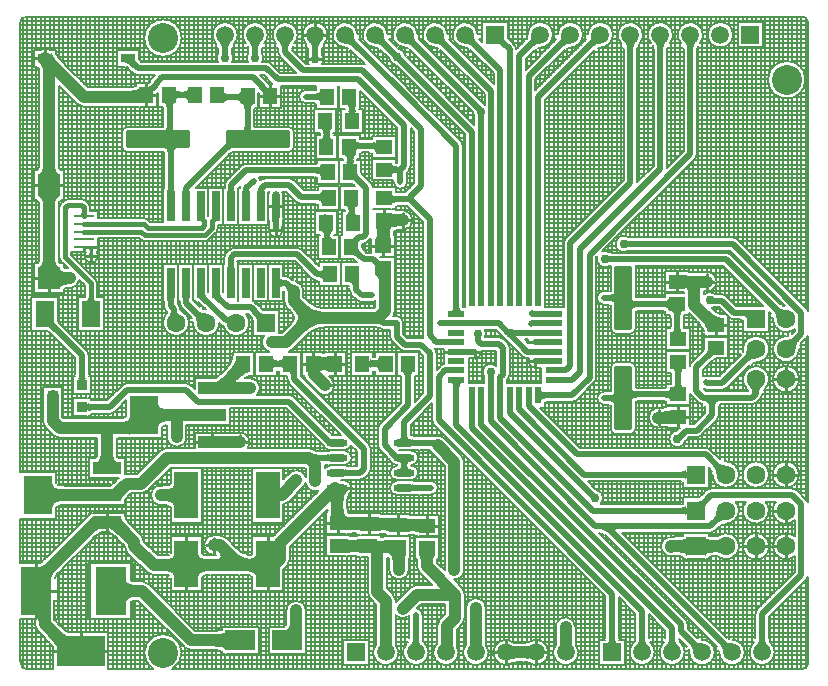
<source format=gtl>
G04*
G04 #@! TF.GenerationSoftware,Altium Limited,Altium Designer,21.2.1 (34)*
G04*
G04 Layer_Physical_Order=1*
G04 Layer_Color=255*
%FSLAX24Y24*%
%MOIN*%
G70*
G04*
G04 #@! TF.SameCoordinates,2A4B76D5-AD1C-46BA-8FB2-2B46C924C6B9*
G04*
G04*
G04 #@! TF.FilePolarity,Positive*
G04*
G01*
G75*
%ADD10C,0.0150*%
%ADD11C,0.0050*%
%ADD12C,0.0200*%
%ADD20C,0.0100*%
%ADD24R,0.0472X0.0551*%
G04:AMPARAMS|DCode=25|XSize=216.5mil|YSize=59.1mil|CornerRadius=7.4mil|HoleSize=0mil|Usage=FLASHONLY|Rotation=0.000|XOffset=0mil|YOffset=0mil|HoleType=Round|Shape=RoundedRectangle|*
%AMROUNDEDRECTD25*
21,1,0.2165,0.0443,0,0,0.0*
21,1,0.2018,0.0591,0,0,0.0*
1,1,0.0148,0.1009,-0.0221*
1,1,0.0148,-0.1009,-0.0221*
1,1,0.0148,-0.1009,0.0221*
1,1,0.0148,0.1009,0.0221*
%
%ADD25ROUNDEDRECTD25*%
%ADD26R,0.0500X0.0550*%
%ADD27R,0.0551X0.0472*%
%ADD28O,0.0250X0.0984*%
%ADD29R,0.0250X0.0984*%
%ADD30R,0.0472X0.0315*%
%ADD31R,0.0748X0.0748*%
%ADD32R,0.0700X0.0100*%
%ADD33R,0.0640X0.0900*%
%ADD34R,0.0580X0.0200*%
%ADD35R,0.0200X0.0580*%
G04:AMPARAMS|DCode=36|XSize=216.5mil|YSize=59.1mil|CornerRadius=7.4mil|HoleSize=0mil|Usage=FLASHONLY|Rotation=270.000|XOffset=0mil|YOffset=0mil|HoleType=Round|Shape=RoundedRectangle|*
%AMROUNDEDRECTD36*
21,1,0.2165,0.0443,0,0,270.0*
21,1,0.2018,0.0591,0,0,270.0*
1,1,0.0148,-0.0221,-0.1009*
1,1,0.0148,-0.0221,0.1009*
1,1,0.0148,0.0221,0.1009*
1,1,0.0148,0.0221,-0.1009*
%
%ADD36ROUNDEDRECTD36*%
%ADD37R,0.0787X0.1575*%
%ADD38R,0.0945X0.1299*%
%ADD39R,0.0945X0.0394*%
%ADD40R,0.0984X0.0669*%
%ADD41O,0.0709X0.0236*%
%ADD42R,0.0374X0.0354*%
%ADD70C,0.0400*%
%ADD71C,0.1000*%
%ADD72R,0.0598X0.0598*%
%ADD73C,0.0598*%
%ADD74R,0.0630X0.0630*%
%ADD75C,0.0630*%
%ADD76R,0.0630X0.0630*%
%ADD77R,0.1000X0.1600*%
%ADD78R,0.1600X0.1000*%
%ADD79C,0.0200*%
%ADD80C,0.0300*%
G36*
X46557Y42441D02*
X46527Y42440D01*
X46498Y42437D01*
X46470Y42433D01*
X46443Y42426D01*
X46417Y42417D01*
X46392Y42406D01*
X46369Y42393D01*
X46346Y42379D01*
X46325Y42362D01*
X46304Y42343D01*
X46163Y42484D01*
X46182Y42505D01*
X46199Y42526D01*
X46213Y42549D01*
X46226Y42572D01*
X46237Y42597D01*
X46246Y42623D01*
X46253Y42650D01*
X46257Y42678D01*
X46260Y42707D01*
X46261Y42737D01*
X46557Y42441D01*
D02*
G37*
G36*
X45557D02*
X45527Y42440D01*
X45498Y42437D01*
X45470Y42433D01*
X45443Y42426D01*
X45417Y42417D01*
X45392Y42406D01*
X45369Y42393D01*
X45346Y42379D01*
X45325Y42362D01*
X45304Y42343D01*
X45163Y42484D01*
X45182Y42505D01*
X45199Y42526D01*
X45213Y42549D01*
X45226Y42572D01*
X45237Y42597D01*
X45246Y42623D01*
X45253Y42650D01*
X45257Y42678D01*
X45260Y42707D01*
X45261Y42737D01*
X45557Y42441D01*
D02*
G37*
G36*
X44557D02*
X44527Y42440D01*
X44498Y42437D01*
X44470Y42433D01*
X44443Y42426D01*
X44417Y42417D01*
X44392Y42406D01*
X44369Y42393D01*
X44346Y42379D01*
X44325Y42362D01*
X44304Y42343D01*
X44163Y42484D01*
X44182Y42505D01*
X44199Y42526D01*
X44213Y42549D01*
X44226Y42572D01*
X44237Y42597D01*
X44246Y42623D01*
X44253Y42650D01*
X44257Y42678D01*
X44260Y42707D01*
X44261Y42737D01*
X44557Y42441D01*
D02*
G37*
G36*
X42350Y42707D02*
X42353Y42678D01*
X42357Y42650D01*
X42364Y42623D01*
X42373Y42597D01*
X42384Y42572D01*
X42397Y42549D01*
X42411Y42526D01*
X42428Y42505D01*
X42447Y42484D01*
X42306Y42343D01*
X42285Y42362D01*
X42264Y42379D01*
X42241Y42393D01*
X42218Y42406D01*
X42193Y42417D01*
X42167Y42426D01*
X42140Y42433D01*
X42112Y42437D01*
X42083Y42440D01*
X42053Y42441D01*
X42349Y42737D01*
X42350Y42707D01*
D02*
G37*
G36*
X41350D02*
X41353Y42678D01*
X41357Y42650D01*
X41364Y42623D01*
X41373Y42597D01*
X41384Y42572D01*
X41397Y42549D01*
X41411Y42526D01*
X41428Y42505D01*
X41447Y42484D01*
X41306Y42343D01*
X41285Y42362D01*
X41264Y42379D01*
X41241Y42393D01*
X41218Y42406D01*
X41193Y42417D01*
X41167Y42426D01*
X41140Y42433D01*
X41112Y42437D01*
X41083Y42440D01*
X41053Y42441D01*
X41349Y42737D01*
X41350Y42707D01*
D02*
G37*
G36*
X40350D02*
X40353Y42678D01*
X40357Y42650D01*
X40364Y42623D01*
X40373Y42597D01*
X40384Y42572D01*
X40397Y42549D01*
X40411Y42526D01*
X40428Y42505D01*
X40447Y42484D01*
X40306Y42343D01*
X40285Y42362D01*
X40264Y42379D01*
X40241Y42393D01*
X40218Y42406D01*
X40193Y42417D01*
X40167Y42426D01*
X40140Y42433D01*
X40112Y42437D01*
X40083Y42440D01*
X40053Y42441D01*
X40349Y42737D01*
X40350Y42707D01*
D02*
G37*
G36*
X39350D02*
X39353Y42678D01*
X39357Y42650D01*
X39364Y42623D01*
X39373Y42597D01*
X39384Y42572D01*
X39397Y42549D01*
X39411Y42526D01*
X39428Y42505D01*
X39447Y42484D01*
X39306Y42343D01*
X39285Y42362D01*
X39264Y42379D01*
X39241Y42393D01*
X39218Y42406D01*
X39193Y42417D01*
X39167Y42426D01*
X39140Y42433D01*
X39112Y42437D01*
X39083Y42440D01*
X39053Y42441D01*
X39349Y42737D01*
X39350Y42707D01*
D02*
G37*
G36*
X38350D02*
X38353Y42678D01*
X38357Y42650D01*
X38364Y42623D01*
X38373Y42597D01*
X38384Y42572D01*
X38397Y42549D01*
X38411Y42526D01*
X38428Y42505D01*
X38447Y42484D01*
X38306Y42343D01*
X38285Y42362D01*
X38264Y42379D01*
X38241Y42393D01*
X38218Y42406D01*
X38193Y42417D01*
X38167Y42426D01*
X38140Y42433D01*
X38112Y42437D01*
X38083Y42440D01*
X38053Y42441D01*
X38349Y42737D01*
X38350Y42707D01*
D02*
G37*
G36*
X43337Y42709D02*
X43331Y42691D01*
Y42670D01*
X43337Y42646D01*
X43348Y42619D01*
X43365Y42589D01*
X43388Y42557D01*
X43416Y42521D01*
X43489Y42442D01*
X43348Y42301D01*
X43307Y42340D01*
X43233Y42402D01*
X43201Y42425D01*
X43171Y42442D01*
X43144Y42453D01*
X43120Y42459D01*
X43099D01*
X43081Y42453D01*
X43065Y42442D01*
X43348Y42725D01*
X43337Y42709D01*
D02*
G37*
G36*
X49749Y42505D02*
X49730Y42482D01*
X49714Y42459D01*
X49699Y42435D01*
X49687Y42411D01*
X49678Y42386D01*
X49670Y42360D01*
X49664Y42333D01*
X49661Y42306D01*
X49660Y42278D01*
X49460D01*
X49459Y42306D01*
X49456Y42333D01*
X49450Y42360D01*
X49442Y42386D01*
X49433Y42411D01*
X49421Y42435D01*
X49406Y42459D01*
X49390Y42482D01*
X49371Y42505D01*
X49351Y42526D01*
X49769D01*
X49749Y42505D01*
D02*
G37*
G36*
X48749D02*
X48730Y42482D01*
X48714Y42459D01*
X48699Y42435D01*
X48687Y42411D01*
X48678Y42386D01*
X48670Y42360D01*
X48664Y42333D01*
X48661Y42306D01*
X48660Y42278D01*
X48460D01*
X48459Y42306D01*
X48456Y42333D01*
X48450Y42360D01*
X48442Y42386D01*
X48433Y42411D01*
X48421Y42435D01*
X48406Y42459D01*
X48390Y42482D01*
X48371Y42505D01*
X48351Y42526D01*
X48769D01*
X48749Y42505D01*
D02*
G37*
G36*
X47749D02*
X47730Y42482D01*
X47714Y42459D01*
X47699Y42435D01*
X47687Y42411D01*
X47678Y42386D01*
X47670Y42360D01*
X47664Y42333D01*
X47661Y42306D01*
X47660Y42278D01*
X47460D01*
X47459Y42306D01*
X47456Y42333D01*
X47450Y42360D01*
X47442Y42386D01*
X47433Y42411D01*
X47421Y42435D01*
X47406Y42459D01*
X47390Y42482D01*
X47371Y42505D01*
X47351Y42526D01*
X47769D01*
X47749Y42505D01*
D02*
G37*
G36*
X36239D02*
X36220Y42482D01*
X36204Y42459D01*
X36189Y42435D01*
X36177Y42411D01*
X36168Y42386D01*
X36160Y42360D01*
X36154Y42333D01*
X36151Y42306D01*
X36150Y42278D01*
X35950D01*
X35949Y42306D01*
X35946Y42333D01*
X35940Y42360D01*
X35932Y42386D01*
X35923Y42411D01*
X35911Y42435D01*
X35896Y42459D01*
X35880Y42482D01*
X35861Y42505D01*
X35841Y42526D01*
X36259D01*
X36239Y42505D01*
D02*
G37*
G36*
X35239D02*
X35220Y42482D01*
X35204Y42459D01*
X35189Y42435D01*
X35177Y42411D01*
X35168Y42386D01*
X35160Y42360D01*
X35154Y42333D01*
X35151Y42306D01*
X35150Y42278D01*
X34950D01*
X34949Y42306D01*
X34946Y42333D01*
X34940Y42360D01*
X34932Y42386D01*
X34923Y42411D01*
X34911Y42435D01*
X34896Y42459D01*
X34880Y42482D01*
X34861Y42505D01*
X34841Y42526D01*
X35259D01*
X35239Y42505D01*
D02*
G37*
G36*
X34239D02*
X34220Y42482D01*
X34204Y42459D01*
X34189Y42435D01*
X34177Y42411D01*
X34168Y42386D01*
X34160Y42360D01*
X34154Y42333D01*
X34151Y42306D01*
X34150Y42278D01*
X33950D01*
X33949Y42306D01*
X33946Y42333D01*
X33940Y42360D01*
X33932Y42386D01*
X33923Y42411D01*
X33911Y42435D01*
X33896Y42459D01*
X33880Y42482D01*
X33861Y42505D01*
X33841Y42526D01*
X34259D01*
X34239Y42505D01*
D02*
G37*
G36*
X37242Y42508D02*
X37224Y42485D01*
X37208Y42461D01*
X37194Y42437D01*
X37182Y42413D01*
X37172Y42387D01*
X37165Y42362D01*
X37159Y42335D01*
X37156Y42308D01*
X37155Y42280D01*
X36955Y42277D01*
X36954Y42305D01*
X36951Y42332D01*
X36945Y42358D01*
X36937Y42384D01*
X36927Y42409D01*
X36915Y42433D01*
X36901Y42457D01*
X36884Y42479D01*
X36865Y42501D01*
X36844Y42523D01*
X37263Y42530D01*
X37242Y42508D01*
D02*
G37*
G36*
X35155Y42077D02*
X34945D01*
X34946Y42079D01*
X34947Y42082D01*
X34948Y42088D01*
X34949Y42103D01*
X34950Y42155D01*
X34950Y42172D01*
X35150D01*
X35155Y42077D01*
D02*
G37*
G36*
X34155D02*
X33945D01*
X33946Y42079D01*
X33947Y42082D01*
X33948Y42088D01*
X33949Y42103D01*
X33950Y42155D01*
X33950Y42172D01*
X34150D01*
X34155Y42077D01*
D02*
G37*
G36*
X37155Y42119D02*
X37160Y42043D01*
X37161Y42041D01*
X36951Y42034D01*
X36952Y42035D01*
X36953Y42038D01*
X36953Y42044D01*
X36954Y42069D01*
X36955Y42127D01*
X37155Y42136D01*
X37155Y42119D01*
D02*
G37*
G36*
X39721Y42211D02*
X39776Y42162D01*
X39779Y42160D01*
X39781Y42160D01*
X39640Y42004D01*
X39639Y42006D01*
X39637Y42008D01*
X39634Y42012D01*
X39609Y42039D01*
X39576Y42072D01*
X39709Y42223D01*
X39721Y42211D01*
D02*
G37*
G36*
X39940Y41999D02*
X39942Y41996D01*
X39945Y41991D01*
X39950Y41985D01*
X39962Y41971D01*
X40003Y41929D01*
X39852Y41796D01*
X39784Y41860D01*
X39940Y42001D01*
X39940Y41999D01*
D02*
G37*
G36*
X31027Y41996D02*
X31019Y41980D01*
X31017Y41961D01*
X31022Y41938D01*
X31033Y41912D01*
X31050Y41882D01*
X31074Y41848D01*
X31104Y41811D01*
X31184Y41725D01*
X31035Y41592D01*
X30984Y41641D01*
X30852Y41752D01*
X30815Y41777D01*
X30781Y41795D01*
X30751Y41807D01*
X30724Y41813D01*
X30701Y41812D01*
X30681Y41805D01*
X31042Y42008D01*
X31027Y41996D01*
D02*
G37*
G36*
X28290Y42091D02*
X28301Y42061D01*
X28318Y42027D01*
X28341Y41989D01*
X28372Y41945D01*
X28453Y41846D01*
X28562Y41728D01*
X28626Y41662D01*
X28381Y41417D01*
X28382Y41404D01*
X28368D01*
X28343Y41379D01*
X28319Y41404D01*
X27982D01*
X27980Y41480D01*
X27967Y41608D01*
X27955Y41660D01*
X27940Y41704D01*
X27922Y41740D01*
X27901Y41768D01*
X27894Y41773D01*
X27871Y41787D01*
X27841Y41799D01*
X27817Y41804D01*
X28287Y42116D01*
X28290Y42091D01*
D02*
G37*
G36*
X32808Y40545D02*
X32806Y40564D01*
X32800Y40581D01*
X32790Y40596D01*
X32776Y40609D01*
X32758Y40620D01*
X32736Y40629D01*
X32710Y40636D01*
X32679Y40641D01*
X32645Y40644D01*
X32611Y40645D01*
X32577Y40644D01*
X32543Y40641D01*
X32512Y40636D01*
X32486Y40629D01*
X32464Y40620D01*
X32446Y40609D01*
X32432Y40596D01*
X32422Y40581D01*
X32416Y40564D01*
X32414Y40545D01*
Y40945D01*
X32416Y40926D01*
X32422Y40909D01*
X32432Y40894D01*
X32446Y40881D01*
X32464Y40870D01*
X32486Y40861D01*
X32512Y40854D01*
X32543Y40849D01*
X32577Y40846D01*
X32611Y40845D01*
X32645Y40846D01*
X32679Y40849D01*
X32710Y40854D01*
X32736Y40861D01*
X32758Y40870D01*
X32776Y40881D01*
X32790Y40894D01*
X32800Y40909D01*
X32806Y40926D01*
X32808Y40945D01*
Y40545D01*
D02*
G37*
G36*
X31808Y40990D02*
X31666Y40836D01*
X31538Y41013D01*
X31540Y41013D01*
X31545Y41016D01*
X31552Y41022D01*
X31574Y41041D01*
X31673Y41137D01*
X31808Y40990D01*
D02*
G37*
G36*
X35469Y40973D02*
X35316Y40821D01*
X35316Y40823D01*
X35312Y40829D01*
X35306Y40837D01*
X35283Y40862D01*
X35174Y40974D01*
X35315Y41116D01*
X35469Y40973D01*
D02*
G37*
G36*
X37216Y40480D02*
X37214Y40499D01*
X37208Y40516D01*
X37198Y40531D01*
X37184Y40544D01*
X37166Y40555D01*
X37144Y40564D01*
X37118Y40571D01*
X37087Y40576D01*
X37053Y40579D01*
X37015Y40580D01*
Y40780D01*
X37053Y40781D01*
X37087Y40784D01*
X37118Y40789D01*
X37144Y40796D01*
X37166Y40805D01*
X37184Y40816D01*
X37198Y40829D01*
X37208Y40844D01*
X37214Y40861D01*
X37216Y40880D01*
Y40480D01*
D02*
G37*
G36*
X34026Y40841D02*
X34032Y40824D01*
X34042Y40809D01*
X34056Y40796D01*
X34074Y40785D01*
X34096Y40776D01*
X34123Y40769D01*
X34153Y40764D01*
X34187Y40761D01*
X34225Y40760D01*
Y40560D01*
X34187Y40559D01*
X34153Y40556D01*
X34123Y40552D01*
X34097Y40545D01*
X34075Y40536D01*
X34057Y40526D01*
X34043Y40514D01*
X34033Y40500D01*
X34027Y40484D01*
X34025Y40466D01*
X34024Y40860D01*
X34026Y40841D01*
D02*
G37*
G36*
X31197Y40466D02*
X31193Y40467D01*
X31181Y40468D01*
X31133Y40470D01*
X30797Y40472D01*
Y40872D01*
X30873Y40873D01*
X31001Y40885D01*
X31053Y40895D01*
X31097Y40908D01*
X31133Y40923D01*
X31161Y40942D01*
X31181Y40963D01*
X31193Y40987D01*
X31197Y41014D01*
Y40466D01*
D02*
G37*
G36*
X34568Y40460D02*
X34566Y40479D01*
X34560Y40496D01*
X34550Y40511D01*
X34536Y40524D01*
X34518Y40535D01*
X34496Y40544D01*
X34470Y40551D01*
X34439Y40556D01*
X34405Y40559D01*
X34367Y40560D01*
Y40760D01*
X34405Y40761D01*
X34439Y40764D01*
X34470Y40769D01*
X34496Y40776D01*
X34518Y40785D01*
X34536Y40796D01*
X34550Y40809D01*
X34560Y40824D01*
X34566Y40841D01*
X34568Y40860D01*
Y40460D01*
D02*
G37*
G36*
X32386Y40465D02*
X32369Y40459D01*
X32354Y40449D01*
X32341Y40435D01*
X32330Y40417D01*
X32321Y40394D01*
X32314Y40368D01*
X32309Y40338D01*
X32306Y40304D01*
X32305Y40266D01*
X32105D01*
X32104Y40304D01*
X32101Y40338D01*
X32096Y40368D01*
X32089Y40394D01*
X32080Y40417D01*
X32069Y40435D01*
X32056Y40449D01*
X32041Y40459D01*
X32024Y40465D01*
X32005Y40467D01*
X32405D01*
X32386Y40465D01*
D02*
G37*
G36*
X34983Y40424D02*
X34966Y40418D01*
X34951Y40408D01*
X34938Y40394D01*
X34927Y40376D01*
X34918Y40354D01*
X34911Y40328D01*
X34906Y40298D01*
X34903Y40264D01*
X34902Y40226D01*
X34702D01*
X34701Y40264D01*
X34698Y40298D01*
X34693Y40328D01*
X34686Y40354D01*
X34677Y40376D01*
X34666Y40394D01*
X34653Y40408D01*
X34638Y40418D01*
X34621Y40424D01*
X34602Y40426D01*
X35002D01*
X34983Y40424D01*
D02*
G37*
G36*
X42607Y40318D02*
X42433Y40200D01*
X42433Y40203D01*
X42431Y40207D01*
X42429Y40212D01*
X42425Y40218D01*
X42419Y40225D01*
X42404Y40243D01*
X42372Y40276D01*
X42552Y40379D01*
X42607Y40318D01*
D02*
G37*
G36*
X38425Y40404D02*
X38417Y40398D01*
X38411Y40388D01*
X38405Y40374D01*
X38401Y40356D01*
X38397Y40334D01*
X38394Y40308D01*
X38393Y40291D01*
X38394Y40279D01*
X38399Y40249D01*
X38406Y40223D01*
X38415Y40201D01*
X38426Y40182D01*
X38439Y40168D01*
X38454Y40158D01*
X38471Y40152D01*
X38490Y40150D01*
X38090D01*
X38109Y40152D01*
X38126Y40158D01*
X38141Y40168D01*
X38154Y40182D01*
X38165Y40201D01*
X38174Y40223D01*
X38181Y40249D01*
X38186Y40278D01*
X38181Y40308D01*
X38174Y40334D01*
X38165Y40356D01*
X38154Y40374D01*
X38141Y40388D01*
X38126Y40398D01*
X38109Y40404D01*
X38090Y40406D01*
X38433D01*
X38425Y40404D01*
D02*
G37*
G36*
X42692Y40069D02*
X42691Y40066D01*
X42691Y40054D01*
X42690Y39978D01*
X42490Y39960D01*
X42490Y39977D01*
X42485Y40050D01*
X42484Y40054D01*
X42482Y40056D01*
X42692Y40070D01*
X42692Y40069D01*
D02*
G37*
G36*
X34903Y39707D02*
X34906Y39673D01*
X34911Y39643D01*
X34918Y39617D01*
X34927Y39595D01*
X34938Y39576D01*
X34951Y39562D01*
X34966Y39552D01*
X34983Y39546D01*
X35002Y39544D01*
X34602D01*
X34621Y39546D01*
X34638Y39552D01*
X34653Y39562D01*
X34666Y39576D01*
X34677Y39595D01*
X34686Y39617D01*
X34693Y39643D01*
X34698Y39673D01*
X34701Y39707D01*
X34702Y39746D01*
X34902D01*
X34903Y39707D01*
D02*
G37*
G36*
X32306D02*
X32309Y39673D01*
X32314Y39643D01*
X32321Y39617D01*
X32330Y39595D01*
X32341Y39576D01*
X32354Y39562D01*
X32369Y39552D01*
X32386Y39546D01*
X32405Y39544D01*
X32005D01*
X32024Y39546D01*
X32041Y39552D01*
X32056Y39562D01*
X32069Y39576D01*
X32080Y39595D01*
X32089Y39617D01*
X32096Y39643D01*
X32101Y39673D01*
X32104Y39707D01*
X32105Y39746D01*
X32305D01*
X32306Y39707D01*
D02*
G37*
G36*
X37617Y39602D02*
X37600Y39596D01*
X37585Y39586D01*
X37572Y39572D01*
X37561Y39554D01*
X37552Y39532D01*
X37545Y39506D01*
X37540Y39476D01*
X37537Y39442D01*
X37537Y39439D01*
X37537Y39436D01*
X37540Y39402D01*
X37545Y39372D01*
X37552Y39346D01*
X37561Y39323D01*
X37572Y39305D01*
X37585Y39291D01*
X37600Y39281D01*
X37617Y39275D01*
X37636Y39273D01*
X37236D01*
X37255Y39275D01*
X37272Y39281D01*
X37287Y39291D01*
X37300Y39305D01*
X37311Y39323D01*
X37320Y39346D01*
X37327Y39372D01*
X37332Y39402D01*
X37335Y39436D01*
X37335Y39439D01*
X37335Y39442D01*
X37332Y39476D01*
X37327Y39506D01*
X37320Y39532D01*
X37311Y39554D01*
X37300Y39572D01*
X37287Y39586D01*
X37272Y39596D01*
X37255Y39602D01*
X37236Y39604D01*
X37636D01*
X37617Y39602D01*
D02*
G37*
G36*
X34356Y38956D02*
X34341Y38967D01*
X34323Y38972D01*
X34302Y38972D01*
X34277Y38967D01*
X34251Y38955D01*
X34221Y38938D01*
X34188Y38915D01*
X34153Y38887D01*
X34074Y38813D01*
X33932Y38955D01*
X33972Y38996D01*
X34034Y39069D01*
X34057Y39102D01*
X34074Y39132D01*
X34086Y39158D01*
X34091Y39182D01*
X34091Y39204D01*
X34086Y39222D01*
X34075Y39237D01*
X34356Y38956D01*
D02*
G37*
G36*
X39067Y38842D02*
X39065Y38861D01*
X39058Y38878D01*
X39048Y38893D01*
X39034Y38906D01*
X39016Y38917D01*
X38994Y38926D01*
X38968Y38933D01*
X38938Y38938D01*
X38904Y38941D01*
X38865Y38942D01*
Y39142D01*
X38903Y39142D01*
X38937Y39145D01*
X38967Y39150D01*
X38993Y39156D01*
X39015Y39164D01*
X39033Y39174D01*
X39047Y39185D01*
X39057Y39199D01*
X39063Y39214D01*
X39065Y39231D01*
X39067Y38842D01*
D02*
G37*
G36*
X38414Y39223D02*
X38420Y39206D01*
X38430Y39191D01*
X38444Y39178D01*
X38462Y39167D01*
X38484Y39158D01*
X38510Y39151D01*
X38541Y39146D01*
X38575Y39143D01*
X38613Y39142D01*
Y38942D01*
X38575Y38941D01*
X38541Y38938D01*
X38510Y38933D01*
X38484Y38926D01*
X38462Y38917D01*
X38444Y38906D01*
X38430Y38893D01*
X38420Y38878D01*
X38414Y38861D01*
X38412Y38842D01*
Y39242D01*
X38414Y39223D01*
D02*
G37*
G36*
X32421Y38954D02*
X32404Y38948D01*
X32389Y38938D01*
X32376Y38924D01*
X32365Y38905D01*
X32356Y38883D01*
X32349Y38857D01*
X32344Y38827D01*
X32341Y38793D01*
X32340Y38754D01*
X32140D01*
X32139Y38793D01*
X32136Y38827D01*
X32131Y38857D01*
X32124Y38883D01*
X32115Y38905D01*
X32104Y38924D01*
X32091Y38938D01*
X32076Y38948D01*
X32059Y38954D01*
X32040Y38956D01*
X32440D01*
X32421Y38954D01*
D02*
G37*
G36*
X38397Y38724D02*
X38383Y38718D01*
X38370Y38708D01*
X38359Y38694D01*
X38350Y38676D01*
X38342Y38654D01*
X38336Y38628D01*
X38332Y38598D01*
X38332Y38592D01*
X38333Y38581D01*
X38338Y38551D01*
X38345Y38525D01*
X38354Y38503D01*
X38365Y38485D01*
X38378Y38471D01*
X38393Y38461D01*
X38410Y38455D01*
X38429Y38453D01*
X38029D01*
X38048Y38455D01*
X38065Y38461D01*
X38080Y38471D01*
X38093Y38485D01*
X38104Y38503D01*
X38113Y38525D01*
X38120Y38551D01*
X38125Y38581D01*
X38126Y38589D01*
X38125Y38598D01*
X38120Y38628D01*
X38113Y38654D01*
X38104Y38676D01*
X38093Y38694D01*
X38080Y38708D01*
X38065Y38718D01*
X38048Y38724D01*
X38029Y38726D01*
X38413D01*
X38397Y38724D01*
D02*
G37*
G36*
X28383Y38430D02*
X28388Y38362D01*
X28397Y38302D01*
X28409Y38250D01*
X28425Y38206D01*
X28444Y38170D01*
X28466Y38142D01*
X28492Y38122D01*
X28522Y38110D01*
X28554Y38106D01*
X27809D01*
X27842Y38110D01*
X27871Y38122D01*
X27897Y38142D01*
X27919Y38170D01*
X27938Y38206D01*
X27954Y38250D01*
X27966Y38302D01*
X27975Y38362D01*
X27980Y38430D01*
X27982Y38506D01*
X28382D01*
X28383Y38430D01*
D02*
G37*
G36*
X39616Y38429D02*
X39622Y38412D01*
X39632Y38397D01*
X39646Y38384D01*
X39664Y38373D01*
X39686Y38364D01*
X39712Y38357D01*
X39742Y38352D01*
X39776Y38349D01*
X39814Y38348D01*
Y38148D01*
X39776Y38147D01*
X39742Y38144D01*
X39712Y38139D01*
X39686Y38132D01*
X39664Y38123D01*
X39646Y38112D01*
X39632Y38099D01*
X39622Y38084D01*
X39616Y38067D01*
X39614Y38048D01*
Y38448D01*
X39616Y38429D01*
D02*
G37*
G36*
X37238Y38018D02*
X37236Y38037D01*
X37230Y38054D01*
X37220Y38069D01*
X37206Y38082D01*
X37188Y38093D01*
X37166Y38102D01*
X37139Y38109D01*
X37109Y38114D01*
X37075Y38117D01*
X37037Y38118D01*
Y38318D01*
X37075Y38319D01*
X37109Y38322D01*
X37139Y38327D01*
X37166Y38334D01*
X37188Y38343D01*
X37206Y38354D01*
X37220Y38367D01*
X37230Y38382D01*
X37236Y38399D01*
X37238Y38418D01*
Y38018D01*
D02*
G37*
G36*
X38444Y38209D02*
X38440Y38189D01*
X38441Y38167D01*
X38447Y38142D01*
X38459Y38115D01*
X38476Y38086D01*
X38498Y38054D01*
X38526Y38019D01*
X38558Y37983D01*
X38596Y37943D01*
X38494Y37762D01*
X38451Y37804D01*
X38375Y37869D01*
X38342Y37892D01*
X38312Y37909D01*
X38286Y37921D01*
X38262Y37926D01*
X38242Y37925D01*
X38225Y37918D01*
X38211Y37905D01*
X38454Y38226D01*
X38444Y38209D01*
D02*
G37*
G36*
X34864Y37518D02*
X34658D01*
X34659Y37519D01*
X34661Y37522D01*
X34662Y37528D01*
X34662Y37535D01*
X34664Y37557D01*
X34665Y37625D01*
X34865D01*
X34864Y37518D01*
D02*
G37*
G36*
X34364D02*
X34116D01*
X34125Y37520D01*
X34134Y37526D01*
X34141Y37536D01*
X34147Y37550D01*
X34153Y37568D01*
X34157Y37590D01*
X34161Y37616D01*
X34165Y37680D01*
X34165Y37718D01*
X34365D01*
X34364Y37518D01*
D02*
G37*
G36*
X32864D02*
X32637D01*
X32642Y37519D01*
X32647Y37523D01*
X32651Y37530D01*
X32655Y37539D01*
X32658Y37550D01*
X32661Y37564D01*
X32662Y37581D01*
X32665Y37622D01*
X32665Y37646D01*
X32865D01*
X32864Y37518D01*
D02*
G37*
G36*
X32340Y37680D02*
X32349Y37550D01*
X32352Y37536D01*
X32355Y37526D01*
X32359Y37520D01*
X32364Y37518D01*
X32116D01*
X32121Y37520D01*
X32125Y37526D01*
X32128Y37536D01*
X32131Y37550D01*
X32134Y37568D01*
X32138Y37616D01*
X32140Y37718D01*
X32340D01*
X32340Y37680D01*
D02*
G37*
G36*
X37268Y37128D02*
X37266Y37147D01*
X37260Y37164D01*
X37250Y37179D01*
X37236Y37192D01*
X37218Y37203D01*
X37195Y37212D01*
X37169Y37219D01*
X37139Y37224D01*
X37105Y37227D01*
X37067Y37228D01*
Y37428D01*
X37105Y37429D01*
X37139Y37432D01*
X37169Y37437D01*
X37195Y37444D01*
X37218Y37453D01*
X37236Y37464D01*
X37250Y37477D01*
X37260Y37492D01*
X37266Y37509D01*
X37268Y37528D01*
Y37128D01*
D02*
G37*
G36*
X39615Y37441D02*
X39621Y37424D01*
X39631Y37409D01*
X39645Y37396D01*
X39663Y37385D01*
X39686Y37376D01*
X39712Y37369D01*
X39742Y37364D01*
X39776Y37361D01*
X39814Y37360D01*
Y37160D01*
X39776Y37159D01*
X39742Y37157D01*
X39712Y37152D01*
X39686Y37146D01*
X39664Y37138D01*
X39646Y37129D01*
X39632Y37117D01*
X39622Y37104D01*
X39616Y37089D01*
X39614Y37073D01*
X39613Y37460D01*
X39615Y37441D01*
D02*
G37*
G36*
X28522Y37356D02*
X28492Y37345D01*
X28466Y37325D01*
X28444Y37296D01*
X28425Y37260D01*
X28409Y37216D01*
X28397Y37164D01*
X28388Y37104D01*
X28383Y37036D01*
X28382Y36960D01*
X27982D01*
X27980Y37036D01*
X27975Y37104D01*
X27966Y37164D01*
X27954Y37216D01*
X27938Y37260D01*
X27919Y37296D01*
X27897Y37325D01*
X27871Y37345D01*
X27842Y37356D01*
X27809Y37360D01*
X28554D01*
X28522Y37356D01*
D02*
G37*
G36*
X38451Y37031D02*
X38434Y37025D01*
X38419Y37015D01*
X38406Y37001D01*
X38395Y36983D01*
X38386Y36961D01*
X38379Y36935D01*
X38374Y36905D01*
X38372Y36887D01*
X38374Y36869D01*
X38379Y36839D01*
X38386Y36813D01*
X38395Y36790D01*
X38406Y36772D01*
X38419Y36758D01*
X38434Y36748D01*
X38451Y36742D01*
X38470Y36740D01*
X38070D01*
X38089Y36742D01*
X38106Y36748D01*
X38121Y36758D01*
X38134Y36772D01*
X38145Y36790D01*
X38154Y36813D01*
X38161Y36839D01*
X38166Y36869D01*
X38167Y36887D01*
X38166Y36905D01*
X38161Y36935D01*
X38154Y36961D01*
X38145Y36983D01*
X38134Y37001D01*
X38121Y37015D01*
X38106Y37025D01*
X38089Y37031D01*
X38070Y37033D01*
X38470D01*
X38451Y37031D01*
D02*
G37*
G36*
X29426Y36860D02*
X29428Y36834D01*
X29432Y36812D01*
X29437Y36792D01*
X29444Y36775D01*
X29452Y36762D01*
X29462Y36751D01*
X29473Y36744D01*
X29486Y36739D01*
X29500Y36738D01*
X29200D01*
X29214Y36739D01*
X29227Y36744D01*
X29238Y36751D01*
X29248Y36762D01*
X29256Y36775D01*
X29263Y36792D01*
X29268Y36812D01*
X29272Y36834D01*
X29274Y36860D01*
X29275Y36889D01*
X29425D01*
X29426Y36860D01*
D02*
G37*
G36*
X35857Y36616D02*
X35853Y36602D01*
X35850Y36585D01*
X35845Y36543D01*
X35842Y36489D01*
X35840Y36387D01*
X35640D01*
X35640Y36424D01*
X35630Y36585D01*
X35627Y36602D01*
X35623Y36616D01*
X35619Y36628D01*
X35861D01*
X35857Y36616D01*
D02*
G37*
G36*
X39618Y36788D02*
X39629Y36782D01*
X39647Y36777D01*
X39673Y36772D01*
X39706Y36768D01*
X39794Y36763D01*
X39980Y36760D01*
Y36360D01*
X39911Y36359D01*
X39647Y36342D01*
X39629Y36337D01*
X39618Y36331D01*
X39614Y36325D01*
X39598Y36321D01*
X39584Y36309D01*
X39571Y36289D01*
X39560Y36261D01*
X39551Y36225D01*
X39543Y36181D01*
X39539Y36143D01*
X39546Y36043D01*
X39553Y36007D01*
X39561Y35979D01*
X39571Y35959D01*
X39582Y35947D01*
X39594Y35943D01*
X39530D01*
X39530Y35925D01*
X39130D01*
X39130Y35943D01*
X39045D01*
X39061Y35947D01*
X39076Y35959D01*
X39088Y35979D01*
X39099Y36007D01*
X39109Y36043D01*
X39116Y36087D01*
X39121Y36125D01*
X39114Y36225D01*
X39107Y36261D01*
X39098Y36289D01*
X39089Y36309D01*
X39078Y36321D01*
X39065Y36325D01*
X39130D01*
X39130Y36343D01*
X39530D01*
X39530Y36325D01*
X39614D01*
Y36795D01*
X39618Y36788D01*
D02*
G37*
G36*
X37637Y36192D02*
X37620Y36186D01*
X37605Y36176D01*
X37592Y36162D01*
X37581Y36144D01*
X37572Y36122D01*
X37565Y36096D01*
X37560Y36068D01*
X37565Y36040D01*
X37572Y36013D01*
X37581Y35991D01*
X37592Y35973D01*
X37605Y35959D01*
X37620Y35949D01*
X37637Y35943D01*
X37656Y35941D01*
X37267Y35942D01*
X37284Y35944D01*
X37299Y35950D01*
X37312Y35960D01*
X37324Y35974D01*
X37334Y35992D01*
X37342Y36014D01*
X37348Y36040D01*
X37352Y36066D01*
X37347Y36096D01*
X37340Y36122D01*
X37331Y36144D01*
X37320Y36162D01*
X37307Y36176D01*
X37292Y36186D01*
X37275Y36192D01*
X37256Y36194D01*
X37656D01*
X37637Y36192D01*
D02*
G37*
G36*
X47449Y35874D02*
X47452Y35873D01*
X47458Y35872D01*
X47473Y35871D01*
X47525Y35870D01*
X47542Y35870D01*
Y35670D01*
X47447Y35665D01*
Y35875D01*
X47449Y35874D01*
D02*
G37*
G36*
X29681Y35630D02*
X29672Y35627D01*
X29664Y35621D01*
X29658Y35614D01*
X29653Y35605D01*
X29648Y35594D01*
X29644Y35581D01*
X29642Y35566D01*
X29641Y35549D01*
X29640Y35529D01*
X29540D01*
X29539Y35549D01*
X29538Y35566D01*
X29536Y35581D01*
X29532Y35594D01*
X29527Y35605D01*
X29522Y35614D01*
X29516Y35621D01*
X29508Y35627D01*
X29499Y35630D01*
X29490Y35631D01*
X29690D01*
X29681Y35630D01*
D02*
G37*
G36*
X29640Y35506D02*
X29642Y35486D01*
X29643Y35478D01*
X29645Y35470D01*
X29647Y35463D01*
X29650Y35456D01*
X29653Y35451D01*
X29656Y35446D01*
X29660Y35441D01*
X29520D01*
X29524Y35446D01*
X29527Y35451D01*
X29530Y35456D01*
X29533Y35463D01*
X29535Y35470D01*
X29537Y35478D01*
X29538Y35486D01*
X29539Y35496D01*
X29540Y35517D01*
X29640D01*
X29640Y35506D01*
D02*
G37*
G36*
X38475Y35698D02*
X38473Y35676D01*
X38477Y35650D01*
X38489Y35621D01*
X38507Y35587D01*
X38531Y35550D01*
X38563Y35509D01*
X38646Y35415D01*
X38697Y35362D01*
X38524Y35252D01*
X38481Y35293D01*
X38405Y35358D01*
X38372Y35381D01*
X38342Y35399D01*
X38316Y35410D01*
X38292Y35415D01*
X38272Y35414D01*
X38255Y35407D01*
X38241Y35394D01*
X38484Y35715D01*
X38475Y35698D01*
D02*
G37*
G36*
X46832Y35361D02*
X46836Y35360D01*
X46841Y35359D01*
X46848Y35358D01*
X46879Y35356D01*
X46925Y35356D01*
X46918Y35156D01*
X46824Y35152D01*
X46830Y35362D01*
X46832Y35361D01*
D02*
G37*
G36*
X28383Y35320D02*
X28388Y35252D01*
X28397Y35192D01*
X28409Y35140D01*
X28425Y35096D01*
X28444Y35060D01*
X28466Y35032D01*
X28492Y35012D01*
X28522Y35000D01*
X28554Y34996D01*
X27809D01*
X27842Y35000D01*
X27871Y35012D01*
X27897Y35032D01*
X27919Y35060D01*
X27938Y35096D01*
X27954Y35140D01*
X27966Y35192D01*
X27975Y35252D01*
X27980Y35320D01*
X27982Y35396D01*
X28382D01*
X28383Y35320D01*
D02*
G37*
G36*
X34340Y35121D02*
X34349Y34991D01*
X34352Y34977D01*
X34355Y34967D01*
X34359Y34961D01*
X34364Y34959D01*
X34116D01*
X34121Y34961D01*
X34125Y34967D01*
X34128Y34977D01*
X34131Y34991D01*
X34134Y35009D01*
X34138Y35057D01*
X34140Y35159D01*
X34340D01*
X34340Y35121D01*
D02*
G37*
G36*
X37306Y34573D02*
X37304Y34589D01*
X37299Y34603D01*
X37289Y34616D01*
X37276Y34627D01*
X37259Y34636D01*
X37239Y34644D01*
X37215Y34650D01*
X37187Y34654D01*
X37155Y34657D01*
X37120Y34658D01*
Y34858D01*
X37155Y34858D01*
X37187Y34861D01*
X37215Y34865D01*
X37239Y34871D01*
X37259Y34879D01*
X37276Y34888D01*
X37289Y34899D01*
X37299Y34912D01*
X37304Y34926D01*
X37306Y34943D01*
Y34573D01*
D02*
G37*
G36*
X39593Y34721D02*
X39593Y34709D01*
X39590Y34325D01*
X39190D01*
X39189Y34401D01*
X39177Y34529D01*
X39167Y34581D01*
X39154Y34625D01*
X39138Y34661D01*
X39119Y34689D01*
X39097Y34709D01*
X39073Y34721D01*
X39045Y34725D01*
X39594D01*
X39593Y34721D01*
D02*
G37*
G36*
X28556Y34922D02*
X28566Y34901D01*
X28582Y34883D01*
X28605Y34867D01*
X28634Y34854D01*
X28670Y34843D01*
X28712Y34834D01*
X28760Y34828D01*
X28815Y34824D01*
X28877Y34823D01*
Y34423D01*
X28815Y34422D01*
X28712Y34412D01*
X28670Y34403D01*
X28634Y34392D01*
X28605Y34379D01*
X28582Y34363D01*
X28566Y34345D01*
X28556Y34324D01*
X28553Y34301D01*
Y34946D01*
X28556Y34922D01*
D02*
G37*
G36*
X49387Y34731D02*
X49393Y34726D01*
X49405Y34723D01*
X49420Y34719D01*
X49441Y34716D01*
X49495Y34712D01*
X49610Y34710D01*
Y34310D01*
X49567Y34310D01*
X49420Y34301D01*
X49405Y34297D01*
X49393Y34294D01*
X49387Y34289D01*
X49384Y34284D01*
Y34736D01*
X49387Y34731D01*
D02*
G37*
G36*
X38523Y34481D02*
X38523Y34475D01*
X38524Y34283D01*
X38324D01*
X38323Y34321D01*
X38320Y34355D01*
X38315Y34385D01*
X38308Y34411D01*
X38299Y34433D01*
X38288Y34451D01*
X38275Y34465D01*
X38260Y34475D01*
X38243Y34481D01*
X38224Y34483D01*
X38523D01*
X38523Y34481D01*
D02*
G37*
G36*
X35865Y34649D02*
X35871Y34632D01*
X35881Y34617D01*
X35895Y34604D01*
X35913Y34593D01*
X35935Y34584D01*
X35961Y34577D01*
X35991Y34572D01*
X36026Y34569D01*
X36064Y34568D01*
Y34460D01*
X36143Y34539D01*
X36168Y34514D01*
X36216Y34473D01*
X36240Y34455D01*
X36262Y34440D01*
X36285Y34427D01*
X36306Y34416D01*
X36327Y34408D01*
X36347Y34402D01*
X36367Y34398D01*
X36142Y34173D01*
X36138Y34193D01*
X36132Y34213D01*
X36124Y34234D01*
X36113Y34255D01*
X36100Y34278D01*
X36085Y34300D01*
X36067Y34324D01*
X36030Y34367D01*
X36026Y34367D01*
X35991Y34364D01*
X35961Y34359D01*
X35935Y34352D01*
X35913Y34343D01*
X35895Y34332D01*
X35881Y34319D01*
X35871Y34304D01*
X35865Y34287D01*
X35863Y34268D01*
Y34668D01*
X35865Y34649D01*
D02*
G37*
G36*
X29656Y34000D02*
X29658Y33975D01*
X29662Y33952D01*
X29667Y33933D01*
X29674Y33916D01*
X29682Y33903D01*
X29692Y33892D01*
X29703Y33885D01*
X29716Y33880D01*
X29730Y33879D01*
X29430D01*
X29444Y33880D01*
X29457Y33885D01*
X29468Y33892D01*
X29478Y33903D01*
X29486Y33916D01*
X29493Y33933D01*
X29498Y33952D01*
X29502Y33975D01*
X29504Y34000D01*
X29505Y34029D01*
X29655D01*
X29656Y34000D01*
D02*
G37*
G36*
X32864Y33975D02*
X32864Y33970D01*
X32865Y33795D01*
X32665D01*
X32664Y33830D01*
X32661Y33888D01*
X32657Y33912D01*
X32653Y33932D01*
X32647Y33948D01*
X32641Y33961D01*
X32634Y33970D01*
X32625Y33975D01*
X32616Y33977D01*
X32864D01*
X32864Y33975D01*
D02*
G37*
G36*
X50332Y33985D02*
X50336Y33983D01*
X50341Y33982D01*
X50349Y33981D01*
X50357Y33980D01*
X50394Y33978D01*
X50426Y33977D01*
X50391Y33777D01*
X50303Y33779D01*
X50330Y33987D01*
X50332Y33985D01*
D02*
G37*
G36*
X32359Y33975D02*
X32355Y33969D01*
X32352Y33959D01*
X32349Y33945D01*
X32346Y33927D01*
X32342Y33879D01*
X32340Y33777D01*
X32140D01*
X32140Y33815D01*
X32131Y33945D01*
X32128Y33959D01*
X32125Y33969D01*
X32121Y33975D01*
X32116Y33977D01*
X32364D01*
X32359Y33975D01*
D02*
G37*
G36*
X47026Y33773D02*
X47024Y33792D01*
X47018Y33809D01*
X47008Y33824D01*
X46994Y33837D01*
X46975Y33848D01*
X46953Y33857D01*
X46927Y33864D01*
X46897Y33869D01*
X46863Y33872D01*
X46824Y33873D01*
Y34073D01*
X46863Y34074D01*
X46897Y34077D01*
X46927Y34082D01*
X46953Y34089D01*
X46975Y34098D01*
X46994Y34109D01*
X47008Y34122D01*
X47018Y34137D01*
X47024Y34154D01*
X47026Y34173D01*
Y33773D01*
D02*
G37*
G36*
X33851Y34212D02*
X33846Y34193D01*
X33846Y34172D01*
X33852Y34148D01*
X33863Y34121D01*
X33881Y34091D01*
X33903Y34059D01*
X33932Y34024D01*
X34005Y33944D01*
X33902Y33765D01*
X33861Y33805D01*
X33724Y33924D01*
X33697Y33943D01*
X33673Y33958D01*
X33651Y33969D01*
X33632Y33975D01*
X33616Y33977D01*
X33863Y34227D01*
X33851Y34212D01*
D02*
G37*
G36*
X33351Y34212D02*
X33346Y34193D01*
X33346Y34172D01*
X33352Y34148D01*
X33363Y34121D01*
X33380Y34091D01*
X33403Y34059D01*
X33432Y34024D01*
X33505Y33944D01*
X33402Y33765D01*
X33361Y33805D01*
X33224Y33924D01*
X33197Y33943D01*
X33173Y33958D01*
X33151Y33969D01*
X33132Y33975D01*
X33116Y33977D01*
X33363Y34227D01*
X33351Y34212D01*
D02*
G37*
G36*
X48837Y33562D02*
X48835Y33581D01*
X48829Y33598D01*
X48819Y33613D01*
X48805Y33626D01*
X48787Y33637D01*
X48764Y33646D01*
X48738Y33653D01*
X48708Y33658D01*
X48674Y33661D01*
X48636Y33662D01*
Y33862D01*
X48674Y33863D01*
X48708Y33866D01*
X48738Y33871D01*
X48764Y33878D01*
X48787Y33887D01*
X48805Y33898D01*
X48819Y33911D01*
X48829Y33926D01*
X48835Y33943D01*
X48837Y33962D01*
Y33562D01*
D02*
G37*
G36*
X47616Y33943D02*
X47622Y33926D01*
X47632Y33911D01*
X47646Y33898D01*
X47665Y33887D01*
X47687Y33878D01*
X47713Y33871D01*
X47743Y33866D01*
X47777Y33863D01*
X47815Y33862D01*
Y33662D01*
X47777Y33661D01*
X47743Y33658D01*
X47713Y33653D01*
X47687Y33646D01*
X47665Y33637D01*
X47646Y33626D01*
X47632Y33613D01*
X47622Y33598D01*
X47616Y33581D01*
X47614Y33562D01*
Y33962D01*
X47616Y33943D01*
D02*
G37*
G36*
X41861Y33701D02*
X41864Y33666D01*
X41869Y33636D01*
X41876Y33610D01*
X41885Y33588D01*
X41896Y33570D01*
X41909Y33556D01*
X41924Y33546D01*
X41941Y33540D01*
X41960Y33538D01*
X41560D01*
X41579Y33540D01*
X41596Y33546D01*
X41611Y33556D01*
X41624Y33570D01*
X41635Y33588D01*
X41644Y33610D01*
X41651Y33636D01*
X41656Y33666D01*
X41659Y33701D01*
X41660Y33739D01*
X41860D01*
X41861Y33701D01*
D02*
G37*
G36*
X32439Y33568D02*
X32441Y33546D01*
X32445Y33525D01*
X32451Y33507D01*
X32458Y33491D01*
X32467Y33476D01*
X32477Y33464D01*
X32489Y33454D01*
X32503Y33446D01*
X32518Y33439D01*
X32184Y33349D01*
X32194Y33362D01*
X32204Y33378D01*
X32212Y33396D01*
X32219Y33416D01*
X32224Y33438D01*
X32229Y33463D01*
X32233Y33490D01*
X32237Y33552D01*
X32238Y33586D01*
X32438Y33592D01*
X32439Y33568D01*
D02*
G37*
G36*
X49306Y33526D02*
X49289Y33520D01*
X49274Y33510D01*
X49261Y33496D01*
X49250Y33478D01*
X49241Y33456D01*
X49234Y33430D01*
X49229Y33399D01*
X49226Y33365D01*
X49225Y33327D01*
X49025D01*
X49024Y33365D01*
X49021Y33399D01*
X49016Y33430D01*
X49009Y33456D01*
X49000Y33478D01*
X48989Y33496D01*
X48976Y33510D01*
X48961Y33520D01*
X48944Y33526D01*
X48925Y33528D01*
X49325D01*
X49306Y33526D01*
D02*
G37*
G36*
X51436Y33574D02*
X51437Y33275D01*
X51435Y33294D01*
X51429Y33311D01*
X51419Y33326D01*
X51405Y33339D01*
X51387Y33350D01*
X51365Y33359D01*
X51339Y33366D01*
X51309Y33371D01*
X51274Y33374D01*
X51236Y33375D01*
Y33575D01*
X51436Y33574D01*
D02*
G37*
G36*
X52497Y33656D02*
X52519Y33639D01*
X52543Y33624D01*
X52568Y33610D01*
X52595Y33599D01*
X52623Y33590D01*
X52652Y33583D01*
X52682Y33578D01*
X52714Y33576D01*
X52747Y33575D01*
X52435Y33263D01*
X52434Y33296D01*
X52432Y33328D01*
X52427Y33358D01*
X52420Y33387D01*
X52411Y33415D01*
X52400Y33442D01*
X52386Y33467D01*
X52371Y33491D01*
X52354Y33513D01*
X52334Y33534D01*
X52476Y33676D01*
X52497Y33656D01*
D02*
G37*
G36*
X35147Y33555D02*
X35221Y33493D01*
X35254Y33470D01*
X35283Y33453D01*
X35310Y33442D01*
X35334Y33436D01*
X35355Y33436D01*
X35374Y33441D01*
X35389Y33453D01*
X35107Y33171D01*
X35119Y33186D01*
X35124Y33205D01*
X35124Y33226D01*
X35118Y33250D01*
X35107Y33277D01*
X35090Y33306D01*
X35067Y33339D01*
X35039Y33374D01*
X34965Y33454D01*
X35106Y33595D01*
X35147Y33555D01*
D02*
G37*
G36*
X33167Y33536D02*
X33189Y33519D01*
X33213Y33504D01*
X33238Y33490D01*
X33265Y33479D01*
X33293Y33470D01*
X33322Y33463D01*
X33352Y33458D01*
X33384Y33456D01*
X33417Y33455D01*
X33105Y33143D01*
X33104Y33176D01*
X33102Y33208D01*
X33097Y33238D01*
X33090Y33267D01*
X33081Y33295D01*
X33070Y33322D01*
X33056Y33347D01*
X33041Y33371D01*
X33024Y33393D01*
X33004Y33414D01*
X33146Y33556D01*
X33167Y33536D01*
D02*
G37*
G36*
X39357Y33313D02*
X39362Y33283D01*
X39366Y33270D01*
X39369Y33257D01*
X39374Y33246D01*
X39379Y33235D01*
X39384Y33226D01*
X39390Y33218D01*
X39396Y33211D01*
X39255Y33069D01*
X39248Y33076D01*
X39240Y33082D01*
X39230Y33087D01*
X39220Y33092D01*
X39209Y33096D01*
X39196Y33100D01*
X39183Y33104D01*
X39152Y33109D01*
X39136Y33111D01*
X39355Y33330D01*
X39357Y33313D01*
D02*
G37*
G36*
X28346Y33249D02*
X28341Y33230D01*
X28341Y33209D01*
X28347Y33185D01*
X28358Y33158D01*
X28375Y33129D01*
X28398Y33096D01*
X28426Y33061D01*
X28500Y32981D01*
X28359Y32840D01*
X28318Y32880D01*
X28244Y32942D01*
X28211Y32965D01*
X28182Y32982D01*
X28155Y32993D01*
X28131Y32999D01*
X28110Y32999D01*
X28091Y32994D01*
X28076Y32982D01*
X28358Y33264D01*
X28346Y33249D01*
D02*
G37*
G36*
X36756Y33739D02*
X36816Y33691D01*
X36878Y33649D01*
X36943Y33612D01*
X37010Y33581D01*
X37080Y33555D01*
X37151Y33535D01*
X37226Y33521D01*
X37302Y33513D01*
X37381Y33510D01*
Y33110D01*
X37302Y33107D01*
X37226Y33099D01*
X37151Y33085D01*
X37080Y33065D01*
X37010Y33039D01*
X36943Y33008D01*
X36878Y32971D01*
X36816Y32929D01*
X36756Y32881D01*
X36698Y32827D01*
X36332Y33027D01*
X36383Y33084D01*
X36423Y33140D01*
X36451Y33197D01*
X36468Y33253D01*
X36474Y33310D01*
X36468Y33367D01*
X36451Y33423D01*
X36423Y33480D01*
X36383Y33536D01*
X36332Y33593D01*
X36698Y33793D01*
X36756Y33739D01*
D02*
G37*
G36*
X50192Y33524D02*
X50304Y33434D01*
X50359Y33397D01*
X50414Y33366D01*
X50469Y33340D01*
X50523Y33320D01*
X50577Y33306D01*
X50631Y33298D01*
X50684Y33295D01*
X50136Y32825D01*
X50133Y32863D01*
X50124Y32904D01*
X50110Y32946D01*
X50090Y32990D01*
X50065Y33036D01*
X50034Y33084D01*
X49997Y33134D01*
X49907Y33239D01*
X49853Y33295D01*
X50136Y33578D01*
X50192Y33524D01*
D02*
G37*
G36*
X49226Y32987D02*
X49229Y32953D01*
X49234Y32922D01*
X49241Y32896D01*
X49250Y32874D01*
X49261Y32856D01*
X49274Y32842D01*
X49289Y32832D01*
X49306Y32826D01*
X49325Y32824D01*
X48925D01*
X48944Y32826D01*
X48961Y32832D01*
X48976Y32842D01*
X48989Y32856D01*
X49000Y32874D01*
X49009Y32896D01*
X49016Y32922D01*
X49021Y32953D01*
X49024Y32987D01*
X49025Y33025D01*
X49225D01*
X49226Y32987D01*
D02*
G37*
G36*
X43458Y32983D02*
X43504Y32943D01*
X43511Y32939D01*
X43516Y32937D01*
X43520Y32935D01*
X43523Y32935D01*
X43414Y32756D01*
X43355Y32804D01*
X43446Y32995D01*
X43458Y32983D01*
D02*
G37*
G36*
X43777Y32710D02*
X43760Y32710D01*
X43735Y32708D01*
X43753Y32688D01*
X43765Y32676D01*
X43574Y32585D01*
X43526Y32644D01*
X43675Y32735D01*
X43652Y32908D01*
X43740Y32910D01*
X43777Y32710D01*
D02*
G37*
G36*
X53166Y32534D02*
X53146Y32513D01*
X53129Y32491D01*
X53114Y32467D01*
X53100Y32442D01*
X53089Y32415D01*
X53080Y32387D01*
X53073Y32358D01*
X53068Y32328D01*
X53066Y32296D01*
X53065Y32263D01*
X52753Y32575D01*
X52786Y32576D01*
X52818Y32578D01*
X52848Y32583D01*
X52877Y32590D01*
X52905Y32599D01*
X52932Y32610D01*
X52957Y32624D01*
X52981Y32639D01*
X53003Y32656D01*
X53024Y32676D01*
X53166Y32534D01*
D02*
G37*
G36*
X50458Y32078D02*
X50440Y32087D01*
X50418Y32089D01*
X50392Y32084D01*
X50363Y32073D01*
X50329Y32055D01*
X50292Y32030D01*
X50251Y31999D01*
X50157Y31916D01*
X50104Y31865D01*
X49994Y32038D01*
X50036Y32080D01*
X50100Y32157D01*
X50124Y32190D01*
X50141Y32220D01*
X50152Y32246D01*
X50158Y32270D01*
X50157Y32290D01*
X50150Y32307D01*
X50137Y32320D01*
X50458Y32078D01*
D02*
G37*
G36*
X39166Y31580D02*
X39164Y31599D01*
X39158Y31616D01*
X39148Y31631D01*
X39134Y31644D01*
X39116Y31655D01*
X39094Y31664D01*
X39068Y31671D01*
X39037Y31676D01*
X39017Y31678D01*
X38996Y31676D01*
X38966Y31671D01*
X38940Y31664D01*
X38918Y31655D01*
X38900Y31644D01*
X38886Y31631D01*
X38876Y31616D01*
X38870Y31599D01*
X38868Y31580D01*
Y31980D01*
X38870Y31961D01*
X38876Y31944D01*
X38886Y31929D01*
X38900Y31916D01*
X38918Y31905D01*
X38940Y31896D01*
X38966Y31889D01*
X38996Y31884D01*
X39017Y31882D01*
X39037Y31884D01*
X39068Y31889D01*
X39094Y31896D01*
X39116Y31905D01*
X39134Y31916D01*
X39148Y31929D01*
X39158Y31944D01*
X39164Y31961D01*
X39166Y31980D01*
Y31580D01*
D02*
G37*
G36*
X35986D02*
X35984Y31599D01*
X35978Y31616D01*
X35968Y31631D01*
X35954Y31644D01*
X35936Y31655D01*
X35914Y31664D01*
X35888Y31671D01*
X35857Y31676D01*
X35823Y31679D01*
X35815Y31679D01*
X35807Y31679D01*
X35773Y31676D01*
X35742Y31671D01*
X35716Y31664D01*
X35694Y31655D01*
X35676Y31644D01*
X35662Y31631D01*
X35652Y31616D01*
X35646Y31599D01*
X35644Y31580D01*
Y31980D01*
X35646Y31961D01*
X35652Y31944D01*
X35662Y31929D01*
X35676Y31916D01*
X35694Y31905D01*
X35716Y31896D01*
X35742Y31889D01*
X35773Y31884D01*
X35807Y31881D01*
X35815Y31881D01*
X35823Y31881D01*
X35857Y31884D01*
X35888Y31889D01*
X35914Y31896D01*
X35936Y31905D01*
X35954Y31916D01*
X35968Y31929D01*
X35978Y31944D01*
X35984Y31961D01*
X35986Y31980D01*
Y31580D01*
D02*
G37*
G36*
X51747Y31945D02*
X51714Y31944D01*
X51682Y31942D01*
X51652Y31937D01*
X51623Y31930D01*
X51595Y31921D01*
X51568Y31910D01*
X51543Y31896D01*
X51519Y31881D01*
X51497Y31864D01*
X51476Y31844D01*
X51334Y31986D01*
X51354Y32007D01*
X51371Y32029D01*
X51386Y32053D01*
X51400Y32078D01*
X51411Y32105D01*
X51420Y32133D01*
X51427Y32162D01*
X51432Y32192D01*
X51434Y32224D01*
X51435Y32257D01*
X51747Y31945D01*
D02*
G37*
G36*
X37207Y32040D02*
X37219Y32028D01*
X37239Y32016D01*
X37267Y32007D01*
X37303Y31999D01*
X37327Y31995D01*
X37371Y31998D01*
X37407Y32007D01*
X37435Y32016D01*
X37455Y32027D01*
X37467Y32040D01*
X37471Y32054D01*
Y31983D01*
X37603Y31980D01*
Y31580D01*
X37527Y31579D01*
X37471Y31575D01*
Y31506D01*
X37467Y31520D01*
X37455Y31533D01*
X37435Y31544D01*
X37407Y31553D01*
X37371Y31562D01*
X37348Y31565D01*
X37303Y31561D01*
X37267Y31553D01*
X37239Y31544D01*
X37219Y31532D01*
X37207Y31520D01*
X37203Y31506D01*
Y31577D01*
X37071Y31580D01*
Y31980D01*
X37147Y31981D01*
X37203Y31985D01*
Y32054D01*
X37207Y32040D01*
D02*
G37*
G36*
X49331Y31606D02*
X49314Y31600D01*
X49299Y31590D01*
X49286Y31576D01*
X49275Y31558D01*
X49266Y31536D01*
X49259Y31510D01*
X49254Y31479D01*
X49251Y31445D01*
X49250Y31407D01*
X49050D01*
X49049Y31445D01*
X49046Y31479D01*
X49041Y31510D01*
X49034Y31536D01*
X49025Y31558D01*
X49014Y31576D01*
X49001Y31590D01*
X48986Y31600D01*
X48969Y31606D01*
X48950Y31608D01*
X49350D01*
X49331Y31606D01*
D02*
G37*
G36*
X40329Y31505D02*
X40312Y31499D01*
X40297Y31489D01*
X40284Y31475D01*
X40273Y31457D01*
X40264Y31434D01*
X40257Y31408D01*
X40252Y31378D01*
X40249Y31344D01*
X40248Y31306D01*
X40048D01*
X40047Y31344D01*
X40044Y31378D01*
X40039Y31408D01*
X40032Y31434D01*
X40023Y31457D01*
X40012Y31475D01*
X39999Y31489D01*
X39984Y31499D01*
X39967Y31505D01*
X39948Y31507D01*
X40348D01*
X40329Y31505D01*
D02*
G37*
G36*
X36455Y31506D02*
X36455Y31504D01*
X36455Y31498D01*
X36456Y31306D01*
X36256D01*
X36255Y31344D01*
X36252Y31378D01*
X36247Y31408D01*
X36240Y31434D01*
X36231Y31456D01*
X36220Y31474D01*
X36207Y31489D01*
X36192Y31499D01*
X36175Y31505D01*
X36156Y31507D01*
X36455Y31506D01*
D02*
G37*
G36*
X43014Y31391D02*
X43013Y31388D01*
X43012Y31382D01*
X43011Y31367D01*
X43010Y31315D01*
X43010Y31298D01*
X42810D01*
X42805Y31393D01*
X43015D01*
X43014Y31391D01*
D02*
G37*
G36*
X29385Y31412D02*
X29388Y31378D01*
X29392Y31348D01*
X29398Y31322D01*
X29406Y31300D01*
X29415Y31282D01*
X29426Y31268D01*
X29439Y31258D01*
X29454Y31252D01*
X29470Y31250D01*
X29098D01*
X29115Y31252D01*
X29129Y31258D01*
X29142Y31268D01*
X29153Y31282D01*
X29163Y31300D01*
X29171Y31322D01*
X29177Y31348D01*
X29181Y31378D01*
X29183Y31412D01*
X29184Y31450D01*
X29384D01*
X29385Y31412D01*
D02*
G37*
G36*
X34897Y31506D02*
X34861Y31503D01*
X34823Y31494D01*
X34783Y31480D01*
X34741Y31460D01*
X34697Y31435D01*
X34650Y31404D01*
X34601Y31367D01*
X34497Y31277D01*
X34441Y31223D01*
X34144Y31491D01*
X34198Y31548D01*
X34246Y31604D01*
X34288Y31661D01*
X34325Y31717D01*
X34356Y31774D01*
X34382Y31830D01*
X34401Y31886D01*
X34416Y31942D01*
X34424Y31998D01*
X34427Y32054D01*
X34897Y31506D01*
D02*
G37*
G36*
X34386Y31167D02*
X34332Y31113D01*
X34205Y30968D01*
X34174Y30927D01*
X34148Y30889D01*
X34128Y30854D01*
X34114Y30822D01*
X34106Y30794D01*
X34103Y30770D01*
X33531Y31160D01*
X33567Y31142D01*
X33607Y31135D01*
X33652Y31138D01*
X33702Y31151D01*
X33756Y31174D01*
X33815Y31207D01*
X33879Y31251D01*
X33947Y31305D01*
X34019Y31369D01*
X34097Y31444D01*
X34386Y31167D01*
D02*
G37*
G36*
X49251Y31147D02*
X49254Y31113D01*
X49259Y31082D01*
X49266Y31056D01*
X49275Y31034D01*
X49286Y31016D01*
X49299Y31002D01*
X49314Y30992D01*
X49331Y30986D01*
X49350Y30984D01*
X48950D01*
X48969Y30986D01*
X48986Y30992D01*
X49001Y31002D01*
X49014Y31016D01*
X49025Y31034D01*
X49034Y31056D01*
X49041Y31082D01*
X49046Y31113D01*
X49049Y31147D01*
X49050Y31185D01*
X49250D01*
X49251Y31147D01*
D02*
G37*
G36*
X41941Y31140D02*
X41924Y31134D01*
X41909Y31124D01*
X41896Y31110D01*
X41885Y31092D01*
X41876Y31070D01*
X41869Y31044D01*
X41864Y31014D01*
X41861Y30979D01*
X41860Y30941D01*
X41660D01*
X41659Y30979D01*
X41656Y31014D01*
X41651Y31044D01*
X41644Y31070D01*
X41635Y31092D01*
X41624Y31110D01*
X41611Y31124D01*
X41596Y31134D01*
X41579Y31140D01*
X41560Y31142D01*
X41960D01*
X41941Y31140D01*
D02*
G37*
G36*
X51953Y31019D02*
X51930Y30999D01*
X51910Y30977D01*
X51893Y30955D01*
X51877Y30931D01*
X51864Y30907D01*
X51854Y30881D01*
X51846Y30854D01*
X51840Y30827D01*
X51836Y30798D01*
X51835Y30768D01*
X51635Y30778D01*
X51634Y30807D01*
X51631Y30836D01*
X51625Y30864D01*
X51618Y30892D01*
X51608Y30918D01*
X51596Y30944D01*
X51581Y30969D01*
X51565Y30993D01*
X51546Y31016D01*
X51526Y31039D01*
X51953Y31019D01*
D02*
G37*
G36*
X48886Y30550D02*
X48884Y30569D01*
X48878Y30586D01*
X48868Y30601D01*
X48854Y30614D01*
X48836Y30625D01*
X48814Y30634D01*
X48788Y30641D01*
X48758Y30646D01*
X48724Y30649D01*
X48686Y30650D01*
Y30850D01*
X48724Y30851D01*
X48758Y30854D01*
X48788Y30859D01*
X48814Y30866D01*
X48836Y30875D01*
X48854Y30886D01*
X48868Y30899D01*
X48878Y30914D01*
X48884Y30931D01*
X48886Y30950D01*
Y30550D01*
D02*
G37*
G36*
X47616Y30931D02*
X47622Y30914D01*
X47632Y30899D01*
X47646Y30886D01*
X47665Y30875D01*
X47687Y30866D01*
X47713Y30859D01*
X47743Y30854D01*
X47777Y30851D01*
X47815Y30850D01*
Y30650D01*
X47777Y30649D01*
X47743Y30646D01*
X47713Y30641D01*
X47687Y30634D01*
X47665Y30625D01*
X47646Y30614D01*
X47632Y30601D01*
X47622Y30586D01*
X47616Y30569D01*
X47614Y30550D01*
Y30950D01*
X47616Y30931D01*
D02*
G37*
G36*
X44580Y30901D02*
X44586Y30884D01*
X44596Y30869D01*
X44610Y30856D01*
X44628Y30845D01*
X44650Y30836D01*
X44676Y30829D01*
X44706Y30824D01*
X44741Y30821D01*
X44779Y30820D01*
Y30620D01*
X44741Y30619D01*
X44706Y30616D01*
X44676Y30611D01*
X44650Y30604D01*
X44628Y30595D01*
X44610Y30584D01*
X44596Y30571D01*
X44586Y30556D01*
X44580Y30539D01*
X44578Y30520D01*
Y30920D01*
X44580Y30901D01*
D02*
G37*
G36*
X47026Y30427D02*
X47024Y30446D01*
X47018Y30463D01*
X47008Y30478D01*
X46994Y30491D01*
X46975Y30502D01*
X46953Y30511D01*
X46927Y30518D01*
X46897Y30523D01*
X46863Y30526D01*
X46824Y30527D01*
Y30727D01*
X46863Y30728D01*
X46897Y30731D01*
X46927Y30736D01*
X46953Y30743D01*
X46975Y30752D01*
X46994Y30763D01*
X47008Y30776D01*
X47018Y30791D01*
X47024Y30808D01*
X47026Y30827D01*
Y30427D01*
D02*
G37*
G36*
X50580Y30545D02*
X50542Y30543D01*
X50508Y30537D01*
X50478Y30527D01*
X50452Y30513D01*
X50430Y30495D01*
X50412Y30473D01*
X50398Y30447D01*
X50388Y30417D01*
X50382Y30383D01*
X50380Y30345D01*
X50180D01*
X50178Y30383D01*
X50172Y30417D01*
X50162Y30447D01*
X50148Y30473D01*
X50131Y30495D01*
X50109Y30513D01*
X50083Y30527D01*
X50053Y30537D01*
X50020Y30543D01*
X49982Y30545D01*
X50280Y30745D01*
X50580Y30545D01*
D02*
G37*
G36*
X29472Y30488D02*
X29478Y30475D01*
X29488Y30463D01*
X29502Y30453D01*
X29520Y30445D01*
X29542Y30438D01*
X29568Y30433D01*
X29598Y30429D01*
X29632Y30427D01*
X29670Y30426D01*
Y30226D01*
X29632Y30225D01*
X29568Y30219D01*
X29542Y30214D01*
X29520Y30207D01*
X29502Y30199D01*
X29488Y30189D01*
X29478Y30177D01*
X29472Y30164D01*
X29470Y30150D01*
Y30502D01*
X29472Y30488D01*
D02*
G37*
G36*
X48886Y29767D02*
X48882Y29769D01*
X48871Y29772D01*
X48853Y29774D01*
X48794Y29777D01*
X48520Y29780D01*
Y30180D01*
X48589Y30181D01*
X48794Y30194D01*
X48827Y30201D01*
X48853Y30208D01*
X48871Y30216D01*
X48882Y30226D01*
X48886Y30237D01*
Y29767D01*
D02*
G37*
G36*
X31822Y30422D02*
X31834Y30388D01*
X31854Y30358D01*
X31883Y30332D01*
X31919Y30310D01*
X31963Y30292D01*
X32015Y30278D01*
X32075Y30268D01*
X32143Y30262D01*
X32220Y30260D01*
Y29860D01*
X32143Y29858D01*
X32075Y29852D01*
X32015Y29842D01*
X31963Y29828D01*
X31919Y29810D01*
X31883Y29788D01*
X31854Y29762D01*
X31834Y29732D01*
X31822Y29698D01*
X31818Y29660D01*
Y30460D01*
X31822Y30422D01*
D02*
G37*
G36*
X30877Y29412D02*
X30873Y29415D01*
X30861Y29418D01*
X30841Y29421D01*
X30777Y29425D01*
X30477Y29430D01*
Y29830D01*
X30553Y29832D01*
X30621Y29838D01*
X30681Y29848D01*
X30733Y29862D01*
X30777Y29880D01*
X30813Y29902D01*
X30841Y29928D01*
X30861Y29958D01*
X30873Y29992D01*
X30877Y30030D01*
Y29412D01*
D02*
G37*
G36*
X40123Y29420D02*
X40126Y29385D01*
X40131Y29355D01*
X40138Y29329D01*
X40147Y29307D01*
X40158Y29289D01*
X40171Y29275D01*
X40186Y29265D01*
X40203Y29259D01*
X40222Y29257D01*
X39822D01*
X39841Y29259D01*
X39858Y29265D01*
X39873Y29275D01*
X39886Y29289D01*
X39897Y29307D01*
X39906Y29329D01*
X39913Y29355D01*
X39918Y29385D01*
X39921Y29420D01*
X39922Y29458D01*
X40122D01*
X40123Y29420D01*
D02*
G37*
G36*
X49342Y29314D02*
X49279Y29252D01*
X49151Y29419D01*
X49154Y29419D01*
X49157Y29421D01*
X49162Y29423D01*
X49168Y29428D01*
X49175Y29433D01*
X49203Y29457D01*
X49226Y29480D01*
X49342Y29314D01*
D02*
G37*
G36*
X37482Y29362D02*
X37552Y29303D01*
X37584Y29281D01*
X37613Y29265D01*
X37641Y29253D01*
X37666Y29246D01*
X37688Y29245D01*
X37708Y29248D01*
X37727Y29257D01*
X37459Y29081D01*
X37455Y29089D01*
X37449Y29099D01*
X37440Y29111D01*
X37414Y29141D01*
X37332Y29227D01*
X37306Y29254D01*
X37444Y29399D01*
X37482Y29362D01*
D02*
G37*
G36*
X40297Y29251D02*
X40309Y29249D01*
X40324Y29247D01*
X40364Y29243D01*
X40482Y29240D01*
X40520Y29240D01*
Y29040D01*
X40482Y29040D01*
X40297Y29029D01*
X40289Y29026D01*
Y29254D01*
X40297Y29251D01*
D02*
G37*
G36*
X39707Y28862D02*
X39777Y28803D01*
X39808Y28781D01*
X39838Y28765D01*
X39865Y28753D01*
X39890Y28746D01*
X39913Y28745D01*
X39933Y28748D01*
X39951Y28757D01*
X39684Y28581D01*
X39680Y28589D01*
X39673Y28599D01*
X39664Y28611D01*
X39639Y28641D01*
X39557Y28727D01*
X39530Y28754D01*
X39668Y28899D01*
X39707Y28862D01*
D02*
G37*
G36*
X37003Y28774D02*
X37022Y28767D01*
X37048Y28760D01*
X37080Y28755D01*
X37167Y28747D01*
X37345Y28741D01*
X37523Y28751D01*
X37531Y28754D01*
Y28526D01*
X37523Y28529D01*
X37511Y28531D01*
X37496Y28533D01*
X37456Y28537D01*
X37348Y28540D01*
X37048Y28520D01*
X37022Y28513D01*
X37003Y28506D01*
X36991Y28498D01*
Y28782D01*
X37003Y28774D01*
D02*
G37*
G36*
X30314Y28815D02*
X30320Y28747D01*
X30330Y28687D01*
X30344Y28634D01*
X30362Y28590D01*
X30384Y28554D01*
X30410Y28526D01*
X30440Y28506D01*
X30474Y28494D01*
X30512Y28490D01*
X29712D01*
X29750Y28494D01*
X29784Y28506D01*
X29814Y28526D01*
X29840Y28554D01*
X29862Y28590D01*
X29880Y28634D01*
X29894Y28687D01*
X29904Y28747D01*
X29910Y28815D01*
X29912Y28891D01*
X30312D01*
X30314Y28815D01*
D02*
G37*
G36*
X40203Y28521D02*
X40186Y28515D01*
X40171Y28505D01*
X40158Y28491D01*
X40147Y28473D01*
X40138Y28451D01*
X40131Y28425D01*
X40126Y28395D01*
X40126Y28390D01*
X40126Y28385D01*
X40131Y28355D01*
X40138Y28329D01*
X40147Y28307D01*
X40158Y28289D01*
X40171Y28275D01*
X40186Y28265D01*
X40203Y28259D01*
X40222Y28257D01*
X39822D01*
X39841Y28259D01*
X39858Y28265D01*
X39873Y28275D01*
X39886Y28289D01*
X39897Y28307D01*
X39906Y28329D01*
X39913Y28355D01*
X39918Y28385D01*
X39919Y28390D01*
X39918Y28395D01*
X39913Y28425D01*
X39906Y28451D01*
X39897Y28473D01*
X39886Y28491D01*
X39873Y28505D01*
X39858Y28515D01*
X39841Y28521D01*
X39822Y28523D01*
X40222D01*
X40203Y28521D01*
D02*
G37*
G36*
X50487Y28476D02*
X50509Y28459D01*
X50533Y28444D01*
X50558Y28430D01*
X50585Y28419D01*
X50613Y28410D01*
X50642Y28403D01*
X50672Y28398D01*
X50704Y28396D01*
X50737Y28395D01*
X50425Y28083D01*
X50424Y28116D01*
X50422Y28148D01*
X50417Y28178D01*
X50410Y28207D01*
X50401Y28235D01*
X50390Y28262D01*
X50376Y28287D01*
X50361Y28311D01*
X50344Y28333D01*
X50324Y28354D01*
X50466Y28496D01*
X50487Y28476D01*
D02*
G37*
G36*
X38073Y28251D02*
X38085Y28249D01*
X38099Y28247D01*
X38139Y28243D01*
X38258Y28240D01*
X38296Y28240D01*
Y28040D01*
X38258Y28040D01*
X38073Y28029D01*
X38065Y28026D01*
Y28254D01*
X38073Y28251D01*
D02*
G37*
G36*
X49427Y27880D02*
X49425Y27899D01*
X49419Y27916D01*
X49409Y27931D01*
X49395Y27944D01*
X49377Y27955D01*
X49355Y27964D01*
X49329Y27971D01*
X49299Y27976D01*
X49264Y27979D01*
X49226Y27980D01*
Y28180D01*
X49264Y28181D01*
X49299Y28184D01*
X49329Y28189D01*
X49355Y28196D01*
X49377Y28205D01*
X49395Y28216D01*
X49409Y28229D01*
X49419Y28244D01*
X49425Y28261D01*
X49427Y28280D01*
Y27880D01*
D02*
G37*
G36*
X30866Y27592D02*
X30802Y27527D01*
X30626Y27326D01*
X30602Y27290D01*
X30585Y27260D01*
X30576Y27235D01*
X30575Y27216D01*
X30582Y27203D01*
X30188Y27584D01*
X30201Y27578D01*
X30221Y27579D01*
X30245Y27588D01*
X30276Y27605D01*
X30312Y27630D01*
X30353Y27662D01*
X30454Y27750D01*
X30577Y27868D01*
X30866Y27592D01*
D02*
G37*
G36*
X40297Y27751D02*
X40309Y27749D01*
X40324Y27747D01*
X40364Y27743D01*
X40482Y27740D01*
X40520Y27740D01*
Y27540D01*
X40482Y27540D01*
X40297Y27529D01*
X40289Y27526D01*
Y27754D01*
X40297Y27751D01*
D02*
G37*
G36*
X46319Y27501D02*
X46375Y27451D01*
X46378Y27450D01*
X46230Y27301D01*
X46229Y27302D01*
X46227Y27305D01*
X46224Y27310D01*
X46214Y27321D01*
X46167Y27371D01*
X46307Y27513D01*
X46319Y27501D01*
D02*
G37*
G36*
X50195Y27194D02*
X50155Y27153D01*
X50093Y27079D01*
X50070Y27046D01*
X50053Y27017D01*
X50042Y26990D01*
X50036Y26966D01*
X50036Y26945D01*
X50041Y26926D01*
X50053Y26911D01*
X49771Y27193D01*
X49786Y27181D01*
X49805Y27176D01*
X49826Y27176D01*
X49850Y27182D01*
X49877Y27193D01*
X49906Y27210D01*
X49939Y27233D01*
X49974Y27261D01*
X50054Y27335D01*
X50195Y27194D01*
D02*
G37*
G36*
X37830Y27581D02*
X38136D01*
X38110Y27544D01*
X38086Y27505D01*
X38066Y27464D01*
X38048Y27421D01*
X38032Y27376D01*
X38020Y27329D01*
X38010Y27280D01*
X38003Y27230D01*
X37999Y27177D01*
X37998Y27122D01*
X37598D01*
X37596Y27177D01*
X37593Y27219D01*
X37466Y27098D01*
X37161Y27358D01*
X37448Y27671D01*
X37830Y27581D01*
D02*
G37*
G36*
X32367Y26990D02*
X32364Y27028D01*
X32352Y27062D01*
X32332Y27092D01*
X32304Y27118D01*
X32267Y27140D01*
X32223Y27158D01*
X32171Y27172D01*
X32111Y27182D01*
X32043Y27188D01*
X31967Y27190D01*
Y27590D01*
X32043Y27592D01*
X32111Y27598D01*
X32171Y27608D01*
X32223Y27622D01*
X32267Y27640D01*
X32304Y27662D01*
X32332Y27688D01*
X32352Y27718D01*
X32364Y27752D01*
X32367Y27790D01*
Y26990D01*
D02*
G37*
G36*
X28302Y27752D02*
X28314Y27718D01*
X28334Y27688D01*
X28363Y27662D01*
X28399Y27640D01*
X28443Y27622D01*
X28495Y27608D01*
X28555Y27598D01*
X28623Y27592D01*
X28700Y27590D01*
Y27190D01*
X28623Y27188D01*
X28555Y27182D01*
X28495Y27172D01*
X28443Y27158D01*
X28399Y27140D01*
X28363Y27118D01*
X28334Y27092D01*
X28314Y27062D01*
X28302Y27028D01*
X28298Y26990D01*
Y27790D01*
X28302Y27752D01*
D02*
G37*
G36*
X37999Y27017D02*
X38013Y26837D01*
X38022Y26793D01*
X38033Y26757D01*
X38045Y26729D01*
X38060Y26709D01*
X38076Y26697D01*
X38094Y26693D01*
X37546D01*
X37556Y26697D01*
X37564Y26709D01*
X37572Y26729D01*
X37579Y26757D01*
X37585Y26793D01*
X37593Y26889D01*
X37597Y27017D01*
X37598Y27093D01*
X37998D01*
X37999Y27017D01*
D02*
G37*
G36*
X49427Y26680D02*
X49425Y26699D01*
X49419Y26716D01*
X49409Y26731D01*
X49395Y26744D01*
X49377Y26755D01*
X49355Y26764D01*
X49329Y26771D01*
X49299Y26776D01*
X49264Y26779D01*
X49226Y26780D01*
Y26980D01*
X49264Y26981D01*
X49299Y26984D01*
X49329Y26989D01*
X49355Y26996D01*
X49377Y27005D01*
X49395Y27016D01*
X49409Y27029D01*
X49419Y27044D01*
X49425Y27061D01*
X49427Y27080D01*
Y26680D01*
D02*
G37*
G36*
X50737Y26565D02*
X50704Y26564D01*
X50672Y26562D01*
X50642Y26557D01*
X50613Y26550D01*
X50585Y26541D01*
X50558Y26530D01*
X50533Y26516D01*
X50509Y26501D01*
X50487Y26484D01*
X50466Y26464D01*
X50324Y26606D01*
X50344Y26627D01*
X50361Y26649D01*
X50376Y26673D01*
X50390Y26698D01*
X50401Y26725D01*
X50410Y26753D01*
X50417Y26782D01*
X50422Y26812D01*
X50424Y26844D01*
X50425Y26877D01*
X50737Y26565D01*
D02*
G37*
G36*
X30586Y26656D02*
X30594Y26628D01*
X30608Y26596D01*
X30628Y26561D01*
X30654Y26523D01*
X30685Y26482D01*
X30764Y26389D01*
X30866Y26283D01*
X30577Y26006D01*
X30499Y26081D01*
X30359Y26199D01*
X30295Y26243D01*
X30236Y26276D01*
X30182Y26299D01*
X30132Y26312D01*
X30087Y26315D01*
X30068Y26312D01*
X30095Y26289D01*
X30062Y26310D01*
X30059Y26310D01*
X30047Y26308D01*
X30011Y26290D01*
X30046Y26314D01*
X30023Y26319D01*
X29980Y26318D01*
X29931Y26306D01*
X29877Y26284D01*
X29818Y26250D01*
X29754Y26205D01*
X29684Y26150D01*
X29609Y26083D01*
X29529Y26006D01*
X29216Y26259D01*
X29640Y26680D01*
X30057Y26321D01*
X30583Y26680D01*
X30586Y26656D01*
D02*
G37*
G36*
X38098Y26688D02*
X38110Y26684D01*
X38130Y26680D01*
X38158Y26677D01*
X38238Y26672D01*
X38348Y26670D01*
X38566Y26673D01*
Y26203D01*
X38562Y26212D01*
X38550Y26219D01*
X38530Y26226D01*
X38502Y26232D01*
X38466Y26237D01*
X38370Y26244D01*
X38361Y26244D01*
X38098Y26228D01*
X38094Y26223D01*
Y26693D01*
X38098Y26688D01*
D02*
G37*
G36*
X39118Y26664D02*
X39130Y26655D01*
X39150Y26648D01*
X39178Y26641D01*
X39214Y26636D01*
X39279Y26630D01*
X39536Y26643D01*
Y26173D01*
X39532Y26183D01*
X39520Y26191D01*
X39500Y26199D01*
X39472Y26205D01*
X39436Y26211D01*
X39371Y26216D01*
X39114Y26203D01*
Y26673D01*
X39118Y26664D01*
D02*
G37*
G36*
X40088Y26634D02*
X40100Y26625D01*
X40120Y26618D01*
X40148Y26611D01*
X40184Y26606D01*
X40249Y26600D01*
X40506Y26613D01*
Y26143D01*
X40502Y26153D01*
X40490Y26161D01*
X40470Y26169D01*
X40442Y26175D01*
X40406Y26181D01*
X40341Y26186D01*
X40084Y26173D01*
Y26643D01*
X40088Y26634D01*
D02*
G37*
G36*
X47176Y26265D02*
X47140Y26264D01*
X47110Y26259D01*
X47087Y26252D01*
X47071Y26242D01*
X47062Y26230D01*
X47059Y26214D01*
X47064Y26196D01*
X47075Y26175D01*
X47093Y26150D01*
X47118Y26124D01*
X46835D01*
X46806Y26150D01*
X46776Y26175D01*
X46745Y26196D01*
X46712Y26214D01*
X46679Y26230D01*
X46644Y26242D01*
X46608Y26252D01*
X46571Y26259D01*
X46533Y26264D01*
X46494Y26265D01*
X46735Y26465D01*
X47176Y26265D01*
D02*
G37*
G36*
X50068Y25982D02*
X50080Y25963D01*
X50100Y25946D01*
X50128Y25931D01*
X50164Y25918D01*
X50208Y25908D01*
X50260Y25900D01*
X50320Y25895D01*
X50386Y25892D01*
X50498Y25900D01*
X50510Y25903D01*
X50519Y25907D01*
X50525Y25910D01*
Y25470D01*
X50519Y25473D01*
X50510Y25477D01*
X50498Y25480D01*
X50482Y25483D01*
X50441Y25487D01*
X50392Y25489D01*
X50388Y25489D01*
X50260Y25480D01*
X50208Y25472D01*
X50164Y25462D01*
X50128Y25449D01*
X50100Y25434D01*
X50080Y25417D01*
X50068Y25398D01*
X50064Y25376D01*
Y26004D01*
X50068Y25982D01*
D02*
G37*
G36*
X38098Y25936D02*
X38110Y25929D01*
X38130Y25922D01*
X38158Y25916D01*
X38194Y25911D01*
X38290Y25904D01*
X38300Y25904D01*
X38562Y25920D01*
X38566Y25925D01*
Y25455D01*
X38562Y25464D01*
X38550Y25471D01*
X38530Y25478D01*
X38502Y25484D01*
X38466Y25489D01*
X38370Y25496D01*
X38361Y25496D01*
X38098Y25480D01*
X38094Y25475D01*
Y25945D01*
X38098Y25936D01*
D02*
G37*
G36*
X49436Y25376D02*
X49432Y25398D01*
X49420Y25417D01*
X49400Y25434D01*
X49372Y25449D01*
X49336Y25462D01*
X49292Y25472D01*
X49240Y25480D01*
X49180Y25485D01*
X49036Y25490D01*
Y25890D01*
X49112Y25891D01*
X49240Y25900D01*
X49292Y25908D01*
X49336Y25918D01*
X49372Y25931D01*
X49400Y25946D01*
X49420Y25963D01*
X49432Y25982D01*
X49436Y26004D01*
Y25376D01*
D02*
G37*
G36*
X39536Y25425D02*
X40084D01*
X40077Y25421D01*
X40071Y25409D01*
X40066Y25389D01*
X40061Y25361D01*
X40057Y25325D01*
X40049Y25169D01*
X40048Y25025D01*
X39648D01*
X39647Y25101D01*
X39638Y25229D01*
X39630Y25281D01*
X39620Y25325D01*
X39607Y25361D01*
X39593Y25389D01*
X39576Y25409D01*
X39557Y25421D01*
X39536Y25425D01*
X39532Y25434D01*
X39520Y25443D01*
X39500Y25450D01*
X39472Y25457D01*
X39436Y25462D01*
X39340Y25470D01*
X39136Y25475D01*
Y25875D01*
X39536Y25895D01*
Y25425D01*
D02*
G37*
G36*
X41040Y25391D02*
X41028Y25380D01*
X41016Y25361D01*
X41007Y25335D01*
X40999Y25301D01*
X40992Y25260D01*
X40987Y25211D01*
X40981Y25091D01*
X40980Y25020D01*
X40580D01*
X40579Y25091D01*
X40568Y25260D01*
X40561Y25301D01*
X40553Y25335D01*
X40544Y25361D01*
X40532Y25380D01*
X40520Y25391D01*
X40506Y25395D01*
X41054D01*
X41040Y25391D01*
D02*
G37*
G36*
X28522Y24999D02*
X28442Y24917D01*
X28318Y24769D01*
X28272Y24704D01*
X28238Y24645D01*
X28215Y24591D01*
X28204Y24543D01*
X28204Y24501D01*
X28215Y24464D01*
X28238Y24433D01*
X27673Y24998D01*
X27704Y24975D01*
X27741Y24964D01*
X27783Y24964D01*
X27831Y24975D01*
X27885Y24998D01*
X27944Y25032D01*
X28009Y25078D01*
X28080Y25134D01*
X28239Y25282D01*
X28522Y24999D01*
D02*
G37*
G36*
X34408Y25489D02*
X34468Y25441D01*
X34530Y25399D01*
X34595Y25362D01*
X34662Y25331D01*
X34732Y25305D01*
X34803Y25285D01*
X34865Y25274D01*
X34892Y25278D01*
X34943Y25292D01*
X34987Y25310D01*
X35024Y25332D01*
X35052Y25358D01*
X35071Y25388D01*
X35083Y25422D01*
X35087Y25460D01*
Y24660D01*
X35083Y24698D01*
X35071Y24732D01*
X35052Y24762D01*
X35024Y24788D01*
X34987Y24810D01*
X34943Y24828D01*
X34892Y24842D01*
X34832Y24852D01*
X34764Y24858D01*
X34688Y24860D01*
Y24974D01*
X34550Y24860D01*
X33667Y25260D01*
X33740Y25263D01*
X33800Y25271D01*
X33846Y25285D01*
X33878Y25305D01*
X33896Y25331D01*
X33901Y25362D01*
X33893Y25399D01*
X33870Y25441D01*
X33834Y25489D01*
X33784Y25543D01*
X34350D01*
X34408Y25489D01*
D02*
G37*
G36*
X33155Y25422D02*
X33167Y25388D01*
X33187Y25358D01*
X33215Y25332D01*
X33252Y25310D01*
X33296Y25292D01*
X33348Y25278D01*
X33408Y25268D01*
X33476Y25262D01*
X33552Y25260D01*
Y24860D01*
X33476Y24858D01*
X33408Y24852D01*
X33348Y24842D01*
X33296Y24828D01*
X33252Y24810D01*
X33215Y24788D01*
X33187Y24762D01*
X33167Y24732D01*
X33155Y24698D01*
X33151Y24660D01*
Y25460D01*
X33155Y25422D01*
D02*
G37*
G36*
X32367Y24660D02*
X32364Y24698D01*
X32352Y24732D01*
X32332Y24762D01*
X32304Y24788D01*
X32267Y24810D01*
X32223Y24828D01*
X32171Y24842D01*
X32111Y24852D01*
X32043Y24858D01*
X31967Y24860D01*
Y25260D01*
X32043Y25262D01*
X32111Y25268D01*
X32171Y25278D01*
X32223Y25292D01*
X32267Y25310D01*
X32304Y25332D01*
X32332Y25358D01*
X32352Y25388D01*
X32364Y25422D01*
X32367Y25460D01*
Y24660D01*
D02*
G37*
G36*
X30742Y24562D02*
X30754Y24528D01*
X30774Y24498D01*
X30802Y24472D01*
X30838Y24450D01*
X30882Y24432D01*
X30934Y24418D01*
X30994Y24408D01*
X31063Y24402D01*
X31139Y24400D01*
Y24000D01*
X31063Y23998D01*
X30994Y23992D01*
X30934Y23982D01*
X30882Y23968D01*
X30838Y23950D01*
X30802Y23928D01*
X30774Y23902D01*
X30754Y23872D01*
X30742Y23838D01*
X30738Y23800D01*
Y24600D01*
X30742Y24562D01*
D02*
G37*
G36*
X28239Y23398D02*
X28239Y23389D01*
X28240Y23100D01*
X27840D01*
X27839Y23157D01*
X27831Y23254D01*
X27824Y23293D01*
X27815Y23326D01*
X27804Y23353D01*
X27790Y23374D01*
X27775Y23389D01*
X27758Y23398D01*
X27739Y23401D01*
X28239D01*
X28239Y23398D01*
D02*
G37*
G36*
X36621Y22883D02*
X36020Y22882D01*
X36058Y22886D01*
X36092Y22898D01*
X36122Y22919D01*
X36148Y22947D01*
X36170Y22983D01*
X36188Y23027D01*
X36202Y23079D01*
X36212Y23139D01*
X36218Y23207D01*
X36220Y23283D01*
X36620D01*
X36621Y22883D01*
D02*
G37*
G36*
X47051Y22610D02*
X47054Y22576D01*
X47059Y22545D01*
X47066Y22519D01*
X47075Y22497D01*
X47086Y22479D01*
X47099Y22465D01*
X47114Y22455D01*
X47131Y22449D01*
X47150Y22447D01*
X46750D01*
X46769Y22449D01*
X46786Y22455D01*
X46801Y22465D01*
X46814Y22479D01*
X46825Y22497D01*
X46834Y22519D01*
X46841Y22545D01*
X46846Y22576D01*
X46849Y22610D01*
X46850Y22648D01*
X47050D01*
X47051Y22610D01*
D02*
G37*
G36*
X52051Y22584D02*
X52054Y22557D01*
X52060Y22530D01*
X52068Y22504D01*
X52077Y22479D01*
X52089Y22455D01*
X52104Y22431D01*
X52120Y22408D01*
X52139Y22385D01*
X52159Y22364D01*
X51741D01*
X51761Y22385D01*
X51780Y22408D01*
X51796Y22431D01*
X51811Y22455D01*
X51823Y22479D01*
X51832Y22504D01*
X51840Y22530D01*
X51846Y22557D01*
X51849Y22584D01*
X51850Y22612D01*
X52050D01*
X52051Y22584D01*
D02*
G37*
G36*
X49051D02*
X49054Y22557D01*
X49060Y22530D01*
X49068Y22504D01*
X49077Y22479D01*
X49089Y22455D01*
X49104Y22431D01*
X49120Y22408D01*
X49139Y22385D01*
X49159Y22364D01*
X48741D01*
X48761Y22385D01*
X48780Y22408D01*
X48796Y22431D01*
X48811Y22455D01*
X48823Y22479D01*
X48832Y22504D01*
X48840Y22530D01*
X48846Y22557D01*
X48849Y22584D01*
X48850Y22612D01*
X49050D01*
X49051Y22584D01*
D02*
G37*
G36*
X48051D02*
X48054Y22557D01*
X48060Y22530D01*
X48068Y22504D01*
X48077Y22479D01*
X48089Y22455D01*
X48104Y22431D01*
X48120Y22408D01*
X48139Y22385D01*
X48159Y22364D01*
X47741D01*
X47761Y22385D01*
X47780Y22408D01*
X47796Y22431D01*
X47811Y22455D01*
X47823Y22479D01*
X47832Y22504D01*
X47840Y22530D01*
X47846Y22557D01*
X47849Y22584D01*
X47850Y22612D01*
X48050D01*
X48051Y22584D01*
D02*
G37*
G36*
X45619Y22364D02*
X45201D01*
X45202Y22367D01*
X45204Y22374D01*
X45205Y22385D01*
X45208Y22415D01*
X45210Y22552D01*
X45610D01*
X45619Y22364D01*
D02*
G37*
G36*
X42619D02*
X42201D01*
X42202Y22367D01*
X42204Y22374D01*
X42205Y22385D01*
X42208Y22415D01*
X42210Y22552D01*
X42610D01*
X42619Y22364D01*
D02*
G37*
G36*
X40511Y22584D02*
X40514Y22557D01*
X40520Y22530D01*
X40528Y22504D01*
X40537Y22479D01*
X40549Y22455D01*
X40564Y22431D01*
X40580Y22408D01*
X40599Y22385D01*
X40619Y22364D01*
X40201D01*
X40221Y22385D01*
X40240Y22408D01*
X40256Y22431D01*
X40271Y22455D01*
X40283Y22479D01*
X40292Y22504D01*
X40300Y22530D01*
X40306Y22557D01*
X40309Y22584D01*
X40310Y22612D01*
X40510D01*
X40511Y22584D01*
D02*
G37*
G36*
X39619Y22364D02*
X39201D01*
X39202Y22367D01*
X39204Y22374D01*
X39205Y22385D01*
X39208Y22415D01*
X39210Y22552D01*
X39610D01*
X39619Y22364D01*
D02*
G37*
G36*
X41648Y22511D02*
X41645Y22335D01*
X41229Y22389D01*
X41233Y22393D01*
X41236Y22401D01*
X41239Y22412D01*
X41241Y22426D01*
X41245Y22465D01*
X41247Y22516D01*
X41248Y22581D01*
X41648Y22511D01*
D02*
G37*
G36*
X34064Y22217D02*
X34060Y22242D01*
X34048Y22265D01*
X34028Y22285D01*
X34000Y22302D01*
X33964Y22317D01*
X33920Y22329D01*
X33868Y22338D01*
X33808Y22345D01*
X33664Y22350D01*
Y22750D01*
X33740Y22751D01*
X33868Y22762D01*
X33920Y22771D01*
X33964Y22783D01*
X34000Y22798D01*
X34028Y22815D01*
X34048Y22835D01*
X34060Y22858D01*
X34064Y22883D01*
Y22217D01*
D02*
G37*
G36*
X50715Y22528D02*
X50736Y22511D01*
X50759Y22497D01*
X50782Y22484D01*
X50807Y22473D01*
X50833Y22464D01*
X50860Y22457D01*
X50888Y22453D01*
X50917Y22450D01*
X50947Y22449D01*
X50651Y22153D01*
X50650Y22183D01*
X50647Y22212D01*
X50643Y22240D01*
X50636Y22267D01*
X50627Y22293D01*
X50616Y22318D01*
X50603Y22341D01*
X50589Y22364D01*
X50572Y22385D01*
X50553Y22406D01*
X50694Y22547D01*
X50715Y22528D01*
D02*
G37*
G36*
X49715D02*
X49736Y22511D01*
X49759Y22497D01*
X49782Y22484D01*
X49807Y22473D01*
X49833Y22464D01*
X49860Y22457D01*
X49888Y22453D01*
X49917Y22450D01*
X49947Y22449D01*
X49651Y22153D01*
X49650Y22183D01*
X49647Y22212D01*
X49643Y22240D01*
X49636Y22267D01*
X49627Y22293D01*
X49616Y22318D01*
X49603Y22341D01*
X49589Y22364D01*
X49572Y22385D01*
X49553Y22406D01*
X49694Y22547D01*
X49715Y22528D01*
D02*
G37*
G36*
X28523Y22902D02*
X28671Y22778D01*
X28736Y22732D01*
X28795Y22698D01*
X28849Y22675D01*
X28897Y22664D01*
X28939Y22664D01*
X28976Y22675D01*
X29007Y22698D01*
X28442Y22133D01*
X28465Y22164D01*
X28476Y22201D01*
X28476Y22243D01*
X28465Y22291D01*
X28442Y22345D01*
X28408Y22404D01*
X28362Y22469D01*
X28306Y22540D01*
X28158Y22699D01*
X28441Y22982D01*
X28523Y22902D01*
D02*
G37*
G36*
X44196Y21941D02*
X44193Y21942D01*
X44186Y21944D01*
X44175Y21945D01*
X44145Y21948D01*
X44008Y21950D01*
Y22350D01*
X44196Y22359D01*
Y21941D01*
D02*
G37*
G36*
X43627Y22358D02*
X43634Y22356D01*
X43645Y22355D01*
X43675Y22352D01*
X43812Y22350D01*
Y21950D01*
X43624Y21941D01*
Y22359D01*
X43627Y22358D01*
D02*
G37*
D10*
X31249Y36181D02*
X31370Y36060D01*
X29353Y36181D02*
X31249D01*
X31474Y36310D02*
X33277D01*
X29350Y36434D02*
X29353Y36431D01*
X31370Y36060D02*
X33381D01*
X31353Y36431D02*
X31474Y36310D01*
X29350Y36178D02*
X29353Y36181D01*
X29353Y36431D02*
X31353D01*
X28730Y35320D02*
X29580Y34470D01*
X28730Y35320D02*
Y36982D01*
X29580Y33430D02*
Y34470D01*
X28818Y37070D02*
X29262D01*
X28730Y36982D02*
X28818Y37070D01*
X33615Y36294D02*
Y36535D01*
X33381Y36060D02*
X33615Y36294D01*
Y36535D02*
X33740Y36660D01*
X33277Y36310D02*
X33365Y36398D01*
Y36535D01*
X33740Y36660D02*
Y37027D01*
X33240Y36660D02*
Y37027D01*
Y36660D02*
X33365Y36535D01*
X29350Y36690D02*
Y36982D01*
X29262Y37070D02*
X29350Y36982D01*
D11*
X53478Y43170D02*
G03*
X53300Y43348I-178J0D01*
G01*
X53395Y41240D02*
G03*
X53395Y41240I-625J0D01*
G01*
X50984Y42740D02*
G03*
X50984Y42740I-424J0D01*
G01*
X49984D02*
G03*
X49252Y42448I-424J0D01*
G01*
X49868D02*
G03*
X49984Y42740I-308J292D01*
G01*
X48868Y42448D02*
G03*
X48984Y42740I-308J292D01*
G01*
X51127Y35929D02*
G03*
X50968Y35995I-159J-159D01*
G01*
X51127Y35929D02*
G03*
X50968Y35995I-159J-159D01*
G01*
X49719Y38611D02*
G03*
X49785Y38770I-159J159D01*
G01*
X49719Y38611D02*
G03*
X49785Y38770I-159J159D01*
G01*
X48984Y42740D02*
G03*
X48252Y42448I-424J0D01*
G01*
X47868D02*
G03*
X47984Y42740I-308J292D01*
G01*
D02*
G03*
X47252Y42448I-424J0D01*
G01*
X46984Y42740D02*
G03*
X46136Y42751I-424J0D01*
G01*
X46571Y42316D02*
G03*
X46984Y42740I-11J424D01*
G01*
X47493Y35998D02*
G03*
X47490Y35540I-153J-228D01*
G01*
X53478Y33545D02*
G03*
X53424Y33632I-213J-72D01*
G01*
X53478Y33545D02*
G03*
X53424Y33632I-213J-72D01*
G01*
X50913Y35415D02*
G03*
X50754Y35481I-159J-159D01*
G01*
X50913Y35415D02*
G03*
X50754Y35481I-159J-159D01*
G01*
X50760Y34036D02*
G03*
X50601Y34102I-159J-159D01*
G01*
X50760Y34036D02*
G03*
X50601Y34102I-159J-159D01*
G01*
X53424Y32616D02*
G03*
X53478Y32703I-159J159D01*
G01*
X53424Y32616D02*
G03*
X53478Y32703I-159J159D01*
G01*
X52310Y33249D02*
G03*
X53040Y32929I440J11D01*
G01*
X52739Y32700D02*
G03*
X53190Y32249I11J-440D01*
G01*
X52190Y32260D02*
G03*
X51310Y32271I-440J0D01*
G01*
X51761Y31820D02*
G03*
X52190Y32260I-11J440D01*
G01*
X50845Y33316D02*
G03*
X51004Y33250I159J159D01*
G01*
X50844Y33316D02*
G03*
X51004Y33250I159J159D01*
G01*
X50435Y34510D02*
G03*
X50110Y34835I-325J0D01*
G01*
Y34185D02*
G03*
X50435Y34510I0J325D01*
G01*
X50388Y34106D02*
G03*
X50011Y34086I-179J-209D01*
G01*
X50268Y33628D02*
G03*
X50333Y33651I-58J269D01*
G01*
X47740Y34982D02*
G03*
X47734Y35031I-199J0D01*
G01*
X46905Y35028D02*
G03*
X46900Y34982I193J-46D01*
G01*
X49601Y31821D02*
G03*
X49541Y31712I159J-159D01*
G01*
X49601Y31821D02*
G03*
X49541Y31712I159J-159D01*
G01*
X46900Y32964D02*
G03*
X47099Y32766I199J0D01*
G01*
X47541D02*
G03*
X47740Y32964I0J199D01*
G01*
Y31636D02*
G03*
X47541Y31834I-199J0D01*
G01*
X47099D02*
G03*
X46900Y31636I0J-199D01*
G01*
X45984Y42740D02*
G03*
X45136Y42751I-424J0D01*
G01*
X44984Y42740D02*
G03*
X44136Y42751I-424J0D01*
G01*
X45571Y42316D02*
G03*
X45984Y42740I-11J424D01*
G01*
X44571Y42316D02*
G03*
X44984Y42740I-11J424D01*
G01*
X43765Y42263D02*
G03*
X43699Y42409I-225J-13D01*
G01*
X43765Y42263D02*
G03*
X43699Y42409I-225J-13D01*
G01*
X42305Y40162D02*
G03*
X42360Y40004I275J8D01*
G01*
X42474Y42751D02*
G03*
X42039Y42316I-424J-11D01*
G01*
X41474Y42751D02*
G03*
X41039Y42316I-424J-11D01*
G01*
X40474Y42751D02*
G03*
X40039Y42316I-424J-11D01*
G01*
X40062Y42051D02*
G03*
X39833Y42282I-272J-41D01*
G01*
X39523Y41945D02*
G03*
X39722Y41743I267J65D01*
G01*
X41985Y39033D02*
G03*
X41919Y39192I-225J0D01*
G01*
X41985Y39033D02*
G03*
X41919Y39192I-225J0D01*
G01*
X40131Y40980D02*
G03*
X40108Y41000I-159J-159D01*
G01*
X46879Y35484D02*
G03*
X46627Y35519I-159J-224D01*
G01*
X45401Y35959D02*
G03*
X45335Y35800I159J-159D01*
G01*
X45401Y35959D02*
G03*
X45335Y35800I159J-159D01*
G01*
X46461Y35353D02*
G03*
X46865Y35026I259J-93D01*
G01*
X46667Y34198D02*
G03*
X46667Y33748I0J-225D01*
G01*
Y34198D02*
G03*
X46667Y33748I0J-225D01*
G01*
X44162Y32585D02*
G03*
X44147Y32471I208J-85D01*
G01*
X44162Y32585D02*
G03*
X44147Y32471I208J-85D01*
G01*
X43961Y32021D02*
G03*
X44120Y31955I159J159D01*
G01*
X43961Y32021D02*
G03*
X44120Y31955I159J159D01*
G01*
X44182D02*
G03*
X44390Y31645I208J-85D01*
G01*
X44182Y31955D02*
G03*
X44390Y31645I208J-85D01*
G01*
X43535Y32313D02*
G03*
X43469Y32472I-225J0D01*
G01*
X43535Y32313D02*
G03*
X43469Y32472I-225J0D01*
G01*
X43313Y32669D02*
G03*
X43439Y32543I247J121D01*
G01*
X43352Y32589D02*
G03*
X43193Y32655I-159J-159D01*
G01*
X43352Y32589D02*
G03*
X43193Y32655I-159J-159D01*
G01*
X42715D02*
G03*
X42745Y32780I-245J125D01*
G01*
D02*
G03*
X42715Y32905I-275J0D01*
G01*
X42370Y31955D02*
G03*
X42595Y32180I0J225D01*
G01*
X42370Y31955D02*
G03*
X42595Y32180I0J225D01*
G01*
X40167Y38206D02*
G03*
X40233Y38365I-159J159D01*
G01*
X40167Y38206D02*
G03*
X40233Y38365I-159J159D01*
G01*
X39740Y37663D02*
G03*
X40115Y37830I150J168D01*
G01*
X39740Y37663D02*
G03*
X40115Y37830I150J168D01*
G01*
X40305Y36560D02*
G03*
X39995Y36884I-325J0D01*
G01*
X39995Y36235D02*
G03*
X40305Y36560I-14J325D01*
G01*
X39665Y37830D02*
G03*
X39734Y37669I225J0D01*
G01*
X39665Y37830D02*
G03*
X39734Y37669I225J0D01*
G01*
X40668Y32628D02*
G03*
X40595Y32640I-73J-213D01*
G01*
X41047Y32281D02*
G03*
X41097Y32275I50J219D01*
G01*
X40645Y32727D02*
G03*
X40668Y32628I225J0D01*
G01*
X41047Y32281D02*
G03*
X41097Y32275I50J219D01*
G01*
X40645Y32727D02*
G03*
X40668Y32628I225J0D01*
G01*
X40668D02*
G03*
X40595Y32640I-73J-213D01*
G01*
X41345Y31769D02*
G03*
X41238Y31709I52J-219D01*
G01*
X41345Y31769D02*
G03*
X41238Y31709I52J-219D01*
G01*
X41105Y32130D02*
G03*
X41047Y32281I-225J0D01*
G01*
X41105Y32130D02*
G03*
X41047Y32281I-225J0D01*
G01*
X39995Y33140D02*
G03*
X39770Y33365I-225J0D01*
G01*
X39995Y33140D02*
G03*
X39770Y33365I-225J0D01*
G01*
X39995Y33140D02*
G03*
X39770Y33365I-225J0D01*
G01*
X39661D02*
G03*
X39715Y33544I-271J179D01*
G01*
X39661Y33365D02*
G03*
X39715Y33544I-271J179D01*
G01*
X39181Y32968D02*
G03*
X39326Y32915I145J172D01*
G01*
X39876Y32256D02*
G03*
X40035Y32190I159J159D01*
G01*
X39876Y32256D02*
G03*
X40035Y32190I159J159D01*
G01*
X39545Y32680D02*
G03*
X39611Y32521I225J0D01*
G01*
X39545Y32680D02*
G03*
X39611Y32521I225J0D01*
G01*
X39181Y32968D02*
G03*
X39326Y32915I145J172D01*
G01*
X53190Y31260D02*
G03*
X53190Y31260I-440J0D01*
G01*
X52045Y30934D02*
G03*
X52190Y31260I-295J326D01*
G01*
D02*
G03*
X51425Y30963I-440J0D01*
G01*
X51894Y30603D02*
G03*
X51960Y30751I-159J159D01*
G01*
X51894Y30603D02*
G03*
X51960Y30751I-159J159D01*
G01*
X50620Y30905D02*
G03*
X50779Y30971I0J225D01*
G01*
X50620Y30905D02*
G03*
X50779Y30971I0J225D01*
G01*
X51618Y30420D02*
G03*
X51777Y30486I0J225D01*
G01*
X51618Y30420D02*
G03*
X51777Y30486I0J225D01*
G01*
X50439Y29891D02*
G03*
X50505Y30050I-159J159D01*
G01*
X50439Y29891D02*
G03*
X50505Y30050I-159J159D01*
G01*
X53112Y27554D02*
G03*
X52953Y27620I-159J-159D01*
G01*
X53180Y28080D02*
G03*
X53180Y28080I-440J0D01*
G01*
X53478Y27155D02*
G03*
X53424Y27242I-213J-72D01*
G01*
X53112Y27554D02*
G03*
X52953Y27620I-159J-159D01*
G01*
X53478Y27155D02*
G03*
X53424Y27242I-213J-72D01*
G01*
X52409Y27170D02*
G03*
X53040Y26558I331J-290D01*
G01*
X52180Y28080D02*
G03*
X52180Y28080I-440J0D01*
G01*
X51180D02*
G03*
X50751Y28520I-440J0D01*
G01*
X50300Y28069D02*
G03*
X51180Y28080I440J11D01*
G01*
X52180Y26880D02*
G03*
X52071Y27170I-440J0D01*
G01*
X51409D02*
G03*
X52180Y26880I331J-290D01*
G01*
X50751Y26440D02*
G03*
X51180Y26880I-11J440D01*
G01*
D02*
G03*
X51071Y27170I-440J0D01*
G01*
X50202Y31355D02*
G03*
X49985Y31359I-112J-195D01*
G01*
X50202Y31355D02*
G03*
X49985Y31359I-112J-195D01*
G01*
X50014Y30932D02*
G03*
X50120Y30905I106J198D01*
G01*
X50014Y30932D02*
G03*
X50120Y30905I106J198D01*
G01*
X49561Y30763D02*
G03*
X49601Y30708I199J104D01*
G01*
X49561Y30763D02*
G03*
X49601Y30708I199J104D01*
G01*
X49823Y30486D02*
G03*
X49953Y30422I159J159D01*
G01*
X49823Y30486D02*
G03*
X49953Y30422I159J159D01*
G01*
X48490Y30305D02*
G03*
X48490Y29655I0J-325D01*
G01*
X49771Y29316D02*
G03*
X49930Y29382I0J225D01*
G01*
X49771Y29316D02*
G03*
X49931Y29382I0J225D01*
G01*
X50229Y28909D02*
G03*
X50070Y28975I-159J-159D01*
G01*
X50229Y28909D02*
G03*
X50070Y28975I-159J-159D01*
G01*
X49108Y29544D02*
G03*
X49391Y29184I22J-274D01*
G01*
X50255Y27620D02*
G03*
X50096Y27554I0J-225D01*
G01*
X50255Y27620D02*
G03*
X50096Y27554I0J-225D01*
G01*
X47541Y29419D02*
G03*
X47740Y29618I0J199D01*
G01*
X53040Y26021D02*
G03*
X53040Y25359I-290J-331D01*
G01*
X52190Y25690D02*
G03*
X52190Y25690I-440J0D01*
G01*
X53424Y24579D02*
G03*
X53478Y24666I-159J159D01*
G01*
X53424Y24579D02*
G03*
X53478Y24666I-159J159D01*
G01*
X51791Y23582D02*
G03*
X51725Y23423I159J-159D01*
G01*
X51190Y25690D02*
G03*
X50465Y26026I-440J0D01*
G01*
X50225Y26140D02*
G03*
X50384Y26206I0J225D01*
G01*
X50225Y26140D02*
G03*
X50384Y26206I0J225D01*
G01*
X50463Y25356D02*
G03*
X51190Y25690I287J334D01*
G01*
X51791Y23582D02*
G03*
X51725Y23423I159J-159D01*
G01*
X52374Y22150D02*
G03*
X52258Y22442I-424J0D01*
G01*
X53300Y21602D02*
G03*
X53478Y21780I0J178D01*
G01*
X51642Y22442D02*
G03*
X52374Y22150I308J-292D01*
G01*
X51374D02*
G03*
X50961Y22574I-424J0D01*
G01*
X50374Y22150D02*
G03*
X49961Y22574I-424J0D01*
G01*
X50526Y22139D02*
G03*
X51374Y22150I424J11D01*
G01*
X48910Y26015D02*
G03*
X48680Y25920I0J-325D01*
G01*
X48670Y25910D02*
G03*
X48980Y25365I230J-230D01*
G01*
X48910Y26015D02*
G03*
X48680Y25920I0J-325D01*
G01*
X49475Y23087D02*
G03*
X49409Y23246I-225J0D01*
G01*
X49475Y23087D02*
G03*
X49409Y23246I-225J0D01*
G01*
X49374Y22150D02*
G03*
X49258Y22442I-424J0D01*
G01*
X49526Y22139D02*
G03*
X50374Y22150I424J11D01*
G01*
X48642Y22442D02*
G03*
X49374Y22150I308J-292D01*
G01*
X48374D02*
G03*
X48258Y22442I-424J0D01*
G01*
X47642D02*
G03*
X48374Y22150I308J-292D01*
G01*
X46683Y30852D02*
G03*
X46683Y30402I0J-225D01*
G01*
Y30852D02*
G03*
X46683Y30402I0J-225D01*
G01*
X46359Y31151D02*
G03*
X46425Y31310I-159J159D01*
G01*
X46359Y31151D02*
G03*
X46425Y31310I-159J159D01*
G01*
X45610Y30495D02*
G03*
X45769Y30561I0J225D01*
G01*
X45610Y30495D02*
G03*
X45769Y30561I0J225D01*
G01*
X46900Y29618D02*
G03*
X47099Y29419I199J0D01*
G01*
X43085Y31712D02*
G03*
X42680Y31350I-175J-212D01*
G01*
X43469Y31251D02*
G03*
X43535Y31410I-159J159D01*
G01*
X43469Y31251D02*
G03*
X43535Y31410I-159J159D01*
G01*
X46574Y27105D02*
G03*
X46655Y27300I-194J195D01*
G01*
D02*
G03*
X46433Y27570I-275J0D01*
G01*
X42023Y28492D02*
G03*
X41928Y28722I-325J0D01*
G01*
X42023Y28492D02*
G03*
X41928Y28722I-325J0D01*
G01*
X41370Y29280D02*
G03*
X41059Y29365I-230J-230D01*
G01*
X40955Y29884D02*
G03*
X41021Y29725I225J0D01*
G01*
X40955Y29884D02*
G03*
X41021Y29725I225J0D01*
G01*
X40844Y28915D02*
G03*
X40910Y28820I296J135D01*
G01*
X40502Y28640D02*
G03*
X40258Y28883I-243J0D01*
G01*
Y28397D02*
G03*
X40502Y28640I0J243D01*
G01*
X39211Y29769D02*
G03*
X39145Y29610I159J-159D01*
G01*
X39211Y29769D02*
G03*
X39145Y29610I159J-159D01*
G01*
X40288Y29381D02*
G03*
X40258Y29383I-30J-241D01*
G01*
Y28897D02*
G03*
X40288Y28899I0J243D01*
G01*
X39145Y29056D02*
G03*
X39211Y28897I225J0D01*
G01*
X39145Y29056D02*
G03*
X39211Y28897I225J0D01*
G01*
X39585Y28503D02*
G03*
X39786Y28397I201J137D01*
G01*
X40930Y27415D02*
G03*
X41155Y27640I0J225D01*
G01*
X40930Y27415D02*
G03*
X41155Y27640I0J225D01*
G01*
D02*
G03*
X40930Y27865I-225J0D01*
G01*
X41155Y27640D02*
G03*
X40930Y27865I-225J0D01*
G01*
X40502Y28140D02*
G03*
X40258Y28383I-243J0D01*
G01*
Y27897D02*
G03*
X40502Y28140I0J243D01*
G01*
X40288Y27881D02*
G03*
X40258Y27883I-30J-241D01*
G01*
Y27397D02*
G03*
X40288Y27399I0J243D01*
G01*
X39786Y28383D02*
G03*
X39786Y27897I0J-243D01*
G01*
Y27883D02*
G03*
X39786Y27397I0J-243D01*
G01*
X39241Y26774D02*
G03*
X39159Y26792I-111J-306D01*
G01*
X39276Y26758D02*
G03*
X39241Y26774I-146J-290D01*
G01*
X45735Y22990D02*
G03*
X45640Y23220I-325J0D01*
G01*
X45630Y23230D02*
G03*
X45085Y22920I-230J-230D01*
G01*
X45735Y22990D02*
G03*
X45640Y23220I-325J0D01*
G01*
X42735Y23640D02*
G03*
X42085Y23640I-325J0D01*
G01*
X42045Y24080D02*
G03*
X41950Y24310I-325J0D01*
G01*
X42045Y24080D02*
G03*
X41950Y24310I-325J0D01*
G01*
Y23084D02*
G03*
X42045Y23314I-230J230D01*
G01*
Y24080D02*
G03*
X41950Y24310I-325J0D01*
G01*
Y23084D02*
G03*
X42045Y23314I-230J230D01*
G01*
X45834Y22150D02*
G03*
X45745Y22411I-424J0D01*
G01*
X44834Y22150D02*
G03*
X44149Y22485I-424J0D01*
G01*
X45080Y22416D02*
G03*
X45834Y22150I330J-266D01*
G01*
X44144Y21820D02*
G03*
X44834Y22150I266J330D01*
G01*
X42834D02*
G03*
X42745Y22411I-424J0D01*
G01*
X43676Y22480D02*
G03*
X43671Y21815I-266J-330D01*
G01*
X42080Y22416D02*
G03*
X42834Y22150I330J-266D01*
G01*
X41676Y24584D02*
G03*
X42023Y24908I22J324D01*
G01*
X40455Y25005D02*
G03*
X40550Y24790I325J15D01*
G01*
X40455Y25005D02*
G03*
X40550Y24790I325J15D01*
G01*
X40440Y24405D02*
G03*
X40210Y24310I0J-325D01*
G01*
X40440Y24405D02*
G03*
X40210Y24310I0J-325D01*
G01*
X39523Y24908D02*
G03*
X40173Y24908I325J0D01*
G01*
X41218Y23271D02*
G03*
X41123Y23042I230J-230D01*
G01*
X41218Y23271D02*
G03*
X41123Y23042I230J-230D01*
G01*
X41116Y22456D02*
G03*
X41834Y22150I294J-306D01*
G01*
D02*
G03*
X41773Y22370I-424J0D01*
G01*
X40834Y22150D02*
G03*
X40718Y22442I-424J0D01*
G01*
X40102D02*
G03*
X40834Y22150I308J-292D01*
G01*
X40635Y23400D02*
G03*
X40442Y23623I-225J0D01*
G01*
X40635Y23400D02*
G03*
X40442Y23623I-225J0D01*
G01*
X39735Y23386D02*
G03*
X40185Y23366I235J225D01*
G01*
X39735Y23880D02*
G03*
X39640Y24110I-325J0D01*
G01*
X39735Y23880D02*
G03*
X39640Y24110I-325J0D01*
G01*
X39834Y22150D02*
G03*
X39745Y22411I-424J0D01*
G01*
X39474Y42751D02*
G03*
X39039Y42316I-424J-11D01*
G01*
X38474Y42751D02*
G03*
X38039Y42316I-424J-11D01*
G01*
X38712Y41759D02*
G03*
X38630Y41775I-82J-209D01*
G01*
X38712Y41759D02*
G03*
X38630Y41775I-82J-209D01*
G01*
X37363Y42453D02*
G03*
X37474Y42740I-313J287D01*
G01*
X37335Y41930D02*
G03*
X37285Y42088I-275J0D01*
G01*
X37287Y41775D02*
G03*
X37335Y41930I-227J155D01*
G01*
X36827Y42076D02*
G03*
X36833Y41775I233J-146D01*
G01*
X37474Y42740D02*
G03*
X36747Y42443I-424J0D01*
G01*
X36358Y42448D02*
G03*
X36474Y42740I-308J292D01*
G01*
D02*
G03*
X35742Y42448I-424J0D01*
G01*
X35825Y42150D02*
G03*
X35891Y41991I225J0D01*
G01*
X35825Y42150D02*
G03*
X35891Y41991I225J0D01*
G01*
X35358Y42448D02*
G03*
X35474Y42740I-308J292D01*
G01*
D02*
G03*
X34742Y42448I-424J0D01*
G01*
X35590Y41779D02*
G03*
X35431Y41845I-159J-159D01*
G01*
X35590Y41779D02*
G03*
X35431Y41845I-159J-159D01*
G01*
X35295D02*
G03*
X35325Y41970I-245J125D01*
G01*
D02*
G03*
X35280Y42120I-275J0D01*
G01*
X34822Y42123D02*
G03*
X34805Y41845I228J-153D01*
G01*
X36740Y40905D02*
G03*
X36740Y40455I0J-225D01*
G01*
Y40905D02*
G03*
X36740Y40455I0J-225D01*
G01*
X36364Y39471D02*
G03*
X36165Y39670I-199J0D01*
G01*
Y38830D02*
G03*
X36364Y39029I0J199D01*
G01*
X36349Y37887D02*
G03*
X36190Y37953I-159J-159D01*
G01*
X34758Y38443D02*
G03*
X34599Y38377I0J-225D01*
G01*
X35224Y37880D02*
G03*
X35182Y37993I-224J-20D01*
G01*
X35390Y37953D02*
G03*
X35231Y37887I0J-225D01*
G01*
X34758Y38443D02*
G03*
X34599Y38377I0J-225D01*
G01*
X35224Y37880D02*
G03*
X35182Y37993I-224J-20D01*
G01*
X38983Y37669D02*
G03*
X38919Y37797I-223J-31D01*
G01*
X38983Y37669D02*
G03*
X38919Y37797I-223J-31D01*
G01*
X38635Y35760D02*
G03*
X38794Y35825I0J225D01*
G01*
X38635Y35760D02*
G03*
X38794Y35826I0J225D01*
G01*
X37464Y36868D02*
G03*
X37315Y36868I-74J-212D01*
G01*
X38199Y34233D02*
G03*
X38265Y34074I225J0D01*
G01*
X38199Y34233D02*
G03*
X38265Y34074I225J0D01*
G01*
X38940Y33825D02*
G03*
X39065Y33863I0J225D01*
G01*
X38940Y33825D02*
G03*
X39065Y33863I0J225D01*
G01*
X38448Y33891D02*
G03*
X38607Y33825I159J159D01*
G01*
X38448Y33891D02*
G03*
X38607Y33825I159J159D01*
G01*
X36961Y34598D02*
G03*
X37103Y34533I159J159D01*
G01*
X36961Y34599D02*
G03*
X37103Y34533I159J159D01*
G01*
X36349Y37887D02*
G03*
X36190Y37953I-159J-159D01*
G01*
X36431Y37169D02*
G03*
X36590Y37103I159J159D01*
G01*
X36431Y37168D02*
G03*
X36590Y37103I159J159D01*
G01*
X35990Y37394D02*
G03*
X35965Y37503I-250J0D01*
G01*
X35988Y36628D02*
G03*
X35990Y36660I-248J32D01*
G01*
X36619Y35577D02*
G03*
X36460Y35643I-159J-159D01*
G01*
X36619Y35577D02*
G03*
X36460Y35643I-159J-159D01*
G01*
X35515Y37503D02*
G03*
X35490Y37395I225J-108D01*
G01*
Y36659D02*
G03*
X35492Y36628I250J1D01*
G01*
X35390Y37953D02*
G03*
X35231Y37887I0J-225D01*
G01*
X35515Y36220D02*
G03*
X35965Y36220I225J0D01*
G01*
X35515D02*
G03*
X35965Y36220I225J0D01*
G01*
X36219Y34638D02*
G03*
X36078Y34693I-147J-170D01*
G01*
X36665Y34200D02*
G03*
X36401Y34519I-325J0D01*
G01*
X36219Y34638D02*
G03*
X36078Y34693I-147J-170D01*
G01*
X36015Y33868D02*
G03*
X36110Y33638I325J0D01*
G01*
X36015Y33868D02*
G03*
X36110Y33638I325J0D01*
G01*
X35064Y33814D02*
G03*
X35016Y33851I-159J-159D01*
G01*
X35064Y33814D02*
G03*
X35016Y33851I-159J-159D01*
G01*
X34860Y33140D02*
G03*
X34751Y33430I-440J0D01*
G01*
X33998Y33015D02*
G03*
X34860Y33140I422J125D01*
G01*
X34474Y42740D02*
G03*
X33742Y42448I-424J0D01*
G01*
X32605Y42630D02*
G03*
X32605Y42630I-625J0D01*
G01*
X34358Y42448D02*
G03*
X34474Y42740I-308J292D01*
G01*
X34295Y41845D02*
G03*
X34325Y41970I-245J125D01*
G01*
D02*
G03*
X34280Y42120I-275J0D01*
G01*
X33822Y42123D02*
G03*
X33805Y41845I228J-153D01*
G01*
X31585Y41258D02*
G03*
X31534Y41180I159J-159D01*
G01*
X31585Y41257D02*
G03*
X31534Y41180I159J-159D01*
G01*
X30989Y41461D02*
G03*
X31148Y41395I159J159D01*
G01*
X30989Y41461D02*
G03*
X31148Y41395I159J159D01*
G01*
X34106Y37884D02*
G03*
X34040Y37732I159J-159D01*
G01*
X34106Y37884D02*
G03*
X34040Y37732I159J-159D01*
G01*
X34550Y37692D02*
G03*
X34541Y37644I215J-67D01*
G01*
X34550Y37692D02*
G03*
X34541Y37644I215J-67D01*
G01*
X28213Y42242D02*
G03*
X27891Y42242I-161J-282D01*
G01*
X27410Y43348D02*
G03*
X27232Y43170I0J-178D01*
G01*
X29104Y40442D02*
G03*
X29334Y40347I230J230D01*
G01*
X29104Y40442D02*
G03*
X29334Y40347I230J230D01*
G01*
X30602Y39029D02*
G03*
X30801Y38830I199J0D01*
G01*
Y39670D02*
G03*
X30602Y39471I0J-199D01*
G01*
X34357Y35643D02*
G03*
X34198Y35577I0J-225D01*
G01*
X34357Y35643D02*
G03*
X34198Y35577I0J-225D01*
G01*
X33756Y36153D02*
G03*
X33815Y36294I-141J142D01*
G01*
X33756Y36153D02*
G03*
X33815Y36294I-141J141D01*
G01*
X34081Y35460D02*
G03*
X34015Y35300I159J-159D01*
G01*
X34081Y35459D02*
G03*
X34015Y35300I159J-159D01*
G01*
X33381Y35860D02*
G03*
X33522Y35919I0J200D01*
G01*
X33381Y35860D02*
G03*
X33522Y35919I0J200D01*
G01*
X31494Y36573D02*
G03*
X31353Y36631I-141J-141D01*
G01*
X31494Y36572D02*
G03*
X31353Y36631I-142J-141D01*
G01*
X31229Y35919D02*
G03*
X31370Y35860I142J141D01*
G01*
X31229Y35919D02*
G03*
X31370Y35860I141J141D01*
G01*
X29815Y35370D02*
G03*
X29771Y35503I-225J0D01*
G01*
X33927Y33063D02*
G03*
X33998Y33015I159J159D01*
G01*
X33927Y33063D02*
G03*
X33998Y33015I159J159D01*
G01*
X32980Y33129D02*
G03*
X33860Y33130I440J11D01*
G01*
X32860Y33140D02*
G03*
X32583Y33549I-440J0D01*
G01*
X32073Y33411D02*
G03*
X32860Y33140I347J-271D01*
G01*
X32541Y33779D02*
G03*
X32606Y33636I224J16D01*
G01*
X32541Y33779D02*
G03*
X32606Y33636I224J16D01*
G01*
X32562Y33609D02*
G03*
X32497Y33751I-224J-17D01*
G01*
X32562Y33609D02*
G03*
X32497Y33751I-224J-17D01*
G01*
X32015Y33690D02*
G03*
X32081Y33531I225J0D01*
G01*
X32015Y33690D02*
G03*
X32081Y33531I225J0D01*
G01*
X29404Y37211D02*
G03*
X29262Y37270I-142J-141D01*
G01*
X29404Y37211D02*
G03*
X29262Y37270I-141J-141D01*
G01*
X29550Y36982D02*
G03*
X29491Y37124I-200J0D01*
G01*
X29550Y36982D02*
G03*
X29491Y37124I-200J0D01*
G01*
X28818Y37270D02*
G03*
X28676Y37211I0J-200D01*
G01*
X28818Y37270D02*
G03*
X28676Y37211I0J-200D01*
G01*
X28589Y37124D02*
G03*
X28530Y36982I141J-142D01*
G01*
X28589Y37124D02*
G03*
X28530Y36982I141J-141D01*
G01*
X29409Y35503D02*
G03*
X29815Y35370I181J-133D01*
G01*
X28530Y35320D02*
G03*
X28589Y35178I200J0D01*
G01*
X28530Y35320D02*
G03*
X28589Y35179I200J0D01*
G01*
X29780Y34470D02*
G03*
X29721Y34612I-200J0D01*
G01*
X29780Y34470D02*
G03*
X29721Y34611I-200J0D01*
G01*
X28892Y34298D02*
G03*
X29198Y34570I-15J325D01*
G01*
X36681Y31379D02*
G03*
X36774Y31186I323J36D01*
G01*
X37695Y31050D02*
G03*
X37600Y31280I-325J0D01*
G01*
X37140Y30820D02*
G03*
X37695Y31050I230J230D01*
G01*
X36681Y31379D02*
G03*
X36774Y31186I323J36D01*
G01*
X38905Y28944D02*
G03*
X38839Y29103I-225J0D01*
G01*
X38905Y28944D02*
G03*
X38839Y29103I-225J0D01*
G01*
X38034Y28897D02*
G03*
X38259Y29047I0J243D01*
G01*
X38839Y28098D02*
G03*
X38905Y28257I-159J159D01*
G01*
X38839Y28098D02*
G03*
X38905Y28257I-159J159D01*
G01*
X38034Y28397D02*
G03*
X38277Y28640I0J243D01*
G01*
D02*
G03*
X38034Y28883I-243J0D01*
G01*
X38064Y28381D02*
G03*
X38034Y28383I-30J-241D01*
G01*
X37360Y29003D02*
G03*
X37562Y28897I201J137D01*
G01*
Y28883D02*
G03*
X37532Y28881I0J-243D01*
G01*
Y28399D02*
G03*
X37562Y28397I30J241D01*
G01*
Y28383D02*
G03*
X37385Y28307I0J-243D01*
G01*
X37059Y28889D02*
G03*
X36850Y28965I-209J-249D01*
G01*
X37059Y28889D02*
G03*
X36850Y28965I-209J-249D01*
G01*
X36177Y32181D02*
G03*
X36308Y32260I-99J309D01*
G01*
X36177Y32181D02*
G03*
X36308Y32260I-99J309D01*
G01*
X35352Y32700D02*
G03*
X35501Y32181I248J-210D01*
G01*
X36131Y31268D02*
G03*
X36197Y31109I225J0D01*
G01*
X36131Y31268D02*
G03*
X36197Y31109I225J0D01*
G01*
X35211Y30966D02*
G03*
X34886Y31291I-325J0D01*
G01*
X33632D02*
G03*
X33587Y31287I0J-325D01*
G01*
X36351Y30669D02*
G03*
X36192Y30735I-159J-159D01*
G01*
X36351Y30669D02*
G03*
X36192Y30735I-159J-159D01*
G01*
X36735Y28012D02*
G03*
X36200Y28130I-305J-112D01*
G01*
X35115Y30735D02*
G03*
X35211Y30966I-229J231D01*
G01*
X33629Y29732D02*
G03*
X33692Y29738I0J325D01*
G01*
X33629Y29732D02*
G03*
X33692Y29738I0J325D01*
G01*
X34809Y28965D02*
G03*
X34869Y29154I-264J189D01*
G01*
D02*
G03*
X34544Y29479I-325J0D01*
G01*
X33632D02*
G03*
X33587Y29476I0J-325D01*
G01*
X38563Y27915D02*
G03*
X38722Y27981I0J225D01*
G01*
X38563Y27915D02*
G03*
X38722Y27981I0J225D01*
G01*
X38277Y27640D02*
G03*
X38034Y27883I-243J0D01*
G01*
X38255Y27539D02*
G03*
X38277Y27640I-221J101D01*
G01*
X38034Y27897D02*
G03*
X38064Y27899I0J243D01*
G01*
X36739Y27799D02*
G03*
X37154Y27539I321J51D01*
G01*
X36660Y27670D02*
G03*
X36739Y27799I-230J230D01*
G01*
X38805Y24160D02*
G03*
X38900Y23930I325J0D01*
G01*
X38805Y24160D02*
G03*
X38900Y23930I325J0D01*
G01*
X39080Y22416D02*
G03*
X39834Y22150I330J-266D01*
G01*
X35999Y27090D02*
G03*
X36170Y27180I-59J320D01*
G01*
X35999Y27090D02*
G03*
X36170Y27180I-59J320D01*
G01*
X36114Y25024D02*
G03*
X36209Y25254I-230J230D01*
G01*
X36114Y25024D02*
G03*
X36209Y25254I-230J230D01*
G01*
X34110Y25960D02*
G03*
X33880Y26055I-230J-230D01*
G01*
X34110Y25960D02*
G03*
X33880Y26055I-230J-230D01*
G01*
X33670D02*
G03*
X33670Y25405I0J-325D01*
G01*
X36745Y23550D02*
G03*
X36095Y23550I-325J0D01*
G01*
X32977Y29735D02*
G03*
X33023Y29732I45J322D01*
G01*
X32977Y29735D02*
G03*
X33023Y29732I45J322D01*
G01*
X32895Y31069D02*
G03*
X32736Y31135I-159J-159D01*
G01*
X32895Y31069D02*
G03*
X32736Y31135I-159J-159D01*
G01*
X32115Y29330D02*
G03*
X32765Y29330I325J0D01*
G01*
X30793Y31135D02*
G03*
X30634Y31069I0J-225D01*
G01*
X30793Y31135D02*
G03*
X30634Y31069I0J-225D01*
G01*
X30209Y30101D02*
G03*
X30368Y30167I0J225D01*
G01*
X30209Y30101D02*
G03*
X30368Y30167I0J225D01*
G01*
X32100Y28965D02*
G03*
X31870Y28870I0J-325D01*
G01*
X32100Y28965D02*
G03*
X31870Y28870I0J-325D01*
G01*
X31240Y27455D02*
G03*
X31470Y27550I0J325D01*
G01*
X31900Y27715D02*
G03*
X31900Y27065I0J-325D01*
G01*
X30771Y28105D02*
G03*
X30709Y28099I0J-325D01*
G01*
X30771Y28105D02*
G03*
X30709Y28099I0J-325D01*
G01*
X31240Y27455D02*
G03*
X31470Y27550I0J325D01*
G01*
X29509Y32056D02*
G03*
X29443Y32215I-225J0D01*
G01*
X29509Y32056D02*
G03*
X29443Y32215I-225J0D01*
G01*
X28420Y31002D02*
G03*
X28180Y31002I-120J-302D01*
G01*
X28625Y30700D02*
G03*
X28612Y30791I-325J0D01*
G01*
X27988D02*
G03*
X27975Y30700I312J-91D01*
G01*
X30067Y27974D02*
G03*
X30157Y27974I45J322D01*
G01*
Y27712D02*
G03*
X30112Y27715I-45J-322D01*
G01*
Y27065D02*
G03*
X30157Y27068I0J325D01*
G01*
X27975Y29864D02*
G03*
X28070Y29634I325J0D01*
G01*
X27975Y29864D02*
G03*
X28070Y29634I325J0D01*
G01*
X28305Y29400D02*
G03*
X28534Y29305I230J230D01*
G01*
X28305Y29400D02*
G03*
X28534Y29305I230J230D01*
G01*
X31350Y25840D02*
G03*
X31255Y26070I-325J0D01*
G01*
X31350Y25840D02*
G03*
X31255Y26070I-325J0D01*
G01*
X30426Y26806D02*
G03*
X30381Y26809I-45J-322D01*
G01*
X30426Y26806D02*
G03*
X30381Y26809I-45J-322D01*
G01*
X31436Y24830D02*
G03*
X31666Y24735I230J230D01*
G01*
X31436Y24830D02*
G03*
X31666Y24735I230J230D01*
G01*
X30700Y25701D02*
G03*
X30795Y25471I325J0D01*
G01*
X30700Y25701D02*
G03*
X30795Y25471I325J0D01*
G01*
X32700Y22320D02*
G03*
X32930Y22225I230J230D01*
G01*
X32700Y22320D02*
G03*
X32930Y22225I230J230D01*
G01*
X32605Y22140D02*
G03*
X31662Y21602I-625J0D01*
G01*
X32298D02*
G03*
X32605Y22140I-318J538D01*
G01*
X31510Y24430D02*
G03*
X31280Y24525I-230J-230D01*
G01*
X31510Y24430D02*
G03*
X31280Y24525I-230J-230D01*
G01*
X30112Y26809D02*
G03*
X30067Y26806I0J-325D01*
G01*
X30112Y26809D02*
G03*
X30067Y26806I0J-325D01*
G01*
X30109Y26156D02*
G03*
X30154Y26159I0J325D01*
G01*
X30109Y26156D02*
G03*
X30154Y26159I0J325D01*
G01*
X29514Y26732D02*
G03*
X29492Y26711I207J-251D01*
G01*
X29514Y26732D02*
G03*
X29492Y26711I207J-251D01*
G01*
X27715Y23085D02*
G03*
X27810Y22870I325J15D01*
G01*
X27715Y23085D02*
G03*
X27810Y22870I325J15D01*
G01*
X27242Y21780D02*
G03*
X27232Y21860I-322J0D01*
G01*
X27242Y21780D02*
G03*
X27420Y21602I178J0D01*
G01*
X51984Y42600D02*
X53478D01*
X51984Y42450D02*
X53478D01*
X52800Y41864D02*
Y43348D01*
X52650Y41853D02*
Y43348D01*
X52950Y41839D02*
Y43348D01*
X53100Y41771D02*
Y43348D01*
X52500Y41804D02*
Y43348D01*
X53250Y41640D02*
Y43348D01*
X52200Y41496D02*
Y43348D01*
X52350Y41703D02*
Y43348D01*
X51984Y43050D02*
X53478D01*
X51136Y43164D02*
X51984D01*
Y42900D02*
X53478D01*
X51750Y43164D02*
Y43348D01*
X51900Y43164D02*
Y43348D01*
X51984Y42750D02*
X53478D01*
X49789Y42300D02*
X53478D01*
X49785Y42150D02*
X53478D01*
X51984Y42316D02*
Y43164D01*
X51136Y42316D02*
X51984D01*
X53395Y41250D02*
X53478D01*
X53374Y41400D02*
X53478D01*
X53379Y41100D02*
X53478D01*
X53193Y41700D02*
X53478D01*
X52906Y41850D02*
X53478D01*
X53313Y41550D02*
X53478D01*
X53214Y40800D02*
X53478D01*
X52976Y40650D02*
X53478D01*
X49785Y40500D02*
X53478D01*
X53324Y40950D02*
X53478D01*
X49785Y41850D02*
X52634D01*
X49785Y42000D02*
X53478D01*
X49785Y41700D02*
X52347D01*
X49785Y41550D02*
X52227D01*
X49785Y41400D02*
X52166D01*
X49785Y40800D02*
X52326D01*
X49785Y40950D02*
X52216D01*
X49785Y40650D02*
X52564D01*
X49785Y41250D02*
X52145D01*
X49785Y41100D02*
X52161D01*
X51450Y43164D02*
Y43348D01*
X51300Y43164D02*
Y43348D01*
X51600Y43164D02*
Y43348D01*
X50700Y43140D02*
Y43348D01*
X50550Y43164D02*
Y43348D01*
X51150Y43164D02*
Y43348D01*
X50850Y43050D02*
Y43348D01*
X51136Y42316D02*
Y43164D01*
X50250Y43030D02*
Y43348D01*
X50400Y43133D02*
Y43348D01*
X49650Y43155D02*
Y43348D01*
X49500Y43160D02*
Y43348D01*
X49800Y43090D02*
Y43348D01*
X49350Y43109D02*
Y43348D01*
X48850Y43050D02*
X49270D01*
X49950Y42907D02*
Y43348D01*
X49850Y43050D02*
X50270D01*
X48900Y42994D02*
Y43348D01*
X49200Y42964D02*
Y43348D01*
X50953Y42900D02*
X51136D01*
X50850Y43050D02*
X51136D01*
X50984Y42750D02*
X51136D01*
X49953Y42900D02*
X50167D01*
X49984Y42750D02*
X50136D01*
X50960Y42600D02*
X51136D01*
X49870Y42450D02*
X50250D01*
X50870D02*
X51136D01*
X49960Y42600D02*
X50160D01*
X48960D02*
X49160D01*
X48953Y42900D02*
X49167D01*
X48870Y42450D02*
X49250D01*
X48984Y42750D02*
X49136D01*
X48785Y40800D02*
X49335D01*
X48785Y40950D02*
X49335D01*
X48785Y40350D02*
X49335D01*
X48789Y42300D02*
X49331D01*
X48785Y41850D02*
X49335D01*
X52650Y34406D02*
Y40627D01*
X52500Y34556D02*
Y40676D01*
X52800Y34256D02*
Y40616D01*
X52200Y34856D02*
Y40984D01*
X52050Y35006D02*
Y43348D01*
X52350Y34706D02*
Y40777D01*
X53478Y33545D02*
Y43170D01*
X53400Y33656D02*
Y43317D01*
X53250Y33806D02*
Y40840D01*
X53100Y33956D02*
Y40709D01*
X52950Y34106D02*
Y40641D01*
X49785Y40050D02*
X53478D01*
X49785Y40200D02*
X53478D01*
X49785Y39900D02*
X53478D01*
X51150Y35906D02*
Y42316D01*
X49785Y40350D02*
X53478D01*
X51750Y35306D02*
Y42316D01*
X51600Y35456D02*
Y42316D01*
X51900Y35156D02*
Y42316D01*
X51300Y35756D02*
Y42316D01*
X51450Y35606D02*
Y42316D01*
X49785Y39000D02*
X53478D01*
X49785Y39150D02*
X53478D01*
X49785Y38850D02*
X53478D01*
X49785Y39300D02*
X53478D01*
X51356Y35700D02*
X53478D01*
X51206Y35850D02*
X53478D01*
X51506Y35550D02*
X53478D01*
X51127Y35929D02*
X53424Y33632D01*
X50875Y35545D02*
X52717Y33703D01*
X49785Y39450D02*
X53478D01*
X49774Y38700D02*
X53478D01*
X49658Y38550D02*
X53478D01*
X49785Y39750D02*
X53478D01*
X49785Y39600D02*
X53478D01*
X49208Y38100D02*
X53478D01*
X49058Y37950D02*
X53478D01*
X48908Y37800D02*
X53478D01*
X49508Y38400D02*
X53478D01*
X49358Y38250D02*
X53478D01*
X50100Y35995D02*
Y43348D01*
X49950Y35995D02*
Y42573D01*
X50250Y35995D02*
Y42450D01*
X49800Y35995D02*
Y42349D01*
X49785Y38770D02*
Y42264D01*
X51000Y35993D02*
Y43348D01*
X50850Y35995D02*
Y42430D01*
X50700Y35995D02*
Y42340D01*
X50400Y35995D02*
Y42347D01*
X50550Y35995D02*
Y42316D01*
X48785Y39450D02*
X49335D01*
X48785Y39900D02*
X49335D01*
X48785Y39150D02*
X49335D01*
X48785Y40200D02*
X49335D01*
X48785Y40050D02*
X49335D01*
Y38863D02*
Y42264D01*
X49200Y38728D02*
Y42516D01*
X49050Y38578D02*
Y43348D01*
X48900Y38428D02*
Y42486D01*
X49950Y35481D02*
Y35545D01*
X49800Y35481D02*
Y35545D01*
X50100Y35481D02*
Y35545D01*
X49650Y35995D02*
Y38542D01*
Y35481D02*
Y35545D01*
X50700Y35481D02*
Y35545D01*
X50550Y35481D02*
Y35545D01*
X50850Y35459D02*
Y35545D01*
X50250Y35481D02*
Y35545D01*
X50400Y35481D02*
Y35545D01*
X49500Y35995D02*
Y38392D01*
X49350Y35995D02*
Y38242D01*
X49200Y35995D02*
Y38092D01*
X49050Y35995D02*
Y37942D01*
X48900Y35995D02*
Y37792D01*
X49350Y35481D02*
Y35545D01*
X49200Y35481D02*
Y35545D01*
X49500Y35481D02*
Y35545D01*
X48900Y35481D02*
Y35545D01*
X49050Y35481D02*
Y35545D01*
X48750Y43119D02*
Y43348D01*
X48600Y43162D02*
Y43348D01*
X48450Y43150D02*
Y43348D01*
X48300Y43075D02*
Y43348D01*
X47953Y42900D02*
X48167D01*
X48785Y41550D02*
X49335D01*
X48785Y41700D02*
X49335D01*
X48785Y41400D02*
X49335D01*
X48785Y42150D02*
X49335D01*
X48785Y42000D02*
X49335D01*
X47789Y42300D02*
X48331D01*
X47785Y42150D02*
X48335D01*
X47785Y42000D02*
X48335D01*
X47850Y43050D02*
X48270D01*
X47870Y42450D02*
X48250D01*
X47785Y41400D02*
X48335D01*
X47785Y41550D02*
X48335D01*
X47785Y41250D02*
X48335D01*
X47785Y41850D02*
X48335D01*
X47785Y41700D02*
X48335D01*
X48785Y40500D02*
X49335D01*
X48785Y40650D02*
X49335D01*
X48785Y39750D02*
X49335D01*
X48785Y41100D02*
X49335D01*
X48785Y41250D02*
X49335D01*
X47785Y39600D02*
X48335D01*
X48785Y39300D02*
X49335D01*
X48785Y39600D02*
X49335D01*
X47785Y39150D02*
X48335D01*
X47785Y39450D02*
X48335D01*
X47785Y39300D02*
X48335D01*
X47785Y40650D02*
X48335D01*
X47785Y40800D02*
X48335D01*
X47785Y40500D02*
X48335D01*
X47785Y41100D02*
X48335D01*
X47785Y40950D02*
X48335D01*
X47785Y39900D02*
X48335D01*
X47785Y40050D02*
X48335D01*
X47785Y39750D02*
X48335D01*
X47785Y40350D02*
X48335D01*
X47785Y40200D02*
X48335D01*
X47850Y43050D02*
Y43348D01*
X47700Y43140D02*
Y43348D01*
X48150Y42849D02*
Y43348D01*
X47400Y43133D02*
Y43348D01*
X47250Y43030D02*
Y43348D01*
X47550Y43164D02*
Y43348D01*
X47984Y42750D02*
X48136D01*
X47960Y42600D02*
X48160D01*
X46984Y42750D02*
X47136D01*
X46953Y42900D02*
X47167D01*
X46850Y43050D02*
X47270D01*
X46960Y42600D02*
X47160D01*
X46950Y42907D02*
Y43348D01*
X46469Y42300D02*
X47331D01*
X46288Y42150D02*
X47335D01*
X46138Y42000D02*
X47335D01*
X46870Y42450D02*
X47250D01*
X45688Y41550D02*
X47335D01*
X45538Y41400D02*
X47335D01*
X45388Y41250D02*
X47335D01*
X45988Y41850D02*
X47335D01*
X45838Y41700D02*
X47335D01*
X44938Y40800D02*
X47335D01*
X44788Y40650D02*
X47335D01*
X44705Y39000D02*
X47335D01*
X45238Y41100D02*
X47335D01*
X45088Y40950D02*
X47335D01*
X44705Y40050D02*
X47335D01*
X44705Y40200D02*
X47335D01*
X44705Y39900D02*
X47335D01*
X44705Y40500D02*
X47335D01*
X44705Y40350D02*
X47335D01*
X44705Y39300D02*
X47335D01*
X44705Y39450D02*
X47335D01*
X44705Y39150D02*
X47335D01*
X44705Y39750D02*
X47335D01*
X44705Y39600D02*
X47335D01*
X48785Y38850D02*
X49322D01*
X48785Y39000D02*
X49335D01*
X48785Y38700D02*
X49172D01*
X48785Y38550D02*
X49022D01*
X48785Y38313D02*
Y42264D01*
Y38400D02*
X48872D01*
X48785Y38313D02*
X49335Y38863D01*
X48758Y37650D02*
X53478D01*
X48608Y37500D02*
X53478D01*
X48750Y35995D02*
Y37642D01*
X48600Y35995D02*
Y37492D01*
X47785Y38550D02*
X48335D01*
X47785Y38700D02*
X48335D01*
X47785Y38400D02*
X48335D01*
X47785Y39000D02*
X48335D01*
X47785Y38850D02*
X48335D01*
Y38373D02*
Y42264D01*
X46627Y35519D02*
X49719Y38611D01*
X47785Y37823D02*
X48335Y38373D01*
X48300Y38338D02*
Y42389D01*
X47785Y38250D02*
X48212D01*
X48458Y37350D02*
X53478D01*
X48308Y37200D02*
X53478D01*
X48158Y37050D02*
X53478D01*
X48450Y35995D02*
Y37342D01*
X48300Y35995D02*
Y37192D01*
X48600Y35481D02*
Y35545D01*
X48450Y35481D02*
Y35545D01*
X48750Y35481D02*
Y35545D01*
X48150Y35481D02*
Y35545D01*
X48300Y35481D02*
Y35545D01*
X47708Y36600D02*
X53478D01*
X47558Y36450D02*
X53478D01*
X47408Y36300D02*
X53478D01*
X48008Y36900D02*
X53478D01*
X47858Y36750D02*
X53478D01*
X47491Y36000D02*
X53478D01*
X47258Y36150D02*
X53478D01*
X47554Y35995D02*
X50968D01*
X48150D02*
Y37042D01*
X47557Y35545D02*
X50875D01*
X48150Y38188D02*
Y42631D01*
X48000Y38038D02*
Y43348D01*
X47785Y38100D02*
X48062D01*
X47850Y37888D02*
Y42426D01*
X47335Y37893D02*
Y42264D01*
X47785Y37950D02*
X47912D01*
X47785Y37823D02*
Y42264D01*
X47250Y37808D02*
Y42450D01*
X45401Y35959D02*
X47335Y37893D01*
X47100Y37658D02*
Y43348D01*
X46950Y37508D02*
Y42573D01*
X44705Y38400D02*
X47335D01*
X44705Y38550D02*
X47335D01*
X44705Y38250D02*
X47335D01*
X44705Y38850D02*
X47335D01*
X44705Y38700D02*
X47335D01*
X44705Y37950D02*
X47335D01*
X44705Y38100D02*
X47335D01*
X44705Y37800D02*
X47242D01*
X44705Y37650D02*
X47092D01*
X44705Y37500D02*
X46942D01*
X48000Y35995D02*
Y36892D01*
X47850Y35995D02*
Y36742D01*
X47700Y35995D02*
Y36592D01*
X47550Y35996D02*
Y36442D01*
X47493Y35998D02*
X47526Y35997D01*
X47850Y35481D02*
Y35545D01*
X47700Y35481D02*
Y35545D01*
X48000Y35481D02*
Y35545D01*
X47550Y35481D02*
Y35543D01*
X47490Y35540D02*
X47549Y35543D01*
X47400Y36038D02*
Y36292D01*
X47250Y36030D02*
Y36142D01*
X47108Y36000D02*
X47189D01*
X47100Y35904D02*
Y35992D01*
X46958Y35850D02*
X47077D01*
X47100Y35481D02*
Y35636D01*
X46658Y35550D02*
X47175D01*
X46950Y35481D02*
Y35842D01*
X46808Y35700D02*
X47074D01*
X52406Y34650D02*
X53478D01*
X52256Y34800D02*
X53478D01*
X52556Y34500D02*
X53478D01*
X52106Y34950D02*
X53478D01*
X51956Y35100D02*
X53478D01*
X51978Y34350D02*
X52070D01*
X52706D02*
X53478D01*
X52128Y34200D02*
X52220D01*
X52856D02*
X53478D01*
X52050Y34278D02*
Y34370D01*
X52200Y34128D02*
Y34220D01*
X51806Y35250D02*
X53478D01*
X51656Y35400D02*
X53478D01*
X51678Y34650D02*
X51770D01*
X51600Y34728D02*
Y34820D01*
X51528Y34800D02*
X51620D01*
X50913Y35415D02*
X52554Y33774D01*
X50661Y35031D02*
X51992Y33700D01*
X51828Y34500D02*
X51920D01*
X51750Y34578D02*
Y34670D01*
X51900Y34428D02*
Y34520D01*
X53006Y34050D02*
X53478D01*
X52428Y33900D02*
X52520D01*
X53156D02*
X53478D01*
X52350Y33978D02*
Y34070D01*
X52278Y34050D02*
X52370D01*
X52500Y33828D02*
Y33920D01*
X53306Y33750D02*
X53478D01*
X52650Y33715D02*
Y33770D01*
X52584Y33750D02*
X52670D01*
X51047D02*
X51942D01*
X50897Y33900D02*
X51792D01*
X51535Y33700D02*
X51992D01*
X50745Y34050D02*
X51642D01*
X51443Y33700D02*
X51535D01*
X52190Y33502D02*
X52235Y33456D01*
X51900Y33700D02*
Y33792D01*
X52190Y33450D02*
X52239D01*
X51600Y33700D02*
Y34092D01*
X51750Y33700D02*
Y33942D01*
X51300Y35028D02*
Y35120D01*
X51228Y35100D02*
X51320D01*
X51378Y34950D02*
X51470D01*
X51150Y35178D02*
Y35270D01*
X51000Y35328D02*
Y35420D01*
X51078Y35250D02*
X51170D01*
X51450Y34878D02*
Y34970D01*
X51300Y33702D02*
Y34392D01*
X51450Y33700D02*
Y34242D01*
X51000Y33797D02*
Y34692D01*
X51150Y33700D02*
Y34542D01*
X50928Y35400D02*
X51020D01*
X50403Y34650D02*
X51042D01*
X50400Y34657D02*
Y35031D01*
X50850Y33947D02*
Y34842D01*
X50700Y34079D02*
Y34992D01*
X50435Y34500D02*
X51192D01*
X50550Y34102D02*
Y35031D01*
X50400Y34105D02*
Y34363D01*
X51237Y33702D02*
X51437Y33701D01*
X51097Y33700D02*
X51224D01*
X51310D01*
X50760Y34036D02*
X51097Y33700D01*
X51310D02*
X51443D01*
X51310D02*
X51443D01*
X51535D01*
X50603Y33431D02*
X50644Y33425D01*
X50691Y33422D01*
X50450Y34102D02*
X50601D01*
X50403Y33652D02*
X50508D01*
X50400Y33523D02*
Y33652D01*
X50426Y33506D02*
X50473Y33479D01*
X50540Y33450D02*
X50710D01*
X50518Y33458D02*
X50561Y33442D01*
X50603Y33431D01*
X50550Y33446D02*
Y33610D01*
X50473Y33479D02*
X50518Y33458D01*
X53040Y32868D02*
Y32929D01*
X52946Y32775D02*
X53040Y32868D01*
X52910Y32850D02*
X53022D01*
X52950Y32778D02*
Y32868D01*
X52650Y32688D02*
Y32832D01*
X52800Y32705D02*
Y32823D01*
X53264Y32456D02*
X53424Y32616D01*
X52350Y32443D02*
Y33077D01*
X52500Y32622D02*
Y32898D01*
X52190Y33000D02*
X52395D01*
X52190Y33150D02*
X52324D01*
X52190Y32850D02*
X52590D01*
X52190Y33300D02*
X52306D01*
X51310Y32820D02*
X52190D01*
X50811Y32700D02*
X52740D01*
X52081Y32550D02*
X52419D01*
X53190Y32250D02*
X53478D01*
X53160Y32100D02*
X53478D01*
X53062Y31950D02*
X53478D01*
X53358Y32550D02*
X53478D01*
X53222Y32400D02*
X53478D01*
X53100Y31527D02*
Y31993D01*
X52954Y31650D02*
X53478D01*
X53119Y31500D02*
X53478D01*
X52950Y31652D02*
Y31868D01*
X52800Y31697D02*
Y31823D01*
X52167Y32400D02*
X52333D01*
X52160Y32100D02*
X52340D01*
X52062Y31950D02*
X52438D01*
X52190Y32250D02*
X52310D01*
X52650Y31688D02*
Y31832D01*
X51636Y31800D02*
X53478D01*
X51954Y31650D02*
X52546D01*
X52500Y31622D02*
Y31898D01*
X52119Y31500D02*
X52381D01*
X51310Y32820D02*
Y33242D01*
X51233Y33248D02*
X51267Y33247D01*
X50811Y32850D02*
X51310D01*
X51004Y33250D02*
X51222D01*
X52190Y32820D02*
Y33502D01*
X51150Y31978D02*
Y33250D01*
X51300Y32180D02*
Y33243D01*
X50850Y31678D02*
Y33311D01*
X51000Y31828D02*
Y33250D01*
X50739Y33421D02*
X50811Y33350D01*
X50697Y33421D02*
X50739D01*
X50811Y33350D02*
X50844Y33316D01*
X50508Y33652D02*
X50739Y33421D01*
X50700D02*
Y33460D01*
X50811Y33150D02*
X51310D01*
X50811Y33300D02*
X50862D01*
X50811Y33000D02*
X51310D01*
X50811Y33296D02*
Y33350D01*
Y32699D02*
Y33282D01*
X52050Y32582D02*
Y32820D01*
X51900Y32674D02*
Y32820D01*
X51750Y31700D02*
Y31818D01*
X51600Y32674D02*
Y32820D01*
X51750Y32700D02*
Y32820D01*
X52050Y31582D02*
Y31938D01*
X51900Y31674D02*
Y31846D01*
X51600Y31674D02*
Y31781D01*
X51458Y31650D02*
X51546D01*
X51450Y31582D02*
Y31642D01*
Y32582D02*
Y32820D01*
X50811Y32550D02*
X51419D01*
X50811Y32400D02*
X51333D01*
X50811Y32250D02*
X51307D01*
X50811Y32100D02*
X51265D01*
X50811Y31951D02*
Y32673D01*
X50403Y31950D02*
X51122D01*
X51308Y31500D02*
X51381D01*
X50700Y31528D02*
Y31951D01*
X50405D02*
X50811D01*
X50250Y34803D02*
Y35031D01*
X50257Y34800D02*
X50892D01*
X49950Y34835D02*
Y35031D01*
X49800Y34835D02*
Y35031D01*
X50100Y34835D02*
Y35031D01*
X50393Y34350D02*
X51342D01*
X47734Y35031D02*
X50661D01*
X46940Y35481D02*
X50754D01*
X47740Y34950D02*
X50742D01*
X49350Y34871D02*
Y35031D01*
X48709Y34871D02*
X49511D01*
X49650Y34835D02*
Y35031D01*
X49511Y34839D02*
X49613Y34837D01*
X49624Y34835D02*
X50110D01*
X49500Y34871D02*
Y35031D01*
X49511Y34839D02*
Y34871D01*
X50208Y34200D02*
X51492D01*
X50337Y33652D02*
X50403D01*
X50250Y34168D02*
Y34217D01*
X50011Y34086D02*
Y34185D01*
X50100Y34148D02*
Y34185D01*
X50333Y33651D02*
X50389Y33650D01*
X50301Y33600D02*
X50560D01*
X50379Y33536D02*
X50426Y33506D01*
X50276Y33620D02*
X50379Y33536D01*
X50011Y34185D02*
X50110D01*
X49511Y33401D02*
Y33460D01*
X49358Y33401D02*
X49511D01*
X48709Y34149D02*
X49361D01*
X48709Y34123D02*
X49361D01*
X49761Y33206D02*
X49812Y33154D01*
X49511Y33460D02*
X49755Y33216D01*
X49350Y33150D02*
X49815D01*
X49352Y33324D02*
X49353Y33358D01*
X49350Y33300D02*
X49671D01*
X49200Y34871D02*
Y35031D01*
X49050Y34871D02*
Y35031D01*
X48900Y34871D02*
Y35031D01*
X48750Y34871D02*
Y35031D01*
X48709Y34149D02*
Y34871D01*
X48450Y33987D02*
Y35031D01*
X48300Y33987D02*
Y35031D01*
X48600Y33987D02*
Y35031D01*
X48000Y33987D02*
Y35031D01*
X48150Y33987D02*
Y35031D01*
X46883Y35484D02*
X46927Y35483D01*
X46865Y35026D02*
X46905Y35028D01*
X46425Y34800D02*
X46900D01*
X47850Y33987D02*
Y35031D01*
X47740Y34800D02*
X48709D01*
X47740Y34650D02*
X48709D01*
X46900Y34207D02*
Y34982D01*
X47740Y33996D02*
Y34982D01*
X48709Y33995D02*
Y34123D01*
X48632Y33989D02*
X48667Y33990D01*
X47829Y33987D02*
X48622D01*
X48709Y33401D02*
X48892D01*
X48709D02*
Y33529D01*
X48897Y33358D02*
X48898Y33324D01*
X47829Y33537D02*
X48622D01*
X48632Y33535D02*
X48667Y33534D01*
X47740Y34200D02*
X48709D01*
X47740Y34350D02*
X48709D01*
X47740Y34050D02*
X48709D01*
X46425Y34500D02*
X46900D01*
X47740D02*
X48709D01*
X47740Y33300D02*
X48900D01*
X47740Y33450D02*
X48709D01*
X47740Y33150D02*
X48900D01*
X47785Y33990D02*
X47819Y33989D01*
X47785Y33534D02*
X47819Y33535D01*
X50009Y32699D02*
Y32812D01*
X49976Y32933D02*
X49991Y32899D01*
X49956Y32970D02*
X49976Y32933D01*
X49991Y32899D02*
X50001Y32870D01*
X50148Y32699D02*
X50811D01*
X50009D02*
X50123D01*
X50009Y32673D02*
X50811D01*
X49950Y32176D02*
Y32979D01*
X50009Y32324D02*
Y32673D01*
X49929Y33011D02*
X49956Y32970D01*
X49353Y33000D02*
X49936D01*
X49541Y32850D02*
X50005D01*
X49812Y33154D02*
X49897Y33054D01*
X49929Y33011D01*
X49800Y32020D02*
Y33166D01*
X49541Y32700D02*
X50009D01*
X49541Y32550D02*
X50009D01*
X49650Y31870D02*
Y33321D01*
X49541Y32229D02*
Y32951D01*
X50366Y31926D02*
X50395Y31945D01*
X50332Y31900D02*
X50366Y31926D01*
X50244Y31823D02*
X50332Y31900D01*
X50009Y32249D02*
Y32324D01*
X49941Y32166D02*
X50000Y32235D01*
X50220Y31800D02*
X50972D01*
X50066Y31650D02*
X50822D01*
X49985Y31500D02*
X50672D01*
X50193Y31773D02*
X50244Y31823D01*
X49985Y31569D02*
X50183Y31767D01*
X49541Y32250D02*
X50009D01*
X49541Y32400D02*
X50009D01*
X49903Y32126D02*
X49941Y32166D01*
X48739Y32229D02*
X49541D01*
Y32100D02*
X49880D01*
X49601Y31821D02*
X49889Y32109D01*
X49541Y31950D02*
X49730D01*
X49541Y31800D02*
X49582D01*
X49350Y33039D02*
Y33313D01*
Y33039D02*
Y33313D01*
X49352Y33028D02*
X49353Y32994D01*
X48900Y33039D02*
Y33313D01*
Y33039D02*
Y33313D01*
X48897Y32994D02*
X48898Y33028D01*
X49500Y32951D02*
Y33401D01*
X48739Y32951D02*
X48892D01*
X49358D02*
X49541D01*
X48750D02*
Y33401D01*
X48739Y32229D02*
Y32951D01*
X47740Y33000D02*
X48897D01*
X47740Y32964D02*
Y33528D01*
X47704Y32850D02*
X48739D01*
X46425D02*
X46936D01*
X47700Y31756D02*
Y32844D01*
X47550Y31834D02*
Y32766D01*
X46950Y31768D02*
Y32832D01*
X47099Y32766D02*
X47541D01*
X48739Y32203D02*
X49541D01*
X47400Y31834D02*
Y32766D01*
X47099Y31834D02*
X47541D01*
X47100D02*
Y32766D01*
X47250Y31834D02*
Y32766D01*
X49541Y31712D02*
Y32203D01*
X47740Y31650D02*
X48739D01*
X47740Y31500D02*
X48739D01*
X47653Y31800D02*
X48739D01*
X46425Y32250D02*
X48739D01*
X46425Y32400D02*
X48739D01*
X46425Y32100D02*
X48739D01*
X46425Y32700D02*
X48739D01*
X46425Y32550D02*
X48739D01*
X46425Y31950D02*
X48739D01*
X46425Y31800D02*
X46987D01*
X46425Y31650D02*
X46900D01*
X46425Y31500D02*
X46900D01*
X46500Y43160D02*
Y43348D01*
X46350Y43109D02*
Y43348D01*
X46650Y43155D02*
Y43348D01*
X45600Y43162D02*
Y43348D01*
X45450Y43150D02*
Y43348D01*
X45750Y43119D02*
Y43348D01*
X46800Y43090D02*
Y43348D01*
X46200Y42964D02*
Y43348D01*
X45850Y43050D02*
X46270D01*
X45900Y42994D02*
Y43348D01*
X46050Y42548D02*
Y43348D01*
X45300Y43075D02*
Y43348D01*
X44850Y43050D02*
Y43348D01*
X44850Y43050D02*
X45270D01*
X44550Y43164D02*
Y43348D01*
X44700Y43140D02*
Y43348D01*
X45150Y42849D02*
Y43348D01*
X44953Y42900D02*
X45167D01*
X45000Y42498D02*
Y43348D01*
X45984Y42750D02*
X46136D01*
X45953Y42900D02*
X46167D01*
X45960Y42600D02*
X46095D01*
X45900Y42398D02*
Y42486D01*
X45870Y42450D02*
X45952D01*
X45750Y42248D02*
Y42361D01*
X45469Y42300D02*
X45802D01*
X45288Y42150D02*
X45652D01*
X45600Y42098D02*
Y42318D01*
X45138Y42000D02*
X45502D01*
X44984Y42750D02*
X45136D01*
X44960Y42600D02*
X45095D01*
X44870Y42450D02*
X44952D01*
X44850Y42348D02*
Y42430D01*
X44700Y42198D02*
Y42340D01*
X44469Y42300D02*
X44802D01*
X44288Y42150D02*
X44652D01*
X44550Y42048D02*
Y42313D01*
X44138Y42000D02*
X44502D01*
X44400Y43133D02*
Y43348D01*
X44250Y43030D02*
Y43348D01*
X43474Y42731D02*
Y43164D01*
X43200D02*
Y43348D01*
X43050Y43164D02*
Y43348D01*
X43350Y43164D02*
Y43348D01*
X43950Y42448D02*
Y43348D01*
X43800Y42298D02*
Y43348D01*
X44100Y42608D02*
Y43348D01*
X43500Y42620D02*
Y43348D01*
X43650Y42458D02*
Y43348D01*
X42900Y43164D02*
Y43348D01*
X42750Y43164D02*
Y43348D01*
X42626Y43164D02*
X43474D01*
X42000Y43161D02*
Y43348D01*
X42150Y43152D02*
Y43348D01*
X42626Y42482D02*
Y43164D01*
X42600Y42508D02*
Y43348D01*
X42340Y43050D02*
X42626D01*
X42300Y43083D02*
Y43348D01*
X42450Y42881D02*
Y43348D01*
X43517Y42600D02*
X44095D01*
X43512Y42604D02*
X43583Y42529D01*
X43658Y42450D02*
X43952D01*
X43474Y42655D02*
Y42719D01*
X43490Y42633D02*
X43512Y42604D01*
X43765Y42263D02*
X44064Y42562D01*
X43759Y42300D02*
X43802D01*
X43588Y42520D02*
X43699Y42409D01*
X43474Y42900D02*
X44167D01*
X43474Y43050D02*
X44270D01*
X43474Y42750D02*
X44136D01*
X42443Y42900D02*
X42626D01*
X42474Y42750D02*
X42626D01*
X42546Y42562D02*
X42626Y42482D01*
X42515Y42600D02*
X42626D01*
X42108Y42000D02*
X42472D01*
X42000Y42108D02*
Y42319D01*
X41958Y42150D02*
X42322D01*
X46800Y37358D02*
Y42390D01*
X46650Y37208D02*
Y42325D01*
X45450Y41948D02*
Y42292D01*
X45300Y41798D02*
Y42162D01*
X45150Y41648D02*
Y42012D01*
X45000Y41498D02*
Y41862D01*
X46500Y37058D02*
Y42308D01*
X46350Y36908D02*
Y42212D01*
X46200Y36758D02*
Y42062D01*
X46050Y36608D02*
Y41912D01*
X45900Y36458D02*
Y41762D01*
X44400Y41898D02*
Y42258D01*
X44075Y41937D02*
X44382Y42244D01*
X44988Y41850D02*
X45352D01*
X44250Y41748D02*
Y42112D01*
X44075Y41850D02*
X44352D01*
X44395Y41257D02*
X45382Y42244D01*
X44395Y40893D02*
X46064Y42562D01*
X44705Y40567D02*
X46382Y42244D01*
X44075Y41573D02*
X45064Y42562D01*
X44100Y41598D02*
Y41962D01*
X45750Y36308D02*
Y41612D01*
X45600Y36158D02*
Y41462D01*
X45450Y36008D02*
Y41312D01*
X44850Y41348D02*
Y41712D01*
X44838Y41700D02*
X45202D01*
X45300Y33665D02*
Y41162D01*
X45150Y33665D02*
Y41012D01*
X45000Y33665D02*
Y40862D01*
X44850Y33665D02*
Y40712D01*
X44705Y34375D02*
Y40567D01*
X44688Y41550D02*
X45052D01*
X44538Y41400D02*
X44902D01*
X44395Y41250D02*
X44752D01*
X44075Y41700D02*
X44202D01*
X44700Y41198D02*
Y41562D01*
X44550Y41048D02*
Y41412D01*
X44395Y41100D02*
X44602D01*
X44395Y40950D02*
X44452D01*
X44400Y40898D02*
Y41262D01*
X44395Y40893D02*
Y41257D01*
X44075Y41573D02*
Y41937D01*
X42558Y41550D02*
X42922D01*
X42708Y41400D02*
X43005D01*
X42600Y41508D02*
Y41872D01*
X42450Y41658D02*
Y42022D01*
X42750Y41358D02*
Y41722D01*
X43005Y41103D02*
Y41467D01*
X42900Y41208D02*
Y41572D01*
X42858Y41250D02*
X43005D01*
X42450Y40658D02*
Y41022D01*
X42600Y40508D02*
Y40872D01*
X42258Y41850D02*
X42622D01*
X42228Y42244D02*
X43005Y41467D01*
X42408Y41700D02*
X42772D01*
X42150Y41958D02*
Y42297D01*
X42300Y41808D02*
Y42172D01*
Y40808D02*
Y41172D01*
X42008Y41100D02*
X42372D01*
X42158Y40950D02*
X42522D01*
X42000Y41108D02*
Y41472D01*
X42150Y40958D02*
Y41322D01*
X42608Y40500D02*
X42705D01*
X42458Y40650D02*
X42705D01*
X42647Y40464D02*
X42672Y40436D01*
X42308Y40800D02*
X42672D01*
X42626Y40482D02*
X42672Y40436D01*
X42705Y40415D02*
Y40767D01*
X42360Y40004D02*
X42362Y39973D01*
X42365Y39743D02*
Y39942D01*
X42300Y39808D02*
Y40168D01*
X42280Y40188D02*
X42305Y40162D01*
X42058Y40050D02*
X42333D01*
X42208Y39900D02*
X42365D01*
X42000Y40108D02*
Y40472D01*
X42150Y39958D02*
Y40322D01*
X42055Y34375D02*
Y39417D01*
X41985Y39000D02*
X42055D01*
X41985Y38850D02*
X42055D01*
X42000Y33665D02*
Y39472D01*
X41985Y33753D02*
Y39033D01*
X41850Y43114D02*
Y43348D01*
X41700Y42980D02*
Y43348D01*
X41340Y43050D02*
X41760D01*
X41400Y42980D02*
Y43348D01*
X41250Y43114D02*
Y43348D01*
X41443Y42900D02*
X41657D01*
X41515Y42600D02*
X41650D01*
X41700Y42408D02*
Y42500D01*
X41550Y42558D02*
Y43348D01*
X41474Y42750D02*
X41626D01*
X40950Y43152D02*
Y43348D01*
X40800Y43083D02*
Y43348D01*
X41100Y43161D02*
Y43348D01*
X40340Y43050D02*
X40760D01*
X40443Y42900D02*
X40657D01*
X40650Y42881D02*
Y43348D01*
Y42458D02*
Y42599D01*
X40474Y42750D02*
X40626D01*
X40515Y42600D02*
X40650D01*
X41850Y42258D02*
Y42366D01*
X41658Y42450D02*
X41740D01*
X41808Y42300D02*
X42141D01*
X41250Y41858D02*
Y42222D01*
X41108Y42000D02*
X41472D01*
X41258Y41850D02*
X41622D01*
X41700Y41408D02*
Y41772D01*
X41408Y41700D02*
X41772D01*
X41558Y41550D02*
X41922D01*
X41400Y41708D02*
Y42072D01*
X41550Y41558D02*
Y41922D01*
X40950Y42158D02*
Y42328D01*
X40808Y42300D02*
X41141D01*
X40958Y42150D02*
X41322D01*
X40658Y42450D02*
X40740D01*
X40800Y42308D02*
Y42397D01*
X41100Y42008D02*
Y42310D01*
X40408Y41700D02*
X40772D01*
X40558Y41550D02*
X40922D01*
X40258Y41850D02*
X40622D01*
X40650Y41458D02*
Y41822D01*
X40350Y43040D02*
Y43348D01*
X40200Y43137D02*
Y43348D01*
X40500Y42625D02*
Y43348D01*
X39900Y43137D02*
Y43348D01*
X39750Y43040D02*
Y43348D01*
X40050Y43164D02*
Y43348D01*
Y42100D02*
Y42313D01*
X39900Y42262D02*
Y42343D01*
X39808Y42304D02*
X39833Y42282D01*
X39658Y42450D02*
X39740D01*
X39750Y42358D02*
Y42440D01*
X39450Y42881D02*
Y43348D01*
X39340Y43050D02*
X39760D01*
X39443Y42900D02*
X39657D01*
X39150Y43152D02*
Y43348D01*
X39300Y43083D02*
Y43348D01*
X39515Y42600D02*
X39650D01*
X39546Y42562D02*
X39786Y42323D01*
X39600Y42508D02*
Y43348D01*
X39474Y42750D02*
X39626D01*
X40027Y42150D02*
X40322D01*
X39812Y42300D02*
X40141D01*
X40108Y42000D02*
X40472D01*
X40062Y42051D02*
X40094Y42017D01*
X40350Y41758D02*
Y42122D01*
X40200Y41908D02*
Y42267D01*
X40500Y41608D02*
Y41972D01*
X39600Y41508D02*
Y41811D01*
X39722Y41743D02*
X39765Y41704D01*
X39486Y41983D02*
X39517Y41951D01*
X39228Y42244D02*
X39479Y41993D01*
X39258Y41850D02*
X39566D01*
X39150Y41958D02*
Y42297D01*
X39108Y42000D02*
X39472D01*
X39408Y41700D02*
X39771D01*
X39558Y41550D02*
X39922D01*
X39300Y41808D02*
Y42172D01*
X39450Y41658D02*
Y42022D01*
X41708Y41400D02*
X42072D01*
X41546Y42562D02*
X43005Y41103D01*
X41858Y41250D02*
X42222D01*
X41850Y41258D02*
Y41622D01*
X41250Y40858D02*
Y41222D01*
X41308Y40800D02*
X41672D01*
X41700Y40408D02*
Y40772D01*
X41458Y40650D02*
X41822D01*
X41850Y40258D02*
Y40622D01*
X41400Y40708D02*
Y41072D01*
X41550Y40558D02*
Y40922D01*
X41228Y42244D02*
X42705Y40767D01*
X41008Y41100D02*
X41372D01*
X41158Y40950D02*
X41522D01*
X41100Y41008D02*
Y41372D01*
X40858Y41250D02*
X41222D01*
X40546Y42562D02*
X42626Y40482D01*
X40228Y42244D02*
X42274Y40197D01*
X40103Y42006D02*
X42365Y39743D01*
X39774Y41698D02*
X42055Y39417D01*
X40131Y40980D02*
X41919Y39192D01*
X41908Y40200D02*
X42272D01*
X41758Y40350D02*
X42122D01*
X41661Y39450D02*
X42022D01*
X41608Y40500D02*
X41972D01*
X41700Y39411D02*
Y39772D01*
X41811Y39300D02*
X42055D01*
X41952Y39150D02*
X42055D01*
X41850Y39261D02*
Y39622D01*
X41061Y40050D02*
X41422D01*
X40911Y40200D02*
X41272D01*
X41211Y39900D02*
X41572D01*
X41100Y40011D02*
Y40372D01*
X40761Y40350D02*
X41122D01*
X41550Y39561D02*
Y39922D01*
X41361Y39750D02*
X41722D01*
X41511Y39600D02*
X41872D01*
X41250Y39861D02*
Y40222D01*
X41400Y39711D02*
Y40072D01*
X40950Y41158D02*
Y41522D01*
X40708Y41400D02*
X41072D01*
X40461Y40650D02*
X40822D01*
X40800Y41308D02*
Y41672D01*
X40350Y40761D02*
Y41122D01*
X40311Y40800D02*
X40672D01*
X40950Y40161D02*
Y40522D01*
X40800Y40311D02*
Y40672D01*
X40611Y40500D02*
X40972D01*
X40500Y40611D02*
Y40972D01*
X40650Y40461D02*
Y40822D01*
X39858Y41250D02*
X40222D01*
X39708Y41400D02*
X40072D01*
X40008Y41100D02*
X40372D01*
X39750Y41358D02*
Y41718D01*
X39900Y41208D02*
Y41572D01*
X40200Y40911D02*
Y41272D01*
X40161Y40950D02*
X40522D01*
X40050Y41058D02*
Y41422D01*
X39000Y39357D02*
Y40422D01*
X40233Y39150D02*
X40365D01*
X40233Y39300D02*
X40365D01*
X40233Y39000D02*
X40365D01*
X40233Y39629D02*
X40365Y39497D01*
X40233Y39450D02*
X40365D01*
X40350Y37788D02*
Y39512D01*
X40233Y38365D02*
Y39629D01*
X40365Y37803D02*
Y39497D01*
X39750Y38479D02*
Y39672D01*
X39783Y38476D02*
Y39639D01*
X39600Y39357D02*
Y39822D01*
X39450Y39357D02*
Y39972D01*
X39081Y39357D02*
X39740D01*
X39150D02*
Y40272D01*
X39300Y39357D02*
Y40122D01*
X39740Y39000D02*
X39783D01*
X39740Y39150D02*
X39783D01*
X39740Y38850D02*
X39783D01*
X39740Y38634D02*
Y39357D01*
Y39300D02*
X39783D01*
X46800Y35523D02*
Y35692D01*
X46425Y35317D02*
X46461Y35353D01*
X44705Y35850D02*
X45341D01*
X46425Y35100D02*
X46496D01*
X46500Y34124D02*
Y35095D01*
X44705Y35250D02*
X45335D01*
X44705Y35100D02*
X45335D01*
X44705Y37200D02*
X46642D01*
X44705Y37350D02*
X46792D01*
X44705Y37050D02*
X46492D01*
X44705Y36900D02*
X46342D01*
X44705Y36750D02*
X46192D01*
X44705Y36450D02*
X45892D01*
X44705Y36600D02*
X46042D01*
X44705Y36300D02*
X45742D01*
X44705Y36150D02*
X45592D01*
X44705Y36000D02*
X45442D01*
X46821Y34201D02*
X46855Y34202D01*
X46425Y34350D02*
X46900D01*
X46425Y34200D02*
X46818D01*
X46800Y34198D02*
Y34997D01*
X46650Y34198D02*
Y34994D01*
X46667Y34198D02*
X46811D01*
X46667Y33748D02*
X46811D01*
X46425Y34050D02*
X46455D01*
X46425Y33750D02*
X46639D01*
X46425Y34650D02*
X46900D01*
X46425Y34950D02*
X46900D01*
X44705Y34500D02*
X45335D01*
X44705Y34950D02*
X45335D01*
X44705Y34650D02*
X45335D01*
X44705Y33900D02*
X45335D01*
X44705Y34050D02*
X45335D01*
X44705Y33750D02*
X45335D01*
X44705Y34350D02*
X45335D01*
X44705Y34200D02*
X45335D01*
X41985Y36600D02*
X42055D01*
X41985Y36750D02*
X42055D01*
X41985Y36450D02*
X42055D01*
X41985Y37050D02*
X42055D01*
X41985Y37200D02*
X42055D01*
X41985Y36900D02*
X42055D01*
X41985Y35850D02*
X42055D01*
X41985Y36000D02*
X42055D01*
X41985Y35700D02*
X42055D01*
X41985Y36300D02*
X42055D01*
X41985Y36150D02*
X42055D01*
X41985Y38250D02*
X42055D01*
X41985Y38400D02*
X42055D01*
X41985Y38100D02*
X42055D01*
X41985Y38700D02*
X42055D01*
X41985Y38550D02*
X42055D01*
X41985Y37500D02*
X42055D01*
X41985Y37650D02*
X42055D01*
X41985Y37350D02*
X42055D01*
X41985Y37950D02*
X42055D01*
X41985Y37800D02*
X42055D01*
X44705Y35400D02*
X45335D01*
X44705Y35550D02*
X45335D01*
X44705Y34800D02*
X45335D01*
X44705Y35700D02*
X45335D01*
X41985Y34050D02*
X42055D01*
X44705Y33960D02*
Y34375D01*
X41985Y33900D02*
X42055D01*
X41986Y33750D02*
X42055D01*
Y33960D02*
Y34375D01*
Y33960D02*
Y34375D01*
X41985Y35100D02*
X42055D01*
X41985Y35250D02*
X42055D01*
X41985Y34950D02*
X42055D01*
X41985Y35550D02*
X42055D01*
X41985Y35400D02*
X42055D01*
X41985Y34350D02*
X42055D01*
X41985Y34500D02*
X42055D01*
X41985Y34200D02*
X42055D01*
X41985Y34800D02*
X42055D01*
X41985Y34650D02*
X42055D01*
X46821Y33746D02*
X46855Y33745D01*
X45335Y33665D02*
Y35800D01*
X46425Y33600D02*
X46900D01*
X44705Y33665D02*
X45000D01*
X44705D02*
X45000D01*
X45335D01*
X46900Y32964D02*
Y33740D01*
X46425Y33150D02*
X46900D01*
X46425Y33000D02*
X46900D01*
X46425Y33450D02*
X46900D01*
X46425Y33300D02*
X46900D01*
X44705Y33665D02*
Y34375D01*
X44033Y32585D02*
X44162D01*
X44068Y32550D02*
X44151D01*
X44100Y32518D02*
Y32585D01*
X43439Y32543D02*
X43464Y32518D01*
X43352Y32589D02*
X43469Y32472D01*
X44033Y32585D02*
X44147Y32471D01*
X44120Y31955D02*
X44182D01*
X43535Y31650D02*
X44343D01*
X44390Y31645D02*
X44585D01*
X43535Y31500D02*
X44585D01*
X43517Y32400D02*
X43582D01*
X43464Y32518D02*
X43496Y32485D01*
X43500Y32433D02*
Y32482D01*
X43535Y31950D02*
X44180D01*
X43496Y32485D02*
X43961Y32021D01*
X43535Y31800D02*
X44176D01*
X43535Y32250D02*
X43732D01*
X43535Y32100D02*
X43882D01*
X43255Y32726D02*
X43288Y32694D01*
X43077Y32905D02*
X43255Y32726D01*
X43288Y32694D02*
X43313Y32669D01*
X42900Y32655D02*
Y32905D01*
X42750Y32655D02*
Y32905D01*
X43050Y32655D02*
Y32905D01*
X43391Y32550D02*
X43426D01*
X43200Y32655D02*
Y32782D01*
X42715Y32905D02*
X43077D01*
X42055Y33665D02*
Y33960D01*
X42736Y32850D02*
X43132D01*
X41987Y33742D02*
X41988Y33708D01*
X41993Y33665D02*
X42055D01*
X42733Y32700D02*
X43280D01*
X42715Y32655D02*
X43193D01*
X41345Y32095D02*
Y32275D01*
X42594Y32205D02*
X43085D01*
X42580Y32100D02*
X43085D01*
X43050Y31737D02*
Y32205D01*
X42900Y31775D02*
Y32205D01*
X43085Y31712D02*
Y32205D01*
X42750Y31724D02*
Y32205D01*
X42175Y31950D02*
X43085D01*
X42175Y31955D02*
X42370D01*
X42175Y31800D02*
X43085D01*
X41345Y31955D02*
Y32095D01*
Y31775D02*
Y31955D01*
X42175Y31650D02*
X42680D01*
X42175Y31645D02*
Y31775D01*
Y31500D02*
X42635D01*
X42175Y31775D02*
Y31955D01*
Y31645D02*
Y31775D01*
X40233Y38400D02*
X40365D01*
X40233Y38550D02*
X40365D01*
X40201Y38250D02*
X40365D01*
X40233Y38700D02*
X40365D01*
X40233Y38850D02*
X40365D01*
X40115Y38100D02*
X40365D01*
X40115Y37950D02*
X40365D01*
X40200Y37638D02*
Y38248D01*
X40115Y37830D02*
Y38154D01*
X40167Y38206D01*
X40113Y37800D02*
X40362D01*
X40025Y37650D02*
X40212D01*
X40051Y37489D02*
X40365Y37803D01*
X39740Y37500D02*
X40062D01*
X39828Y37035D02*
X40117D01*
X40050Y37488D02*
Y37672D01*
Y36877D02*
Y37035D01*
X40244Y36750D02*
X40402D01*
X40303Y36600D02*
X40552D01*
X40200Y36799D02*
Y36952D01*
X39740Y36900D02*
X40252D01*
X40286Y36450D02*
X40645D01*
X40176Y36300D02*
X40645D01*
X39720Y34650D02*
X40645D01*
X40117Y37035D02*
X40645Y36507D01*
X39720Y35700D02*
X40645D01*
X39720Y35850D02*
X40645D01*
X39720Y35550D02*
X40645D01*
X39668Y36150D02*
X40645D01*
X39720Y36000D02*
X40645D01*
X39720Y34950D02*
X40645D01*
X39720Y35100D02*
X40645D01*
X39720Y34800D02*
X40645D01*
X39720Y35400D02*
X40645D01*
X39720Y35250D02*
X40645D01*
X39783Y37488D02*
X39818Y37487D01*
X39740Y38550D02*
X39783D01*
X39828Y37485D02*
X40047D01*
X39740Y37493D02*
Y37663D01*
Y38481D02*
Y38609D01*
X39750Y37492D02*
Y37655D01*
X39900Y36888D02*
Y37035D01*
Y37485D02*
Y37606D01*
X39783Y37032D02*
X39817Y37033D01*
X39750Y36893D02*
Y37029D01*
X39740Y36946D02*
Y37027D01*
Y38700D02*
X39783D01*
X39300Y37669D02*
Y37886D01*
X39665Y37830D02*
Y37886D01*
X39000Y37669D02*
Y37886D01*
X39150Y37669D02*
Y37886D01*
X39621Y36946D02*
X39740D01*
X39450Y37669D02*
Y37886D01*
X39600Y37669D02*
Y37886D01*
X39799Y36890D02*
X39983Y36887D01*
X39740Y36894D02*
X39799Y36890D01*
X39915Y36232D02*
X39981Y36232D01*
X39740Y36221D02*
X39915Y36232D01*
X39676Y36198D02*
X39740D01*
X39720Y34731D02*
Y35321D01*
Y35956D02*
Y36069D01*
Y35346D02*
Y35936D01*
X39669Y36163D02*
X39676Y36198D01*
X39620Y36921D02*
X39740D01*
X39672Y36069D02*
X39720D01*
X39667Y36140D02*
X39672Y36069D01*
X39212Y35346D02*
X39720D01*
X39237Y35321D02*
X39720D01*
X39212Y35346D02*
X39237Y35321D01*
X40650Y32633D02*
Y32680D01*
X40068Y32700D02*
X40647D01*
X40645Y32727D02*
Y36507D01*
X39995Y33000D02*
X40645D01*
X39995Y32850D02*
X40645D01*
X39715Y34050D02*
X40645D01*
X39715Y34200D02*
X40645D01*
X39715Y33900D02*
X40645D01*
X39719Y34500D02*
X40645D01*
X39718Y34350D02*
X40645D01*
X39928Y33300D02*
X40645D01*
X39701Y33450D02*
X40645D01*
X39995Y33150D02*
X40645D01*
X39715Y33750D02*
X40645D01*
X39715Y33600D02*
X40645D01*
X41105Y31950D02*
X41345D01*
X41105Y31800D02*
X41345D01*
X41105Y32100D02*
X41345D01*
Y31955D02*
Y32095D01*
X41250Y31720D02*
Y32275D01*
X41105Y31576D02*
X41238Y31709D01*
X41105Y31650D02*
X41179D01*
X41097Y32275D02*
X41345D01*
X41070Y32250D02*
X41345D01*
X41100Y32177D02*
Y32275D01*
X41105Y31576D02*
Y32130D01*
X40509Y31800D02*
X40655D01*
X40509Y31650D02*
X40655D01*
X40502Y32190D02*
X40655Y32037D01*
X40509Y31950D02*
X40655D01*
X39900Y33324D02*
Y36231D01*
X39750Y33365D02*
Y36221D01*
X39720Y34598D02*
Y34709D01*
X40500Y32640D02*
Y36652D01*
X40350Y32640D02*
Y36802D01*
X40200Y32640D02*
Y36320D01*
X40050Y32718D02*
Y36242D01*
X39995Y32773D02*
Y33140D01*
X39719Y34598D02*
X39720Y34704D01*
X39717Y34324D02*
X39719Y34598D01*
X39715Y33544D02*
Y34312D01*
X39065Y33679D02*
Y33863D01*
X39021Y33635D02*
X39065Y33679D01*
X39661Y33365D02*
X39770D01*
X39150Y32181D02*
Y32980D01*
X40128Y32640D02*
X40595D01*
X39995Y32773D02*
X40128Y32640D01*
X39611Y32521D02*
X39876Y32256D01*
X40035Y32190D02*
X40502D01*
X39787Y32181D02*
X40509D01*
Y32100D02*
X40592D01*
X39750Y32181D02*
Y32382D01*
X39900Y32181D02*
Y32235D01*
X39545Y32680D02*
Y32915D01*
X39326D02*
X39545D01*
X39600Y32181D02*
Y32533D01*
X39450Y32181D02*
Y32915D01*
X39039Y32181D02*
X39761D01*
X39300D02*
Y32916D01*
X39039Y32013D02*
Y32181D01*
X53186Y31200D02*
X53478D01*
X53137Y31050D02*
X53478D01*
X53003Y30900D02*
X53478D01*
X53181Y31350D02*
X53478D01*
X53100Y28333D02*
Y30993D01*
X52950Y28467D02*
Y30868D01*
X52350Y28284D02*
Y31077D01*
X52500Y28449D02*
Y30898D01*
X52350Y31443D02*
Y32077D01*
X52137Y31050D02*
X52363D01*
X52181Y31350D02*
X52319D01*
X52186Y31200D02*
X52314D01*
X52013Y30900D02*
X52497D01*
X52050Y28392D02*
Y30938D01*
X52800Y28516D02*
Y30823D01*
X51960Y30750D02*
X53478D01*
X51891Y30600D02*
X53478D01*
X52650Y28511D02*
Y30832D01*
X52871Y28500D02*
X53478D01*
X51871D02*
X52609D01*
X53087Y28350D02*
X53478D01*
X51900Y28490D02*
Y30609D01*
X52087Y28350D02*
X52393D01*
X50505Y30150D02*
X53478D01*
X50505Y30300D02*
X53478D01*
X50499Y30000D02*
X53478D01*
X51777Y30486D02*
X51894Y30603D01*
X51730Y30450D02*
X53478D01*
X50338Y28800D02*
X53478D01*
X50173Y28950D02*
X53478D01*
X50488Y28650D02*
X53478D01*
X50398Y29850D02*
X53478D01*
X50248Y29700D02*
X53478D01*
X51158Y31350D02*
X51319D01*
X50779Y30971D02*
X51554Y31746D01*
X50858Y31050D02*
X51363D01*
X51008Y31200D02*
X51314D01*
X50700Y30870D02*
Y30920D01*
X51300Y30870D02*
Y31492D01*
X51150Y30870D02*
Y31342D01*
X51450Y30870D02*
Y30933D01*
X51000Y30870D02*
Y31192D01*
X50850Y30870D02*
Y31042D01*
X50550Y31378D02*
Y31951D01*
X50527Y31355D02*
X51235Y32064D01*
X50202Y31355D02*
X50527D01*
X50400D02*
Y31948D01*
X50250Y31355D02*
Y31828D01*
X50550Y30870D02*
Y30905D01*
X50305Y30870D02*
X51489D01*
X50250D02*
Y30905D01*
X50400Y30870D02*
Y30905D01*
X51750Y28520D02*
Y30463D01*
X50700Y28524D02*
Y30420D01*
X50850Y28506D02*
Y30420D01*
X51600Y28497D02*
Y30420D01*
X51450Y28411D02*
Y30420D01*
X50871Y28500D02*
X51609D01*
X51000Y28435D02*
Y30420D01*
X51087Y28350D02*
X51393D01*
X50596Y30420D02*
X51618D01*
X50556Y30416D02*
X50587Y30418D01*
X50507Y30338D02*
X50509Y30369D01*
X50505Y30050D02*
Y30329D01*
X50550Y28591D02*
Y30415D01*
X50229Y28909D02*
X50544Y28595D01*
X50400Y28738D02*
Y29852D01*
X50250Y28888D02*
Y29702D01*
X53179Y28050D02*
X53478D01*
X53141Y27900D02*
X53478D01*
X53031Y27750D02*
X53478D01*
X53163Y28200D02*
X53478D01*
X52950Y27620D02*
Y27693D01*
X53478Y27155D02*
Y32703D01*
X53400Y27266D02*
Y32592D01*
X53250Y27416D02*
Y32438D01*
X53100Y27566D02*
Y27827D01*
X52163Y28200D02*
X52317D01*
X52179Y28050D02*
X52301D01*
X52031Y27750D02*
X52449D01*
X52500Y27620D02*
Y27711D01*
X52141Y27900D02*
X52339D01*
X52350Y27620D02*
Y27876D01*
X53366Y27300D02*
X53478D01*
X53216Y27450D02*
X53478D01*
X53046Y27600D02*
X53478D01*
X53112Y27554D02*
X53424Y27242D01*
X53040Y26021D02*
Y26558D01*
X52350Y27084D02*
Y27170D01*
Y25873D02*
Y26676D01*
X52071Y27170D02*
X52409D01*
X50255Y27620D02*
X52953D01*
X52087Y27150D02*
X52393D01*
X52163Y27000D02*
X52317D01*
X52141Y26700D02*
X52339D01*
X52031Y26550D02*
X52449D01*
X52200Y23991D02*
Y27170D01*
X52179Y26850D02*
X52301D01*
X51141Y27900D02*
X51339D01*
X51031Y27750D02*
X51449D01*
X51163Y28200D02*
X51317D01*
X51150Y28240D02*
Y30420D01*
X51179Y28050D02*
X51301D01*
X52200Y27620D02*
Y33492D01*
X52050Y27620D02*
Y27768D01*
X51450Y27620D02*
Y27749D01*
X51300Y27620D02*
Y30420D01*
X51150Y27620D02*
Y27920D01*
X50180Y28050D02*
X50301D01*
X50180Y27900D02*
X50339D01*
X50180Y28322D02*
X50226Y28276D01*
X50180Y28200D02*
X50277D01*
X50400Y27620D02*
Y27801D01*
X50180Y27750D02*
X50449D01*
X50180Y27640D02*
Y28322D01*
X50250Y27620D02*
Y28246D01*
X51900Y27620D02*
Y27670D01*
X51600Y27620D02*
Y27663D01*
X51163Y27000D02*
X51317D01*
X51179Y26850D02*
X51301D01*
X52050Y26012D02*
Y26568D01*
X51450Y26012D02*
Y26549D01*
X51300Y22390D02*
Y27170D01*
X51150Y25873D02*
Y26720D01*
X51071Y27170D02*
X51409D01*
X51000Y27620D02*
Y27725D01*
X51087Y27150D02*
X51393D01*
X50550Y27620D02*
Y27683D01*
X50850Y27620D02*
Y27654D01*
X51141Y26700D02*
X51339D01*
X51031Y26550D02*
X51449D01*
X51150Y27040D02*
Y27170D01*
X50100Y31385D02*
Y31684D01*
X49985Y31359D02*
Y31569D01*
X50120Y30905D02*
X50620D01*
X50045Y30900D02*
X51474D01*
X50075Y30870D02*
X50279D01*
X50014Y30932D02*
X50075Y30870D01*
X50100D02*
Y30906D01*
X48925Y31199D02*
Y31393D01*
X47740Y31350D02*
X48925D01*
X47740Y31200D02*
X48925D01*
X48922Y31438D02*
X48923Y31404D01*
X48922Y31154D02*
X48923Y31188D01*
X49601Y30708D02*
X49823Y30486D01*
X49650Y29766D02*
Y30659D01*
X49561Y30389D02*
Y30763D01*
X50055Y30143D02*
Y30329D01*
X50051Y30369D02*
X50053Y30338D01*
X49561Y30150D02*
X50055D01*
X49950Y30038D02*
Y30422D01*
X49800Y29888D02*
Y30509D01*
X49678Y29766D02*
X50055Y30143D01*
X49561Y30000D02*
X49912D01*
X49561Y29850D02*
X49762D01*
X49561Y29766D02*
X49678D01*
X49561Y30450D02*
X49870D01*
X49561Y30600D02*
X49709D01*
X49561Y30300D02*
X50055D01*
X48759Y30389D02*
X49561D01*
X48892Y30363D02*
X49561D01*
Y29766D02*
Y30363D01*
X48892Y29641D02*
X49210D01*
X48900Y31111D02*
Y31481D01*
X48739D02*
X48917D01*
X48759Y31111D02*
X48917D01*
X48750Y30982D02*
Y31481D01*
X48739D02*
Y32203D01*
X48759Y30984D02*
Y31111D01*
X48682Y30977D02*
X48716Y30978D01*
X48600Y30975D02*
Y33537D01*
Y30309D02*
Y30525D01*
X48450Y30975D02*
Y33537D01*
Y30303D02*
Y30525D01*
X47850Y30975D02*
Y33537D01*
X47740Y31050D02*
X48759D01*
X47829Y30975D02*
X48672D01*
X47740Y30984D02*
Y31636D01*
X47785Y30978D02*
X47819Y30977D01*
X48300Y30244D02*
Y30525D01*
Y30975D02*
Y33537D01*
X47829Y30525D02*
X48672D01*
X48000Y30975D02*
Y33537D01*
X48150Y30975D02*
Y33537D01*
X48759Y30320D02*
Y30363D01*
Y30389D02*
Y30516D01*
Y30363D02*
X48874D01*
X48682Y30523D02*
X48716Y30522D01*
X48750Y30319D02*
Y30518D01*
X48759Y29650D02*
X48790Y29649D01*
X48518Y29653D02*
X48759Y29650D01*
X48790Y29649D02*
X48843Y29647D01*
X48585Y30308D02*
X48759Y30320D01*
X48519Y30307D02*
X48585Y30308D01*
X47740Y30300D02*
X48433D01*
X47740Y30450D02*
X48759D01*
X47740Y30150D02*
X48213D01*
X47785Y30522D02*
X47819Y30523D01*
X47740Y30000D02*
X48166D01*
X47740Y29850D02*
X48192D01*
X47740Y29700D02*
X48325D01*
X50098Y29550D02*
X53478D01*
X49931Y29382D02*
X50439Y29891D01*
X49948Y29400D02*
X53478D01*
X49650Y28975D02*
Y29316D01*
X50100Y28973D02*
Y29552D01*
X49950Y28975D02*
Y29402D01*
X49800Y28975D02*
Y29318D01*
X49522Y29316D02*
X49771D01*
X49439Y29233D02*
X49522Y29316D01*
X49455Y29250D02*
X53478D01*
X49392Y29187D02*
X49439Y29233D01*
X49391Y29184D02*
X49431Y29222D01*
X49500Y28975D02*
Y29295D01*
X49346Y29100D02*
X53478D01*
X45870Y28975D02*
X50070D01*
X49350D02*
Y29105D01*
X50100Y27558D02*
Y27640D01*
X49950Y27413D02*
Y27640D01*
X49976Y27434D02*
X50096Y27554D01*
X49891Y27358D02*
X49967Y27429D01*
X49863Y27335D02*
X49891Y27358D01*
X49771Y27320D02*
X49841D01*
X49650D02*
Y27640D01*
X49800Y27320D02*
Y27640D01*
X49300D02*
X50180D01*
X46400Y27600D02*
X50162D01*
X46610Y27450D02*
X49992D01*
X49300Y27640D02*
Y27847D01*
Y27320D02*
X49771D01*
X49500D02*
Y27640D01*
X49350Y27320D02*
Y27640D01*
X49300Y27113D02*
Y27320D01*
X46655Y27300D02*
X49300D01*
X46610Y27150D02*
X49300D01*
X49050Y29533D02*
Y29641D01*
X48900Y29421D02*
Y29641D01*
X49154Y29585D02*
X49210Y29641D01*
X48150Y28975D02*
Y30525D01*
X48000Y28975D02*
Y30525D01*
X48759Y29641D02*
X48879D01*
X48750Y28975D02*
Y29650D01*
X48600Y28975D02*
Y29652D01*
X48900Y28975D02*
Y29119D01*
X48300Y28975D02*
Y29716D01*
X48450Y28975D02*
Y29657D01*
X47728Y29550D02*
X49115D01*
X45445Y29400D02*
X48888D01*
X47740Y29618D02*
Y30516D01*
X47099Y29419D02*
X47541D01*
X47850Y28975D02*
Y30525D01*
X47700Y28975D02*
Y29498D01*
X45595Y29250D02*
X48856D01*
X47550Y28975D02*
Y29419D01*
X47400Y28975D02*
Y29419D01*
X49223Y27853D02*
X49257Y27852D01*
X49050Y28975D02*
Y29007D01*
X49223Y27107D02*
X49257Y27108D01*
X48300Y27105D02*
Y27855D01*
X48450Y27105D02*
Y27855D01*
X49050Y27105D02*
Y27855D01*
X48900Y27105D02*
Y27855D01*
X49200Y27105D02*
Y27855D01*
X48600Y27105D02*
Y27855D01*
X48750Y27105D02*
Y27855D01*
X46247Y27750D02*
X49300D01*
X46142Y27855D02*
X49212D01*
X46574Y27105D02*
X49212D01*
X45745Y29100D02*
X48914D01*
X47400Y27105D02*
Y27855D01*
X48000Y27105D02*
Y27855D01*
X47850Y27105D02*
Y27855D01*
X48150Y27105D02*
Y27855D01*
X47550Y27105D02*
Y27855D01*
X47700Y27105D02*
Y27855D01*
X52950Y26082D02*
Y26493D01*
X52800Y26127D02*
Y26444D01*
X52910Y26100D02*
X53040D01*
X52650Y26118D02*
Y26449D01*
X52500Y26052D02*
Y26511D01*
X52188Y25650D02*
X52312D01*
X52350Y24141D02*
Y25507D01*
X50588Y26400D02*
X53040D01*
X50428Y26250D02*
X53040D01*
X51910Y26100D02*
X52590D01*
X51900Y26104D02*
Y26470D01*
X52105Y25950D02*
X52395D01*
X52176Y25800D02*
X52324D01*
X52147Y25500D02*
X52353D01*
X53443Y24600D02*
X53478D01*
X53040Y24831D02*
Y25359D01*
X52950Y24741D02*
Y25298D01*
X52800Y24591D02*
Y25253D01*
X52995Y24150D02*
X53478D01*
X52845Y24000D02*
X53478D01*
X52695Y23850D02*
X53478D01*
X53295Y24450D02*
X53478D01*
X53145Y24300D02*
X53478D01*
X52500Y24291D02*
Y25328D01*
X52029Y25350D02*
X52471D01*
X52650Y24441D02*
Y25262D01*
X52050Y23841D02*
Y25368D01*
X49718Y23700D02*
X51909D01*
X52545D02*
X53478D01*
X51791Y23582D02*
X53040Y24831D01*
X52395Y23550D02*
X53478D01*
X51900Y23691D02*
Y25276D01*
X51750Y26130D02*
Y26440D01*
X51600Y26104D02*
Y26463D01*
X50910Y26100D02*
X51590D01*
X50850Y26118D02*
Y26454D01*
X50700Y26127D02*
Y26436D01*
X50384Y26206D02*
X50544Y26365D01*
X51000Y26052D02*
Y26525D01*
X50550Y26082D02*
Y26369D01*
X50400Y26021D02*
Y26222D01*
X50190Y26100D02*
X50590D01*
X50070Y26130D02*
X50190D01*
Y26044D02*
Y26130D01*
X50275Y26027D02*
X50328Y26022D01*
X50232Y26033D02*
X50275Y26027D01*
X50384Y26020D02*
X50465Y26026D01*
X50250Y26031D02*
Y26141D01*
X50199Y26041D02*
X50232Y26033D01*
X51105Y25950D02*
X51395D01*
X51147Y25500D02*
X51353D01*
X51176Y25800D02*
X51324D01*
X51188Y25650D02*
X51312D01*
X51029Y25350D02*
X51471D01*
X51750Y23526D02*
Y25250D01*
X50391Y25361D02*
X50432Y25360D01*
X50463Y25356D01*
X50328Y26022D02*
X50384Y26020D01*
X50274Y25353D02*
X50391Y25361D01*
X50254Y25350D02*
X50471D01*
X50232Y25347D02*
X50274Y25353D01*
X50199Y25339D02*
X50232Y25347D01*
X50190Y25250D02*
Y25336D01*
X50070Y25250D02*
X50190D01*
X49868Y23550D02*
X51764D01*
X49800Y23618D02*
Y25250D01*
X49950Y23468D02*
Y25250D01*
X53478Y21780D02*
Y24666D01*
X53400Y21633D02*
Y24555D01*
X52245Y23400D02*
X53478D01*
X52500Y21602D02*
Y23655D01*
X52350Y22291D02*
Y23505D01*
X52200Y22519D02*
Y23355D01*
X53250Y21602D02*
Y24405D01*
X53100Y21602D02*
Y24255D01*
X52950Y21602D02*
Y24105D01*
X52800Y21602D02*
Y23955D01*
X52650Y21602D02*
Y23805D01*
X52175Y23330D02*
X53424Y24579D01*
X52175Y23250D02*
X53478D01*
X50018Y23400D02*
X51725D01*
X50168Y23250D02*
X51725D01*
X52175Y22626D02*
Y23330D01*
X51725Y22626D02*
Y23423D01*
X52175Y23100D02*
X53478D01*
X50318D02*
X51725D01*
X50468Y22950D02*
X51725D01*
X52324Y22350D02*
X53478D01*
X52211Y22500D02*
X53478D01*
X52371Y22200D02*
X53478D01*
X52175Y22650D02*
X53478D01*
X52362Y22050D02*
X53478D01*
X52293Y21900D02*
X53478D01*
X52350Y21602D02*
Y22009D01*
X52200Y21602D02*
Y21807D01*
X52175Y22800D02*
X53478D01*
X52175Y22950D02*
X53478D01*
X51091Y21750D02*
X51809D01*
X50618Y22800D02*
X51725D01*
X50768Y22650D02*
X51725D01*
X52091Y21750D02*
X53476D01*
X52050Y21602D02*
Y21738D01*
X51750Y21602D02*
Y21776D01*
X51900Y21602D02*
Y21729D01*
X51150Y22524D02*
Y25507D01*
X51000Y22571D02*
Y25328D01*
X50850Y22593D02*
Y25262D01*
X50550Y22868D02*
Y25298D01*
X50400Y23018D02*
Y25361D01*
X50700Y22718D02*
Y25253D01*
X51600Y22390D02*
Y25276D01*
X51450Y21602D02*
Y25368D01*
X51190Y22500D02*
X51689D01*
X50400Y21602D02*
Y22382D01*
X50250Y23168D02*
Y25349D01*
X50100Y23318D02*
Y25250D01*
X49768Y22650D02*
X50132D01*
X49800Y22623D02*
Y22982D01*
X49950Y22577D02*
Y22832D01*
X50190Y22500D02*
X50282D01*
X50324Y22350D02*
X50432D01*
X50100Y22547D02*
Y22682D01*
X50250Y22450D02*
Y22532D01*
X51362Y22050D02*
X51538D01*
X51324Y22350D02*
X51576D01*
X51293Y21900D02*
X51607D01*
X51371Y22200D02*
X51529D01*
X50700Y21602D02*
Y21807D01*
X51600Y21602D02*
Y21910D01*
X51300Y21602D02*
Y21910D01*
X51150Y21602D02*
Y21776D01*
X50850Y21602D02*
Y21738D01*
X51000Y21602D02*
Y21729D01*
X50293Y21900D02*
X50607D01*
X50091Y21750D02*
X50809D01*
X50371Y22200D02*
X50520D01*
X50362Y22050D02*
X50538D01*
X50550Y21602D02*
Y22009D01*
X50250Y21602D02*
Y21850D01*
X50100Y21602D02*
Y21753D01*
X49800Y21602D02*
Y21753D01*
X49950Y21602D02*
Y21726D01*
X49310Y26130D02*
X49430D01*
X49310Y26044D02*
Y26130D01*
X49443D02*
X50057D01*
X49268Y26033D02*
X49301Y26041D01*
X49200Y26025D02*
Y26140D01*
X49226Y26027D02*
X49268Y26033D01*
X49172Y25358D02*
X49225Y25353D01*
X49107Y26019D02*
X49226Y26027D01*
X49225Y25353D02*
X49268Y25347D01*
X49050Y24368D02*
Y25362D01*
X49200Y24218D02*
Y25356D01*
X47318Y26100D02*
X49310D01*
X47278Y26140D02*
X50225D01*
X49034Y26017D02*
X49107Y26019D01*
X49050Y26018D02*
Y26140D01*
X48910Y26015D02*
X49023D01*
X49032Y25363D02*
X49172Y25358D01*
X48980Y25365D02*
X49022D01*
X48068Y25350D02*
X49246D01*
X49443Y25250D02*
X50057D01*
X49118Y24300D02*
X52509D01*
X49268Y24150D02*
X52359D01*
X49310Y25250D02*
Y25336D01*
X49268Y25347D02*
X49301Y25339D01*
X49310Y25250D02*
X49430D01*
X49650Y23768D02*
Y25250D01*
X49418Y24000D02*
X52209D01*
X49568Y23850D02*
X52059D01*
X49350Y24068D02*
Y25250D01*
X49500Y23918D02*
Y25250D01*
X48368Y25050D02*
X53040D01*
X48218Y25200D02*
X53040D01*
X48518Y24900D02*
X53040D01*
X48668Y24750D02*
X52959D01*
X48818Y24600D02*
X52809D01*
X48968Y24450D02*
X52659D01*
X48955Y23700D02*
X49082D01*
X49105Y23550D02*
X49232D01*
X48805Y23850D02*
X48932D01*
X49050Y23605D02*
Y23732D01*
X48900Y26015D02*
Y26140D01*
X48750Y25973D02*
Y26140D01*
X48150Y25268D02*
Y26140D01*
X48000Y25418D02*
Y26140D01*
X48600Y25805D02*
Y26140D01*
X48750Y24668D02*
Y25392D01*
X48600Y24818D02*
Y25555D01*
X48900Y24518D02*
Y25355D01*
X48300Y25118D02*
Y26140D01*
X48450Y24968D02*
Y26140D01*
X47700Y25718D02*
Y26140D01*
X47468Y25950D02*
X48715D01*
X47618Y25800D02*
X48598D01*
X47400Y26018D02*
Y26140D01*
X47550Y25868D02*
Y26140D01*
X47850Y25568D02*
Y26140D01*
X47768Y25650D02*
X48576D01*
X47918Y25500D02*
X48629D01*
X47400Y25255D02*
Y25382D01*
X47305Y25350D02*
X47432D01*
X48450Y24205D02*
Y24332D01*
X48205Y24450D02*
X48332D01*
X48355Y24300D02*
X48482D01*
X48150Y24505D02*
Y24632D01*
X48300Y24355D02*
Y24482D01*
X48750Y23905D02*
Y24032D01*
X48655Y24000D02*
X48782D01*
X48900Y23755D02*
Y23882D01*
X48600Y24055D02*
Y24182D01*
X48505Y24150D02*
X48632D01*
X47700Y24955D02*
Y25082D01*
X47605Y25050D02*
X47732D01*
X47755Y24900D02*
X47882D01*
X47550Y25105D02*
Y25232D01*
X47455Y25200D02*
X47582D01*
X48000Y24655D02*
Y24782D01*
X47905Y24750D02*
X48032D01*
X48055Y24600D02*
X48182D01*
X47850Y24805D02*
Y24932D01*
X47175Y23700D02*
X47470D01*
X49475Y23100D02*
X49682D01*
X49405Y23250D02*
X49532D01*
X49475Y22950D02*
X49832D01*
X49350Y23305D02*
Y23432D01*
X49650Y22768D02*
Y23132D01*
X49475Y22943D02*
X49772Y22646D01*
X49618Y22800D02*
X49982D01*
X49500Y22918D02*
Y23282D01*
X49475Y22943D02*
Y23087D01*
X49200Y23455D02*
Y23582D01*
X46518Y26137D02*
X49409Y23246D01*
X49255Y23400D02*
X49382D01*
X48175Y23419D02*
X48725Y22869D01*
X48175Y22800D02*
X48725D01*
X47278Y26140D02*
X50772Y22646D01*
X46757Y26025D02*
X50454Y22328D01*
X49178Y22604D02*
X49454Y22328D01*
X48725Y22626D02*
Y22869D01*
X48175Y22650D02*
X48725D01*
X49371Y22200D02*
X49520D01*
X49324Y22350D02*
X49432D01*
X49362Y22050D02*
X49538D01*
X49350Y22291D02*
Y22432D01*
X49293Y21900D02*
X49607D01*
X49650Y21602D02*
Y21850D01*
X49500Y21602D02*
Y22265D01*
X49350Y21602D02*
Y22009D01*
X49211Y22500D02*
X49282D01*
X49200Y22519D02*
Y22582D01*
X49091Y21750D02*
X49809D01*
X48211Y22500D02*
X48689D01*
X48091Y21750D02*
X48809D01*
X49200Y21602D02*
Y21807D01*
X49050Y21602D02*
Y21738D01*
X48750Y21602D02*
Y21776D01*
X48900Y21602D02*
Y21729D01*
X48175Y23100D02*
X48494D01*
X48175Y23250D02*
X48344D01*
X48175Y22950D02*
X48644D01*
X47725Y22626D02*
Y23445D01*
X47700Y22519D02*
Y23470D01*
X48175Y22626D02*
Y23419D01*
X48450Y21602D02*
Y23144D01*
X48300Y22390D02*
Y23294D01*
X48600Y22390D02*
Y22994D01*
X47400Y21602D02*
Y23770D01*
X47550Y22291D02*
Y23620D01*
X47175Y23250D02*
X47725D01*
X47175Y23400D02*
X47725D01*
X47175Y23100D02*
X47725D01*
X47175Y23995D02*
X47725Y23445D01*
X47175Y23550D02*
X47620D01*
X47175Y22800D02*
X47725D01*
X47175Y22950D02*
X47725D01*
X47177Y22650D02*
X47725D01*
X47183Y22574D02*
X47374D01*
Y21726D02*
Y22574D01*
X48362Y22050D02*
X48538D01*
X48324Y22350D02*
X48576D01*
X48293Y21900D02*
X48607D01*
X48371Y22200D02*
X48529D01*
X48600Y21602D02*
Y21910D01*
X48300Y21602D02*
Y21910D01*
X48150Y21602D02*
Y21776D01*
X47850Y21602D02*
Y21738D01*
X48000Y21602D02*
Y21729D01*
X47374Y22350D02*
X47576D01*
X47374Y22500D02*
X47689D01*
X47374Y21900D02*
X47607D01*
X47374Y22200D02*
X47529D01*
X47374Y22050D02*
X47538D01*
X47700Y21602D02*
Y21807D01*
X47374Y21750D02*
X47809D01*
X47550Y21602D02*
Y22009D01*
X46526Y21726D02*
X47374D01*
X46900Y30860D02*
Y31636D01*
X46425Y31350D02*
X46900D01*
X46396Y31200D02*
X46900D01*
X46821Y30854D02*
X46855Y30855D01*
X46425Y31310D02*
Y35317D01*
X46683Y30852D02*
X46811D01*
X46800D02*
Y33748D01*
X46500Y30757D02*
Y33822D01*
X46650Y30849D02*
Y33749D01*
X46258Y31050D02*
X46900D01*
X46108Y30900D02*
X46900D01*
X44585Y31135D02*
Y31325D01*
X45958Y30750D02*
X46495D01*
X45769Y30561D02*
X46359Y31151D01*
X45808Y30600D02*
X46460D01*
X46821Y30399D02*
X46855Y30398D01*
X44995Y29850D02*
X46900D01*
X45145Y29700D02*
X46900D01*
X45150Y29695D02*
Y30495D01*
X45000Y29845D02*
Y30495D01*
X46683Y30402D02*
X46811D01*
X46900Y29618D02*
Y30393D01*
X45295Y29550D02*
X46912D01*
X45300Y29545D02*
Y30495D01*
X45450Y29395D02*
Y30495D01*
X44793D02*
X45610D01*
X44748Y30492D02*
X44782Y30493D01*
X44705Y30450D02*
X46544D01*
X44705Y30305D02*
Y30487D01*
X44540Y30305D02*
X44705D01*
X44695Y30150D02*
X46900D01*
X44545Y30300D02*
X46900D01*
X44845Y30000D02*
X46900D01*
X44850Y29995D02*
Y30495D01*
X44700Y30145D02*
Y30305D01*
X44585Y31325D02*
Y31465D01*
X44585Y31325D02*
Y31645D01*
X43527Y31350D02*
X44585D01*
X43650Y31135D02*
Y32332D01*
X43535Y31410D02*
Y32313D01*
X43800Y31135D02*
Y32182D01*
X44400Y31135D02*
Y31645D01*
X44250Y31135D02*
Y31694D01*
X44550Y31135D02*
Y31645D01*
X43950Y31135D02*
Y32032D01*
X44100Y31135D02*
Y31956D01*
X42175Y31350D02*
X42680D01*
X42680Y31350D02*
X42683Y31291D01*
X42175Y31325D02*
Y31645D01*
X42175Y31325D02*
Y31465D01*
X42600Y31135D02*
Y32205D01*
X42450Y31135D02*
Y31970D01*
X42300Y31135D02*
Y31955D01*
X43625Y31135D02*
X43765D01*
X43625D02*
X43765D01*
X43945D01*
X43500D02*
Y31289D01*
X43445Y31135D02*
X43625D01*
X44255Y31135D02*
X44395D01*
X44075Y31135D02*
X44395D01*
Y31135D02*
X44585D01*
X43945Y31135D02*
X44075D01*
X43945D02*
X44075D01*
X43445Y31227D02*
X43469Y31251D01*
X42685Y31135D02*
Y31283D01*
X43445Y31200D02*
X44585D01*
X42175D02*
X42685D01*
X42365Y31135D02*
X42685D01*
X43445Y31135D02*
Y31227D01*
X42175Y31135D02*
X42365D01*
X42505D01*
X42175D02*
Y31325D01*
X41250Y29356D02*
Y29496D01*
X47100Y28975D02*
Y29419D01*
X46950Y28975D02*
Y29486D01*
X47250Y28975D02*
Y29419D01*
X46800Y28975D02*
Y30402D01*
X46650Y28975D02*
Y30404D01*
X46500Y27547D02*
Y27855D01*
X47100Y27105D02*
Y27855D01*
X46950Y27105D02*
Y27855D01*
X47250Y27105D02*
Y27855D01*
X46650Y27352D02*
Y27855D01*
X46800Y27105D02*
Y27855D01*
X46050Y28975D02*
Y30842D01*
X45900Y28975D02*
Y30692D01*
X44540Y30305D02*
X45870Y28975D01*
X45750Y29095D02*
Y30544D01*
X45600Y29245D02*
Y30495D01*
X46500Y28975D02*
Y30496D01*
X46350Y28975D02*
Y31142D01*
Y27647D02*
Y27855D01*
X46200Y28975D02*
Y30992D01*
Y27797D02*
Y27855D01*
X46650Y27105D02*
Y27248D01*
X46142Y27855D02*
X46386Y27611D01*
X46406Y27594D02*
X46433Y27570D01*
X46650Y26005D02*
Y26103D01*
X44550Y22550D02*
Y26196D01*
X46555Y26100D02*
X46655D01*
X44250Y22543D02*
Y26496D01*
X44400Y22574D02*
Y26346D01*
X42023Y26550D02*
X44196D01*
X42023Y26700D02*
X44046D01*
X42023Y26400D02*
X44346D01*
X42023Y27000D02*
X43746D01*
X42023Y26850D02*
X43896D01*
X44100Y22482D02*
Y26646D01*
X42023Y26250D02*
X44496D01*
X42023Y26100D02*
X44646D01*
X43800Y22478D02*
Y26946D01*
X43950Y22475D02*
Y26796D01*
X41982Y28650D02*
X42096D01*
X42023Y28500D02*
X42246D01*
X42000Y28612D02*
Y28746D01*
X41850Y28800D02*
Y28896D01*
X42300Y23946D02*
Y28446D01*
X42023Y28350D02*
X42396D01*
X42450Y23963D02*
Y28296D01*
X42150Y23835D02*
Y28596D01*
X42023Y24908D02*
Y28492D01*
X41550Y29100D02*
Y29196D01*
X41550Y29100D02*
X41646D01*
X41700Y28950D02*
X41796D01*
X41400Y29250D02*
Y29346D01*
X41400Y29250D02*
X41496D01*
X41700Y28950D02*
Y29046D01*
X41370Y29280D02*
X41928Y28722D01*
X41850Y28800D02*
X41946D01*
X41250Y25010D02*
Y28480D01*
X41373Y24908D02*
Y28358D01*
X43500Y22565D02*
Y27246D01*
X42023Y27300D02*
X43446D01*
X42023Y27150D02*
X43596D01*
X42600Y23904D02*
Y28146D01*
X43350Y22570D02*
Y27396D01*
X43200Y22519D02*
Y27546D01*
X43050Y22374D02*
Y27696D01*
X43650Y22500D02*
Y27096D01*
X42750Y22404D02*
Y27996D01*
X42900Y21602D02*
Y27846D01*
X42023Y27750D02*
X42996D01*
X42023Y27900D02*
X42846D01*
X42023Y27600D02*
X43146D01*
X42023Y28200D02*
X42546D01*
X42023Y28050D02*
X42696D01*
X42023Y27450D02*
X43296D01*
X41181Y26400D02*
X41373D01*
X41181Y26100D02*
X41373D01*
X41181Y26017D02*
Y26739D01*
Y26550D02*
X41373D01*
X40802Y30300D02*
X40955D01*
X40655Y30789D02*
Y32037D01*
X40652Y30150D02*
X40955D01*
X40650Y30784D02*
Y32042D01*
X40509Y31379D02*
Y32181D01*
Y31500D02*
X40655D01*
X40955Y29884D02*
Y30453D01*
X40950Y29365D02*
Y30448D01*
X40502Y30000D02*
X40955D01*
X40800Y29365D02*
Y30298D01*
X40650Y29365D02*
Y30148D01*
X40373Y31050D02*
X40655D01*
X40373Y31200D02*
X40655D01*
X40373Y30900D02*
X40655D01*
X40381Y31379D02*
X40509D01*
X40378Y31350D02*
X40655D01*
X40373Y30750D02*
X40616D01*
X40373Y30507D02*
X40655Y30789D01*
X40247Y29745D02*
X40955Y30453D01*
X40500Y30634D02*
Y31379D01*
Y29368D02*
Y29998D01*
X41100Y29373D02*
Y29646D01*
X40533Y29365D02*
X41050D01*
X40533Y28915D02*
X40844D01*
X40910Y28820D02*
X41373Y28358D01*
X40501Y28650D02*
X41080D01*
X40486Y28912D02*
X40521Y28913D01*
X40500Y28667D02*
Y28912D01*
X40247Y29550D02*
X41196D01*
X40247Y29700D02*
X41046D01*
X40253Y29400D02*
X41346D01*
X40352Y29850D02*
X40958D01*
X40484Y29368D02*
X40521Y29367D01*
X40457Y28500D02*
X41230D01*
X40441Y28800D02*
X40930D01*
X40381Y28350D02*
X41373D01*
X40375Y31302D02*
X40376Y31337D01*
X39920Y31337D02*
X39921Y31302D01*
X40373Y30600D02*
X40466D01*
X39787Y31379D02*
Y32181D01*
X39761Y31379D02*
Y32181D01*
X39787Y31379D02*
X39915D01*
X40373Y30507D02*
Y31292D01*
X40350Y29373D02*
Y29848D01*
X40247Y29472D02*
Y29745D01*
X39900Y30458D02*
Y31379D01*
X39923Y30481D02*
Y31292D01*
X39750Y30308D02*
Y31379D01*
X39600Y30158D02*
Y31379D01*
X39039D02*
X39761D01*
X39039D02*
Y31547D01*
X39450Y30008D02*
Y31379D01*
X39300Y29858D02*
Y31379D01*
X39211Y29769D02*
X39923Y30481D01*
X39150Y29657D02*
Y31379D01*
X40371Y29371D02*
X40484Y29368D01*
X40338Y29374D02*
X40371Y29371D01*
X40306Y28902D02*
X40486Y28912D01*
X40250Y29461D02*
X40251Y29427D01*
X40350Y28865D02*
Y28904D01*
Y28365D02*
Y28415D01*
X39887Y28883D02*
X39941D01*
X39950D02*
X40258D01*
X39865Y28897D02*
X40258D01*
X39211Y28897D02*
X39433Y28675D01*
X39145Y29056D02*
Y29610D01*
X39543Y28556D02*
X39565Y28531D01*
X39600Y28297D02*
Y28483D01*
X39440Y28665D02*
X39465Y28639D01*
X39543Y28556D01*
X41100Y27787D02*
Y28630D01*
X40950Y27864D02*
Y28780D01*
X41126Y27750D02*
X41373D01*
X40800Y27865D02*
Y28915D01*
X40650Y27865D02*
Y28915D01*
X40533Y27865D02*
X40930D01*
X41021Y29725D02*
X46725Y24021D01*
X40494Y28200D02*
X41373D01*
X40484Y28050D02*
X41373D01*
X40297Y27900D02*
X41373D01*
X40500Y28167D02*
Y28613D01*
Y27868D02*
Y28113D01*
X40484Y27868D02*
X40521Y27867D01*
X40338Y27874D02*
X40371Y27871D01*
X40484Y27868D01*
X41151Y27600D02*
X41373D01*
X41100Y26739D02*
Y27493D01*
X41051Y27450D02*
X41373D01*
X40950Y26739D02*
Y27416D01*
X40800Y26739D02*
Y27415D01*
X41181Y26700D02*
X41373D01*
X41181Y26250D02*
X41373D01*
X40533Y27415D02*
X40930D01*
X40486Y27412D02*
X40521Y27413D01*
X40500Y26740D02*
Y27412D01*
X40306Y27402D02*
X40486Y27412D01*
X40379Y26739D02*
X40477D01*
X40650D02*
Y27415D01*
X40477Y26739D02*
X40512D01*
X41181D01*
X40379Y26734D02*
X40477Y26739D01*
X40251Y26728D02*
X40379Y26734D01*
X40350Y27873D02*
Y27915D01*
X39786Y27883D02*
X40258D01*
X39786Y27897D02*
X40258D01*
X39786Y27397D02*
X40258D01*
X40350Y26733D02*
Y27404D01*
X40050Y26769D02*
Y27397D01*
X40200Y26769D02*
Y27397D01*
X39750Y26769D02*
Y27400D01*
X39900Y26769D02*
Y27397D01*
X39600Y27797D02*
Y27983D01*
X39000Y26799D02*
Y31547D01*
X39121Y26799D02*
X39241D01*
X39450Y26769D02*
Y28654D01*
X39300Y26759D02*
Y28808D01*
X39600Y26769D02*
Y27483D01*
X39150Y26799D02*
Y29009D01*
X40200Y26732D02*
Y26769D01*
X40091D02*
X40211D01*
Y26731D02*
Y26769D01*
X39507D02*
X39542D01*
X40078D01*
X40211Y26731D02*
X40251Y26728D01*
X40211Y26052D02*
X40339Y26058D01*
X39409Y26047D02*
Y26085D01*
Y26764D02*
X39507Y26769D01*
X39409D02*
X39507D01*
X39369Y26088D02*
X39409Y26085D01*
X39281Y26758D02*
X39409Y26764D01*
X39300Y26011D02*
Y26085D01*
X39241Y26082D02*
X39369Y26088D01*
X39143Y26077D02*
X39241D01*
X39143D02*
X39241Y26082D01*
X39108Y26077D02*
X39143D01*
X46950Y25705D02*
Y25832D01*
X46855Y25800D02*
X46982D01*
X47005Y25650D02*
X47132D01*
X46800Y25855D02*
Y25982D01*
X46723Y26054D02*
X46748Y26030D01*
X46705Y25950D02*
X46832D01*
X47250Y25405D02*
Y25532D01*
X47100Y25555D02*
Y25682D01*
X47155Y25500D02*
X47282D01*
X46650Y22574D02*
Y24096D01*
X46725Y22662D02*
Y24021D01*
X42023Y24900D02*
X45846D01*
X41982Y24750D02*
X45996D01*
X41802Y24600D02*
X46146D01*
X42023Y25200D02*
X45546D01*
X42023Y25050D02*
X45696D01*
X41959Y24300D02*
X46446D01*
X41810Y24450D02*
X46296D01*
X42037Y24150D02*
X46596D01*
X45450Y23321D02*
Y25296D01*
X45600Y23256D02*
Y25146D01*
X47175Y23850D02*
X47320D01*
X47175Y22662D02*
Y23995D01*
X47177Y22651D02*
X47178Y22617D01*
X45735Y22800D02*
X46725D01*
X45735Y22950D02*
X46725D01*
X45735Y22650D02*
X46723D01*
X47250Y22574D02*
Y23920D01*
X46722Y22617D02*
X46723Y22651D01*
X46526Y22574D02*
X46717D01*
X45735Y22568D02*
Y22990D01*
X45740Y22500D02*
X46526D01*
X42735Y23550D02*
X46725D01*
X42729Y23700D02*
X46725D01*
X42735Y23400D02*
X46725D01*
X42045Y24000D02*
X46725D01*
X42658Y23850D02*
X46725D01*
X45608Y23250D02*
X46725D01*
X45716Y23100D02*
X46725D01*
X42023Y25350D02*
X45396D01*
X42045Y23850D02*
X42162D01*
X42045Y23550D02*
X42085D01*
X42045Y23700D02*
X42091D01*
X42045Y23400D02*
X42085D01*
X45300Y23309D02*
Y25446D01*
X45150Y23208D02*
Y25596D01*
X42735Y22568D02*
Y23640D01*
X42045Y23314D02*
Y24080D01*
X42085Y22565D02*
Y23640D01*
X42023Y25650D02*
X45096D01*
X42023Y25800D02*
X44946D01*
X42023Y25500D02*
X45246D01*
X42023Y25950D02*
X44796D01*
X41850Y24410D02*
Y24621D01*
X42000Y24245D02*
Y24788D01*
X45085Y22565D02*
Y22920D01*
X42735Y22800D02*
X45085D01*
X42735Y22650D02*
X45085D01*
X42735Y22950D02*
X45079D01*
X42740Y22500D02*
X43170D01*
X44650D02*
X45082D01*
X43650D02*
X44170D01*
X44002Y22477D02*
X44149Y22485D01*
X43681Y22480D02*
X43814Y22477D01*
X43825Y22475D02*
X43992D01*
X42735Y23250D02*
X45192D01*
X41965Y23100D02*
X42085D01*
X42735D02*
X45091D01*
X42039Y23250D02*
X42085D01*
X41816Y22950D02*
X42085D01*
X41773Y22800D02*
X42085D01*
X41773Y22650D02*
X42085D01*
X41773Y22522D02*
Y22907D01*
X41775Y22500D02*
X42082D01*
X46526Y21726D02*
Y22574D01*
X45784Y22350D02*
X46526D01*
X45831Y22200D02*
X46526D01*
X45750Y22404D02*
Y24996D01*
X45737Y22558D02*
X45745Y22411D01*
X46350Y21602D02*
Y24396D01*
X46200Y21602D02*
Y24546D01*
X46500Y21602D02*
Y24246D01*
X45900Y21602D02*
Y24846D01*
X46050Y21602D02*
Y24696D01*
X45080Y22421D02*
X45083Y22554D01*
X45000Y22259D02*
Y25746D01*
X44784Y22350D02*
X45036D01*
X44700Y22460D02*
Y26046D01*
X44831Y22200D02*
X44989D01*
X44850Y21602D02*
Y25896D01*
X45822Y22050D02*
X46526D01*
X45753Y21900D02*
X46526D01*
X45551Y21750D02*
X46526D01*
X45750Y21602D02*
Y21896D01*
X45600Y21602D02*
Y21771D01*
X47100Y21602D02*
Y21726D01*
X46950Y21602D02*
Y21726D01*
X47250Y21602D02*
Y21726D01*
X46650Y21602D02*
Y21726D01*
X46800Y21602D02*
Y21726D01*
X44822Y22050D02*
X44998D01*
X44753Y21900D02*
X45067D01*
X44551Y21750D02*
X45269D01*
X44550Y21602D02*
Y21750D01*
X45300Y21602D02*
Y21740D01*
X45150Y21602D02*
Y21815D01*
X45450Y21602D02*
Y21728D01*
X45000Y21602D02*
Y22041D01*
X44700Y21602D02*
Y21840D01*
X42784Y22350D02*
X43036D01*
X42737Y22558D02*
X42745Y22411D01*
X42831Y22200D02*
X42989D01*
X42822Y22050D02*
X42998D01*
X43050Y21602D02*
Y21926D01*
X42080Y22421D02*
X42083Y22554D01*
X42000Y22259D02*
Y23149D01*
X41784Y22350D02*
X42036D01*
X41773Y22371D02*
Y22522D01*
Y22371D02*
X41775Y22509D01*
X41822Y22050D02*
X41998D01*
X42000Y21602D02*
Y22041D01*
X41850Y21602D02*
Y22984D01*
X41831Y22200D02*
X41989D01*
X44006Y21823D02*
X44139Y21820D01*
X43828Y21825D02*
X43995D01*
X43551Y21750D02*
X44269D01*
X43671Y21815D02*
X43818Y21823D01*
X43650Y21602D02*
Y21800D01*
X44250Y21602D02*
Y21757D01*
X44100Y21602D02*
Y21821D01*
X44400Y21602D02*
Y21726D01*
X43950Y21602D02*
Y21825D01*
X43800Y21602D02*
Y21822D01*
X42753Y21900D02*
X43067D01*
X42551Y21750D02*
X43269D01*
X42450Y21602D02*
Y21728D01*
X42150Y21602D02*
Y21815D01*
X42300Y21602D02*
Y21740D01*
X43500Y21602D02*
Y21735D01*
X43200Y21602D02*
Y21781D01*
X43350Y21602D02*
Y21730D01*
X42750Y21602D02*
Y21896D01*
X42600Y21602D02*
Y21771D01*
X41181Y25650D02*
X41373D01*
X41181Y25800D02*
X41373D01*
X41181Y25500D02*
X41373D01*
X41181Y25401D02*
Y25991D01*
X40512Y26017D02*
X41181D01*
Y25950D02*
X41373D01*
X41181Y25350D02*
X41373D01*
X41181Y25269D02*
Y25378D01*
X41122Y25269D02*
X41181D01*
X41114Y25201D02*
X41118Y25243D01*
X41111Y25148D02*
X41114Y25201D01*
X40379Y25991D02*
X41181D01*
X40379Y26017D02*
X40499D01*
X40211Y25950D02*
X40379D01*
X40339Y26058D02*
X40379Y26055D01*
Y26017D02*
Y26055D01*
Y25269D02*
X40438D01*
X40211Y25500D02*
X40379D01*
X40441Y25246D02*
X40452Y25086D01*
X40211Y25800D02*
X40379D01*
X40211Y25650D02*
X40379D01*
X41210Y25050D02*
X41373D01*
X41111Y25148D02*
X41374Y24886D01*
X41114Y25200D02*
X41373D01*
X41676Y24584D02*
X41950Y24310D01*
X40550Y24790D02*
X40935Y24405D01*
X40800D02*
Y24540D01*
X40500Y24405D02*
Y24855D01*
X40650Y24405D02*
Y24690D01*
X40452Y25086D02*
X40453Y25019D01*
X40173Y24900D02*
X40478D01*
X40132Y24750D02*
X40590D01*
X40178Y25200D02*
X40444D01*
X40176Y25050D02*
X40452D01*
X39952Y24600D02*
X40740D01*
X39455Y24450D02*
X40890D01*
X40440Y24405D02*
X40935D01*
X40379Y25401D02*
Y25991D01*
X40211Y25442D02*
Y26021D01*
Y25350D02*
X40379D01*
X40113Y26047D02*
X40211Y26052D01*
X40078Y26047D02*
X40113D01*
X40211D01*
X40350Y24392D02*
Y26057D01*
X40211Y25299D02*
Y25419D01*
X40379Y25269D02*
Y25378D01*
X40177Y25165D02*
X40183Y25299D01*
X40200Y24300D02*
Y25299D01*
X39542Y26047D02*
X40078D01*
X39507Y26021D02*
X39542D01*
X40211D01*
X39409Y26047D02*
X39529D01*
X39409Y26021D02*
X39507D01*
X39455Y24295D02*
Y25299D01*
X39409Y26016D02*
X39507Y26021D01*
X39455Y25299D02*
X39494D01*
X39241Y26008D02*
Y26051D01*
Y26008D02*
X39409Y26016D01*
X40175Y25024D02*
X40177Y25165D01*
X40173Y24908D02*
Y25012D01*
X39519Y25096D02*
X39520Y25023D01*
X39523Y24908D02*
Y25012D01*
X40050Y24150D02*
Y24653D01*
X39600Y24150D02*
X40050D01*
X39712Y24000D02*
X39900D01*
X39600Y24150D02*
Y24698D01*
X39900Y24000D02*
Y24587D01*
X39511Y25215D02*
X39519Y25096D01*
X39455Y25200D02*
X39512D01*
X39455Y25050D02*
X39520D01*
X39497Y25290D02*
X39505Y25257D01*
X39511Y25215D01*
X39455Y24300D02*
X40200D01*
X39455Y24600D02*
X39744D01*
X39455Y24295D02*
X39640Y24110D01*
X39455Y24900D02*
X39523D01*
X39455Y24750D02*
X39564D01*
X41395Y23448D02*
Y23755D01*
X41218Y23271D02*
X41395Y23448D01*
X41773Y22907D02*
X41950Y23084D01*
X41250Y23303D02*
Y23755D01*
X41123Y22604D02*
Y23042D01*
X41100Y22440D02*
Y23755D01*
X41120Y22520D02*
X41121Y22583D01*
X40800Y22317D02*
Y23755D01*
X40950Y21602D02*
Y23755D01*
X40575D02*
X41395D01*
X40520Y23700D02*
X41395D01*
X40578Y23550D02*
X41395D01*
X40635Y23400D02*
X41347D01*
X40635Y23250D02*
X41199D01*
X40635Y22800D02*
X41123D01*
X40635Y23100D02*
X41128D01*
X40635Y22650D02*
X41123D01*
X40650Y22541D02*
Y23755D01*
X40635Y22950D02*
X41123D01*
X41753Y21900D02*
X42067D01*
X41551Y21750D02*
X42269D01*
X41118Y22473D02*
X41120Y22520D01*
X41700Y21602D02*
Y21840D01*
X41550Y21602D02*
Y21750D01*
X41400Y21602D02*
Y21726D01*
X41100Y21602D02*
Y21860D01*
X41250Y21602D02*
Y21757D01*
X40784Y22350D02*
X41036D01*
X40671Y22500D02*
X41119D01*
X40822Y22050D02*
X40998D01*
X40831Y22200D02*
X40989D01*
X40753Y21900D02*
X41067D01*
X40551Y21750D02*
X41269D01*
X40800Y21602D02*
Y21983D01*
X40650Y21602D02*
Y21800D01*
X40442Y23623D02*
X40575Y23755D01*
X39750Y23850D02*
Y24598D01*
X39740Y23840D02*
X40210Y24310D01*
X40500Y23606D02*
Y23680D01*
X40635Y22626D02*
Y23400D01*
X40185Y22626D02*
Y23366D01*
X40050Y22374D02*
Y23295D01*
X39750Y22404D02*
Y23371D01*
X39900Y21602D02*
Y23293D01*
X39735Y23835D02*
Y23880D01*
Y23250D02*
X40185D01*
X39735Y23100D02*
X40185D01*
X39735Y22568D02*
Y23386D01*
Y22950D02*
X40185D01*
X39000Y22259D02*
Y23830D01*
X39085Y22565D02*
Y23745D01*
X39822Y22050D02*
X39998D01*
X39784Y22350D02*
X40036D01*
X39753Y21900D02*
X40067D01*
X39831Y22200D02*
X39989D01*
X40500Y21602D02*
Y21735D01*
X40200Y21602D02*
Y21781D01*
X40350Y21602D02*
Y21730D01*
X40050Y21602D02*
Y21926D01*
X39750Y21602D02*
Y21896D01*
X39735Y22650D02*
X40185D01*
X39735Y22800D02*
X40185D01*
X39740Y22500D02*
X40149D01*
X39737Y22558D02*
X39745Y22411D01*
X39080Y22421D02*
X39083Y22554D01*
X39600Y21602D02*
Y21771D01*
X39551Y21750D02*
X40269D01*
X39450Y21602D02*
Y21728D01*
X39150Y21602D02*
Y21815D01*
X39300Y21602D02*
Y21740D01*
X39000Y43161D02*
Y43348D01*
X38850Y43114D02*
Y43348D01*
X38658Y42450D02*
X38740D01*
X38700Y42980D02*
Y43348D01*
X38550Y42558D02*
Y43348D01*
X38515Y42600D02*
X38650D01*
X38546Y42562D02*
X40108Y41000D01*
X39000Y42108D02*
Y42319D01*
X38700Y42408D02*
Y42500D01*
X38850Y42258D02*
Y42366D01*
X38400Y42980D02*
Y43348D01*
X38340Y43050D02*
X38760D01*
X38443Y42900D02*
X38657D01*
X38100Y43161D02*
Y43348D01*
X38250Y43114D02*
Y43348D01*
X38474Y42750D02*
X38626D01*
X37283Y42300D02*
X38141D01*
X37950Y41775D02*
Y42328D01*
X38100Y41775D02*
Y42310D01*
X38958Y42150D02*
X39322D01*
X38808Y42300D02*
X39141D01*
X38550Y41775D02*
Y41922D01*
X38559Y40800D02*
X38622D01*
X38559Y40500D02*
X38922D01*
X38559Y40650D02*
X38772D01*
X38559Y40350D02*
X39072D01*
X38559Y40412D02*
Y40863D01*
Y40279D02*
Y40399D01*
X37326Y42000D02*
X38472D01*
X37323Y41850D02*
X38622D01*
X37287Y41775D02*
X38630D01*
X38250D02*
Y42222D01*
X37280Y42150D02*
X38322D01*
X38400Y41775D02*
Y42072D01*
X38228Y42244D02*
X38712Y41759D01*
X38523Y40279D02*
X38559D01*
X37837D02*
X38056D01*
X37915Y40278D02*
X38056D01*
X37950Y43152D02*
Y43348D01*
X37800Y43083D02*
Y43348D01*
X37443Y42900D02*
X37657D01*
X37650Y42881D02*
Y43348D01*
X37474Y42750D02*
X37626D01*
X37450Y42600D02*
X37650D01*
X37650Y41775D02*
Y42599D01*
X37361Y42450D02*
X37740D01*
X37800Y41775D02*
Y42397D01*
X37500Y41775D02*
Y43348D01*
X37200Y43137D02*
Y43348D01*
X37050Y43164D02*
Y43348D01*
X37340Y43050D02*
X37760D01*
X36750Y43040D02*
Y43348D01*
X36900Y43137D02*
Y43348D01*
X37350Y43040D02*
Y43348D01*
Y41775D02*
Y42436D01*
X36750Y41775D02*
Y42439D01*
X37283Y42123D02*
X37285Y42088D01*
X37280Y42151D02*
Y42266D01*
X37089Y40913D02*
Y41025D01*
X37837Y40279D02*
Y41025D01*
X37811Y40279D02*
Y41025D01*
X37089Y40279D02*
X37811D01*
X37050Y40278D02*
Y40451D01*
X37089Y40279D02*
Y40447D01*
X36830Y42140D02*
Y42262D01*
X36827Y42076D02*
X36828Y42128D01*
X37050Y40909D02*
Y41025D01*
X37012Y40907D02*
X37046Y40908D01*
X37012Y40453D02*
X37046Y40452D01*
X36750Y40905D02*
Y41025D01*
X36900Y40905D02*
Y41025D01*
X38665Y39750D02*
X39672D01*
X38665Y39900D02*
X39522D01*
X38665Y39600D02*
X39783D01*
X38665Y40200D02*
X39222D01*
X38665Y39478D02*
Y40278D01*
Y40050D02*
X39372D01*
X38939Y39357D02*
X39059D01*
X38939Y39274D02*
Y39357D01*
X38862Y39269D02*
X38897Y39270D01*
X38700Y39267D02*
Y40722D01*
X38850Y39267D02*
Y40572D01*
X38559Y40863D02*
X39783Y39639D01*
X37665Y39450D02*
X39783D01*
X38539Y39300D02*
X38939D01*
X38523Y40278D02*
X38665D01*
X37915Y39478D02*
X38665D01*
X38627Y39267D02*
X38852D01*
X38582Y39270D02*
X38616Y39269D01*
X38627Y38817D02*
X38851D01*
X38550Y39273D02*
Y39478D01*
X38539Y39275D02*
Y39401D01*
X38939Y38609D02*
X39740D01*
X38939Y38634D02*
X39740D01*
X38624Y38100D02*
X38939D01*
Y38634D02*
Y38808D01*
X38862Y38814D02*
X38896Y38813D01*
X38623Y38101D02*
X38652Y38069D01*
X38939Y37886D02*
Y38609D01*
X38850Y37866D02*
Y38817D01*
X38699Y38017D02*
X38919Y37797D01*
X38700Y38016D02*
Y38817D01*
X38652Y38069D02*
X38688Y38032D01*
X38582Y38813D02*
X38616Y38814D01*
X38539Y38700D02*
X38939D01*
X38462Y38579D02*
X38581D01*
X38550D02*
Y38810D01*
X38539Y38742D02*
Y38808D01*
X38581Y38400D02*
X38939D01*
X38581Y38550D02*
X38939D01*
X38581Y38250D02*
X38939D01*
X38581Y38159D02*
Y38579D01*
X38600Y38130D02*
X38623Y38101D01*
X37915Y39478D02*
Y40278D01*
X37765Y39600D02*
X37915D01*
X37817Y39401D02*
X38539D01*
X37765Y39900D02*
X37915D01*
X37765Y40050D02*
X37915D01*
X37765Y39750D02*
X37915D01*
X38250Y39401D02*
Y39478D01*
X38100Y39401D02*
Y39478D01*
X38400Y39401D02*
Y39478D01*
X37800Y38579D02*
Y40279D01*
X37950Y39401D02*
Y39478D01*
X37765Y40200D02*
X37915D01*
X37015Y40278D02*
X37765D01*
X37669Y39478D02*
X37765D01*
X37015D02*
Y40278D01*
Y39478D02*
X37202D01*
X37765D02*
Y40278D01*
X37050Y38445D02*
Y39478D01*
X37200Y39401D02*
Y39478D01*
X36750Y38443D02*
Y40455D01*
X36900Y38443D02*
Y40455D01*
X37817Y38599D02*
X37995D01*
X37817D02*
Y39401D01*
X38461Y38599D02*
X38539D01*
X37669Y39401D02*
X37791D01*
Y38599D02*
Y39401D01*
X38539Y38599D02*
Y38719D01*
X37859Y37778D02*
Y38579D01*
X37995D01*
X37833Y37778D02*
Y38579D01*
X37111Y37778D02*
Y37984D01*
X37069Y38599D02*
X37791D01*
X37069Y39401D02*
X37202D01*
X37111Y38579D02*
X37833D01*
X37069Y38599D02*
Y39401D01*
X37111Y38451D02*
Y38579D01*
X37033Y37990D02*
X37068Y37989D01*
X37033Y38445D02*
X37068Y38446D01*
X37050Y37553D02*
Y37990D01*
X36750Y37553D02*
Y37993D01*
X36900Y37553D02*
Y37993D01*
X36443Y42900D02*
X36657D01*
X36340Y43050D02*
X36760D01*
X36474Y42750D02*
X36626D01*
X36450Y42881D02*
Y43348D01*
X36450Y42600D02*
X36650D01*
X36600Y41918D02*
Y43348D01*
X36360Y42450D02*
X36740D01*
X36450Y42068D02*
Y42599D01*
X36150Y43152D02*
Y43348D01*
X27410D02*
X53300D01*
X32236Y43200D02*
X53476D01*
X35850Y43114D02*
Y43348D01*
X36000Y43161D02*
Y43348D01*
X36300Y43083D02*
Y43348D01*
Y42218D02*
Y42371D01*
X35340Y43050D02*
X35760D01*
X35279Y42300D02*
X35821D01*
X36368Y42150D02*
X36830D01*
X36279Y42300D02*
X36826D01*
X36743Y41775D02*
X36833D01*
X36518Y42000D02*
X36794D01*
X36275Y42243D02*
X36743Y41775D01*
X36668Y41850D02*
X36797D01*
X36300Y41475D02*
Y41582D01*
X35891Y41991D02*
X36407Y41475D01*
X35894D02*
X36407D01*
X36000D02*
Y41882D01*
X36150Y41475D02*
Y41732D01*
X35323Y42000D02*
X35882D01*
X35825Y42150D02*
Y42264D01*
X35279Y42150D02*
X35825D01*
X35669Y41700D02*
X36182D01*
X35297Y41850D02*
X36032D01*
X35819Y41550D02*
X36332D01*
X35850Y41519D02*
Y42047D01*
X35590Y41779D02*
X35894Y41475D01*
X35700Y42980D02*
Y43348D01*
X35443Y42900D02*
X35657D01*
X35360Y42450D02*
X35740D01*
X35474Y42750D02*
X35626D01*
X35400Y42980D02*
Y43348D01*
X35450Y42600D02*
X35650D01*
X35550Y41811D02*
Y43348D01*
X35700Y41669D02*
Y42500D01*
X35400Y41845D02*
Y42500D01*
X35277Y42179D02*
X35280Y42120D01*
X35100Y43161D02*
Y43348D01*
X34950Y43152D02*
Y43348D01*
X35250Y43114D02*
Y43348D01*
X34800Y43083D02*
Y43348D01*
X34340Y43050D02*
X34760D01*
X34825Y42184D02*
Y42264D01*
X35275Y42187D02*
Y42264D01*
X34800Y42085D02*
Y42371D01*
X34279Y42300D02*
X34821D01*
X35365Y41250D02*
X35483D01*
X35295Y41845D02*
X35431D01*
X35550Y41101D02*
Y41183D01*
X35338Y41395D02*
X35632Y41101D01*
X35519D02*
X35632D01*
X35400Y41215D02*
Y41333D01*
X35417Y41195D02*
X35519Y41101D01*
X34822Y42123D02*
X34823Y42156D01*
X34279Y42150D02*
X34822D01*
X34323Y42000D02*
X34777D01*
X34297Y41850D02*
X34803D01*
X35250Y41365D02*
Y41395D01*
X35220D02*
X35338D01*
X35220D02*
X35397Y41218D01*
X34295Y41845D02*
X34805D01*
X36740Y40455D02*
X37001D01*
X36740Y40905D02*
X37001D01*
X35911Y40350D02*
X37089D01*
X36600Y40856D02*
Y41025D01*
Y38443D02*
Y40504D01*
X36450Y38443D02*
Y41025D01*
X36317Y39600D02*
X37015D01*
X36300Y39618D02*
Y41025D01*
X35911Y40950D02*
X37089D01*
X35911Y41025D02*
X37089D01*
X35911Y40500D02*
X36605D01*
X35911Y40800D02*
X36550D01*
X35911Y40650D02*
X36517D01*
X35027Y39900D02*
X37015D01*
X35027Y40050D02*
X37015D01*
X35029Y39750D02*
X37015D01*
X35027Y40200D02*
X37015D01*
X35036Y39670D02*
X36165D01*
X36364Y39150D02*
X37069D01*
X36364Y39450D02*
X37206D01*
X36362Y39000D02*
X37069D01*
X36364Y39029D02*
Y39471D01*
Y39300D02*
X37069D01*
X36450Y37786D02*
Y37993D01*
X36253Y38850D02*
X37069D01*
X36600Y37636D02*
Y37993D01*
X36300Y38443D02*
Y38882D01*
Y37924D02*
Y37993D01*
X34137Y38700D02*
X37069D01*
X33987Y38550D02*
X37111D01*
X34758Y38443D02*
X37023D01*
X34364Y38830D02*
X36165D01*
X35390Y37953D02*
X36190D01*
X35182Y37993D02*
X37023D01*
X36150Y38443D02*
Y38830D01*
Y37953D02*
Y37993D01*
X35911Y40299D02*
Y41025D01*
X35250Y39670D02*
Y40299D01*
X35400Y39670D02*
Y40299D01*
X36150Y39670D02*
Y41025D01*
X36000Y39670D02*
Y41025D01*
X35850Y39670D02*
Y40299D01*
X35550Y39670D02*
Y40299D01*
X35700Y39670D02*
Y40299D01*
X35189D02*
Y40776D01*
X35163Y40803D02*
X35189Y40776D01*
X35163Y40299D02*
Y40803D01*
X35035Y40299D02*
X35163D01*
X35189D02*
X35911D01*
X35100Y39670D02*
Y40299D01*
X35029Y39749D02*
X35030Y39715D01*
X35029Y40222D02*
X35030Y40256D01*
X35027Y39759D02*
Y40212D01*
X35850Y38443D02*
Y38830D01*
X35700Y38443D02*
Y38830D01*
X36000Y38443D02*
Y38830D01*
X35400Y38443D02*
Y38830D01*
X35550Y38443D02*
Y38830D01*
X35850Y37953D02*
Y37993D01*
X35700Y37953D02*
Y37993D01*
X36000Y37953D02*
Y37993D01*
X35400Y37953D02*
Y37993D01*
X35550Y37953D02*
Y37993D01*
X35100Y38443D02*
Y38830D01*
X34950Y38443D02*
Y38830D01*
X35250Y38443D02*
Y38830D01*
X34800Y38443D02*
Y38830D01*
X35250Y37904D02*
Y37993D01*
X38939Y37886D02*
X39665D01*
X38766Y37950D02*
X38939D01*
X38916Y37800D02*
X39668D01*
X38250Y37708D02*
Y37778D01*
X38208D02*
X38283D01*
X38297Y37768D02*
X38366Y37710D01*
X38985Y36946D02*
X39598D01*
X38983Y37669D02*
X39734D01*
X38985Y36921D02*
X39599D01*
X38100Y37708D02*
Y37778D01*
X37859D02*
X38208D01*
X37889Y37708D02*
X38367D01*
X37950D02*
Y37778D01*
X37889Y36907D02*
X38036D01*
X37950Y36868D02*
Y36907D01*
X37935Y36868D02*
X38036D01*
X37785Y36450D02*
X37935D01*
X37785Y36750D02*
X37935D01*
X37785Y36600D02*
X37935D01*
X38818Y35850D02*
X38919D01*
X38696Y35550D02*
X38919D01*
X38794Y35826D02*
X38919Y35951D01*
X38700Y35546D02*
Y35769D01*
X38635Y35624D02*
X38661Y35589D01*
X38919Y35475D02*
Y35936D01*
X38850Y35475D02*
Y35882D01*
X38765Y35475D02*
X38919D01*
X38661Y35589D02*
X38739Y35501D01*
X38765Y35475D01*
X38611Y35700D02*
X38919D01*
X37785Y36300D02*
X37935D01*
X37785Y36150D02*
X37935D01*
X38616Y35653D02*
X38635Y35624D01*
X38611Y35662D02*
Y35750D01*
X36946Y35250D02*
X38336D01*
X37889Y35267D02*
X38238D01*
X38313D01*
X37800Y37708D02*
Y37778D01*
X37650Y37708D02*
Y37778D01*
X37863Y36907D02*
Y37708D01*
X37350D02*
Y37778D01*
X37200Y37708D02*
Y37778D01*
X37500Y37708D02*
Y37778D01*
X37889Y36907D02*
Y37708D01*
X37650Y36868D02*
Y36907D01*
X37800Y36068D02*
Y36907D01*
X37200Y36868D02*
Y36907D01*
X37500Y36868D02*
Y36907D01*
X37141Y37561D02*
Y37708D01*
X37111Y37778D02*
X37833D01*
X37141Y37708D02*
X37863D01*
X37063Y37555D02*
X37098Y37556D01*
X36683Y37553D02*
X37053D01*
X37063Y37100D02*
X37098Y37099D01*
X37050Y36868D02*
Y37103D01*
X37141Y36907D02*
Y37094D01*
X36750Y35446D02*
Y37103D01*
X36900Y35296D02*
Y37103D01*
X37785Y36068D02*
Y36868D01*
X37464D02*
X37785D01*
X37689Y36068D02*
X37785D01*
X37350Y36877D02*
Y36907D01*
X37935Y36068D02*
Y36868D01*
X37889Y35267D02*
Y36068D01*
X37935D01*
X37785D02*
X37863D01*
Y35267D02*
Y36068D01*
X37141Y36907D02*
X37863D01*
X37035Y36868D02*
X37315D01*
X37141Y36068D02*
X37222D01*
X37035D02*
Y36868D01*
Y36068D02*
X37141D01*
Y35267D02*
Y35926D01*
X36796Y35400D02*
X37141D01*
Y35267D02*
X37863D01*
X37141Y35949D02*
Y36068D01*
X36646Y35550D02*
X37141D01*
X38396Y35199D02*
X38436Y35160D01*
X38327Y35257D02*
X38396Y35199D01*
X38400Y35158D02*
Y35195D01*
X38250Y35158D02*
Y35267D01*
X38100Y35158D02*
Y35267D01*
X38196Y34314D02*
X38197Y34280D01*
X38199Y34233D02*
Y34269D01*
X37950Y33635D02*
Y34357D01*
X38100Y33635D02*
Y34357D01*
X37950Y35158D02*
Y35267D01*
X37927Y35158D02*
X38439D01*
X37179Y34357D02*
X37901D01*
X37800Y35158D02*
Y35267D01*
X37179Y35158D02*
X37901D01*
X37927Y34357D02*
X38191D01*
X37927D02*
Y35158D01*
X36628Y34350D02*
X38192D01*
X37901Y34357D02*
Y35158D01*
X37800Y33635D02*
Y34357D01*
X38607Y33825D02*
X38940D01*
X39000Y33635D02*
Y33833D01*
X38700Y33635D02*
Y33825D01*
X38850Y33635D02*
Y33825D01*
X38400Y33635D02*
Y33939D01*
X38550Y33635D02*
Y33832D01*
X38265Y34074D02*
X38448Y33891D01*
X36768Y33900D02*
X38439D01*
X36958Y33750D02*
X39065D01*
X36665Y34200D02*
X38201D01*
X36665Y34050D02*
X38289D01*
X37395Y32985D02*
X39119D01*
X36926Y32850D02*
X39545D01*
X36748Y32700D02*
X39545D01*
X38250Y33635D02*
Y34091D01*
X37395Y33635D02*
X39021D01*
X37500Y35158D02*
Y35267D01*
X37350Y35158D02*
Y35267D01*
X37650Y35158D02*
Y35267D01*
X37200Y35158D02*
Y35267D01*
X37179Y35017D02*
Y35158D01*
X37117Y34530D02*
X37148Y34529D01*
X37500Y33635D02*
Y34357D01*
X37350Y33639D02*
Y34357D01*
X37650Y33635D02*
Y34357D01*
X37179D02*
Y34527D01*
X37200Y33656D02*
Y34357D01*
X37096Y35100D02*
X37179D01*
X36619Y35577D02*
X37179Y35017D01*
X37050Y35146D02*
Y36068D01*
Y33703D02*
Y34544D01*
X36900Y33788D02*
Y34659D01*
X36665Y34003D02*
X36773Y33895D01*
X36750Y33918D02*
Y34809D01*
X36665Y34003D02*
Y34200D01*
X37245Y33647D02*
X37311Y33640D01*
X37180Y33660D02*
X37245Y33647D01*
X37311Y33640D02*
X37385Y33637D01*
X37059Y33699D02*
X37119Y33677D01*
X37180Y33660D01*
X37311Y32980D02*
X37385Y32983D01*
X37245Y32973D02*
X37311Y32980D01*
X37180Y32960D02*
X37245Y32973D01*
X37119Y32943D02*
X37180Y32960D01*
X37059Y32921D02*
X37119Y32943D01*
X36946Y33757D02*
X37001Y33725D01*
X36892Y33794D02*
X36946Y33757D01*
X37001Y33725D02*
X37059Y33699D01*
X36785Y33886D02*
X36839Y33836D01*
X36892Y33794D01*
X37001Y32895D02*
X37059Y32921D01*
X36946Y32863D02*
X37001Y32895D01*
X36892Y32826D02*
X36946Y32863D01*
X36839Y32784D02*
X36892Y32826D01*
X36785Y32734D02*
X36839Y32784D01*
X36436Y37800D02*
X37111D01*
X36224Y37950D02*
X37111D01*
X36586Y37650D02*
X37141D01*
X36349Y37887D02*
X36683Y37553D01*
X36600Y35594D02*
Y37103D01*
X36590D02*
X37053D01*
X36300Y35643D02*
Y37299D01*
X36450Y35643D02*
Y37151D01*
X35990Y37350D02*
X36249D01*
X35966Y37500D02*
X36099D01*
X35990Y37200D02*
X36399D01*
X35965Y37503D02*
X36097D01*
X36431Y37169D01*
X36000Y35643D02*
Y37503D01*
X36150Y35643D02*
Y37449D01*
X35990Y36660D02*
Y37394D01*
Y36900D02*
X38037D01*
X35990Y37050D02*
X37141D01*
X35983Y36600D02*
X37035D01*
X35990Y36750D02*
X37035D01*
X35972Y36531D02*
X35976Y36566D01*
X35969Y36450D02*
X37035D01*
X35969Y36484D02*
X35972Y36531D01*
X35967Y36385D02*
X35969Y36484D01*
X35954Y36150D02*
X37035D01*
X35787Y36000D02*
X37141D01*
X29825Y35850D02*
X37141D01*
X35965Y36220D02*
Y36373D01*
Y36300D02*
X37035D01*
X34357Y35643D02*
X36460D01*
X29825Y35700D02*
X37141D01*
X34469Y35100D02*
X36459D01*
X34465Y35193D02*
X36367D01*
X35490Y35085D02*
X35990D01*
X35490Y37052D02*
Y37395D01*
Y37052D02*
Y37395D01*
Y37503D01*
Y37395D02*
Y37503D01*
X35490Y36660D02*
Y37051D01*
X35503Y36570D02*
X35512Y36419D01*
X35513Y36386D01*
X35490Y36659D02*
Y37052D01*
Y36410D02*
Y36659D01*
X35490Y37053D02*
Y37394D01*
X35206Y37950D02*
X35356D01*
X34490Y36410D02*
X34990D01*
X35400Y35643D02*
Y36410D01*
X35250Y35643D02*
Y36410D01*
X34990D02*
X35490D01*
X34800Y35643D02*
Y36410D01*
X35100Y35643D02*
Y36410D01*
X35550Y35643D02*
Y36099D01*
X35850Y35643D02*
Y36024D01*
X35700Y35085D02*
Y35193D01*
X35850Y35085D02*
Y35193D01*
X35700Y35643D02*
Y35999D01*
X35550Y35085D02*
Y35193D01*
X33754Y36150D02*
X35526D01*
X33604Y36000D02*
X35693D01*
X35515Y36220D02*
Y36374D01*
X33815Y36300D02*
X35515D01*
X35400Y35085D02*
Y35193D01*
X35250Y35085D02*
Y35193D01*
X34990Y35085D02*
X35490D01*
X34950Y35643D02*
Y36410D01*
X35100Y35085D02*
Y35193D01*
X36367D02*
X36961Y34599D01*
X36204Y34650D02*
X36909D01*
X36254Y34609D02*
X36296Y34572D01*
X36150Y34679D02*
Y35193D01*
X36231Y34630D02*
X36254Y34609D01*
X36600Y34395D02*
Y34959D01*
X36465Y34500D02*
X37179D01*
X36300Y34569D02*
Y35193D01*
X36450Y34506D02*
Y35109D01*
X35990Y34800D02*
X36759D01*
X35990Y34950D02*
X36609D01*
X36000Y34700D02*
Y35193D01*
X36033Y34696D02*
X36067Y34695D01*
X36015Y33868D02*
Y34158D01*
X36000Y32872D02*
Y34196D01*
X35490Y33851D02*
X35990D01*
X36343Y33342D02*
X36346Y33310D01*
X36332Y33376D02*
X36343Y33342D01*
Y33278D02*
X36346Y33310D01*
X36283Y33457D02*
X36313Y33414D01*
X36332Y33376D01*
X36332Y33244D02*
X36343Y33278D01*
X36313Y33206D02*
X36332Y33244D01*
X36283Y33163D02*
X36313Y33206D01*
X36300Y33187D02*
Y33433D01*
X36238Y33112D02*
X36283Y33163D01*
X36238Y33508D02*
X36283Y33457D01*
X36110Y33638D02*
X36233Y33516D01*
X35860Y33450D02*
X36288D01*
X35128Y33750D02*
X36037D01*
X35292Y33600D02*
X36148D01*
X35860Y33150D02*
X36271D01*
X35860Y33300D02*
X36345D01*
X35943Y32815D02*
X36233Y33104D01*
X36150Y33022D02*
Y33598D01*
X35860Y33000D02*
X36128D01*
X35990Y34701D02*
Y35085D01*
X35490Y33851D02*
Y35085D01*
X35990Y33851D02*
Y34213D01*
X35490Y33851D02*
Y35085D01*
X35250Y33636D02*
Y33851D01*
X35195Y33687D02*
X35233Y33650D01*
X35700Y33580D02*
Y33851D01*
X35550Y33580D02*
Y33851D01*
X35850Y33580D02*
Y33851D01*
X35400Y33580D02*
Y33851D01*
X35233Y33650D02*
X35299Y33594D01*
X34990Y33863D02*
Y35085D01*
X34490D02*
X34990D01*
X34990Y33863D02*
Y35085D01*
X34800D02*
Y35193D01*
X34950Y35085D02*
Y35193D01*
X35100Y33778D02*
Y33851D01*
X35016D02*
X35490D01*
X35064Y33814D02*
X35185Y33693D01*
X35389Y33580D02*
X35860D01*
X35319D02*
X35389D01*
X34980Y33171D02*
Y33241D01*
X34871Y33367D02*
X34942Y33291D01*
X34965Y33263D01*
X35860Y32850D02*
X35978D01*
X35860Y32815D02*
Y33580D01*
Y32815D02*
X35943D01*
X34980Y32700D02*
Y33171D01*
Y32700D02*
X35352D01*
X34830Y33300D02*
X34934D01*
X34812Y33430D02*
X34866Y33376D01*
X34860Y33150D02*
X34980D01*
X34800Y33362D02*
Y33430D01*
X34751D02*
X34812D01*
X34837Y33000D02*
X34980D01*
X34751Y32850D02*
X34980D01*
X28958Y32700D02*
X35352D01*
X34350Y43040D02*
Y43348D01*
X34200Y43137D02*
Y43348D01*
X34443Y42900D02*
X34657D01*
X33900Y43137D02*
Y43348D01*
X33750Y43040D02*
Y43348D01*
X34050Y43164D02*
Y43348D01*
X34650Y42881D02*
Y43348D01*
X34500Y41845D02*
Y43348D01*
X33450Y41845D02*
Y43348D01*
X33600Y41845D02*
Y43348D01*
X32544Y42900D02*
X33657D01*
X32443Y43050D02*
X33760D01*
X32593Y42750D02*
X33626D01*
X32550Y42886D02*
Y43348D01*
X33150Y41845D02*
Y43348D01*
X33000Y41845D02*
Y43348D01*
X33300Y41845D02*
Y43348D01*
X32700Y41845D02*
Y43348D01*
X32850Y41845D02*
Y43348D01*
X34474Y42750D02*
X34626D01*
X34450Y42600D02*
X34650D01*
X34360Y42450D02*
X34740D01*
X33825Y42184D02*
Y42264D01*
X34275Y42187D02*
Y42264D01*
X34650Y41845D02*
Y42599D01*
X34350Y41845D02*
Y42437D01*
X34277Y42179D02*
X34280Y42120D01*
X33822Y42123D02*
X33823Y42156D01*
X32511Y42300D02*
X33821D01*
X32380Y42150D02*
X33822D01*
X32604Y42600D02*
X33650D01*
X32579Y42450D02*
X33740D01*
X31242Y41850D02*
X33803D01*
X31247Y41845D02*
X33805D01*
X33750D02*
Y42437D01*
X31169Y42000D02*
X33777D01*
X32250Y43194D02*
Y43348D01*
X32100Y43243D02*
Y43348D01*
X32400Y43093D02*
Y43348D01*
X31950Y43254D02*
Y43348D01*
X31800Y43229D02*
Y43348D01*
Y41845D02*
Y42031D01*
X32550Y41845D02*
Y42374D01*
X32400Y41845D02*
Y42167D01*
X32250Y41845D02*
Y42066D01*
X32100Y41845D02*
Y42017D01*
X31950Y41845D02*
Y42006D01*
X31650Y43161D02*
Y43348D01*
X31500Y43030D02*
Y43348D01*
X31169Y42150D02*
X31580D01*
X30900Y42242D02*
Y43348D01*
X31050Y42242D02*
Y43348D01*
X31500Y41845D02*
Y42230D01*
X31350Y41845D02*
Y43348D01*
X31650Y41845D02*
Y42099D01*
X31200Y41895D02*
Y43348D01*
X31169Y41934D02*
Y42242D01*
X31650Y41323D02*
Y41395D01*
X31585Y41258D02*
X31722Y41395D01*
X31200Y41894D02*
X31247Y41845D01*
X31500Y41147D02*
Y41395D01*
X31493Y41141D02*
X31534Y41180D01*
X31203Y41141D02*
X31493D01*
X31200Y41141D02*
Y41395D01*
X31350Y41141D02*
Y41395D01*
X31176Y41925D02*
X31200Y41894D01*
X30898Y41547D02*
X30946Y41500D01*
X30956Y41494D02*
X30989Y41461D01*
X31148Y41395D02*
X31722D01*
X31071Y41035D02*
Y41141D01*
X31191D01*
X31050Y41027D02*
Y41417D01*
X31023Y41019D02*
X31054Y41028D01*
X34650Y38415D02*
Y38830D01*
X34500Y38278D02*
Y38830D01*
X34350Y38128D02*
Y38830D01*
X34288Y38830D02*
X34349D01*
X34236Y38790D02*
X34265Y38813D01*
X34160Y38720D02*
X34236Y38790D01*
X34200Y37978D02*
Y38757D01*
X34106Y37884D02*
X34598Y38377D01*
X34050Y37791D02*
Y38613D01*
X33837Y38400D02*
X34626D01*
X33687Y38250D02*
X34472D01*
X33537Y38100D02*
X34322D01*
X33082Y37644D02*
X34152Y38714D01*
X33387Y37950D02*
X34172D01*
X33900Y37644D02*
Y38463D01*
X33750Y37644D02*
Y38313D01*
X33600Y37644D02*
Y38163D01*
X33450Y37644D02*
Y38013D01*
X33300Y37644D02*
Y37863D01*
X34508Y37650D02*
X34541D01*
X34502Y37644D02*
X34550Y37692D01*
X34502Y37644D02*
X34541D01*
X34037Y37685D02*
X34038Y37720D01*
X34035Y37644D02*
X34037Y37685D01*
X34490Y37511D02*
Y37632D01*
X34490Y37511D02*
Y37632D01*
Y37511D02*
Y37632D01*
X33237Y37800D02*
X34053D01*
X33087Y37650D02*
X34035D01*
X33490Y37644D02*
X33990D01*
X33150D02*
Y37713D01*
X33082Y37644D02*
X33490D01*
X33990Y37524D02*
Y37644D01*
Y37524D02*
Y37644D01*
X34035D01*
X33490Y36693D02*
Y37644D01*
X33490Y36693D02*
Y37644D01*
X31793Y40339D02*
Y40786D01*
X31819Y40814D01*
X31211Y40339D02*
X31793D01*
X31819D02*
Y40814D01*
X31800Y39670D02*
Y40794D01*
X31650Y39670D02*
Y40339D01*
X31350Y39670D02*
Y40339D01*
X31500Y39670D02*
Y40339D01*
X30983Y41011D02*
X31023Y41019D01*
X30866Y41001D02*
X30983Y41011D01*
X30796Y40345D02*
X31071Y40343D01*
X30900Y41004D02*
Y41545D01*
X30795Y40999D02*
X30866Y41001D01*
X31130Y40342D02*
X31173Y40341D01*
X31071Y40343D02*
X31130Y40342D01*
X31071Y40339D02*
X31191D01*
X30900Y39670D02*
Y40344D01*
X31050Y39670D02*
Y40343D01*
X31980Y39759D02*
Y40252D01*
X31977Y40297D02*
X31978Y40262D01*
X31977Y39715D02*
X31978Y39749D01*
X31950Y39670D02*
Y40339D01*
X31819D02*
X31972D01*
X32015Y37732D02*
Y38741D01*
X32012Y38785D02*
X32013Y38751D01*
X32011Y37644D02*
X32013Y37721D01*
X31950Y36510D02*
Y38830D01*
X31990Y37524D02*
Y37644D01*
X31200Y39670D02*
Y40339D01*
X30801Y39670D02*
X31971D01*
X30801Y38830D02*
X32006D01*
X30900Y36631D02*
Y38830D01*
X31050Y36631D02*
Y38830D01*
X31650Y36510D02*
Y38830D01*
X31500Y36567D02*
Y38830D01*
X31800Y36510D02*
Y38830D01*
X31200Y36631D02*
Y38830D01*
X31350Y36631D02*
Y38830D01*
X30600Y42242D02*
Y43348D01*
X30450Y42242D02*
Y43348D01*
X30750Y42242D02*
Y43348D01*
X29400Y41065D02*
Y43348D01*
X29250Y41215D02*
Y43348D01*
X29550Y40997D02*
Y43348D01*
X30150Y40997D02*
Y43348D01*
X30000Y40997D02*
Y43348D01*
X30300Y40997D02*
Y43348D01*
X29700Y40997D02*
Y43348D01*
X29850Y40997D02*
Y43348D01*
X27234Y43200D02*
X31724D01*
X27232Y43050D02*
X31517D01*
X27232Y42900D02*
X31416D01*
X27232Y42750D02*
X31367D01*
X27232Y42600D02*
X31356D01*
X29100Y41365D02*
Y43348D01*
X27232Y42450D02*
X31381D01*
X27232Y42300D02*
X31449D01*
X28800Y41665D02*
Y43348D01*
X28950Y41515D02*
Y43348D01*
X30775Y41650D02*
X30898Y41547D01*
X30447Y42242D02*
X31169D01*
X29215Y41250D02*
X31577D01*
X30447Y41678D02*
X30730D01*
X30447D02*
Y42242D01*
X30749Y41667D02*
X30775Y41650D01*
X30750Y40997D02*
Y41667D01*
X29365Y41100D02*
X31071D01*
X29468Y40997D02*
X30783D01*
X30450D02*
Y41678D01*
X30600Y40997D02*
Y41678D01*
X28765Y41700D02*
X30447D01*
X28623Y41850D02*
X30447D01*
X28915Y41550D02*
X30894D01*
X28413Y42150D02*
X30447D01*
X28492Y42000D02*
X30447D01*
X29065Y41400D02*
X31101D01*
X28724Y41742D02*
X29468Y40997D01*
X28507Y41040D02*
X29104Y40442D01*
X28507Y40650D02*
X28896D01*
X28507Y40500D02*
X29046D01*
X28350Y42242D02*
Y43348D01*
X28272Y42242D02*
X28413D01*
Y42134D02*
Y42242D01*
X28200Y42249D02*
Y43348D01*
X28050Y42285D02*
Y43348D01*
X28213Y42242D02*
X28270D01*
X28650Y41820D02*
Y43348D01*
X28500Y41990D02*
Y43348D01*
X28473Y42023D02*
X28550Y41929D01*
X28429Y42089D02*
X28448Y42059D01*
X28473Y42023D01*
X27900Y42247D02*
Y43348D01*
X27691Y42242D02*
X27891D01*
X27750D02*
Y43348D01*
X27691Y41821D02*
Y42242D01*
X27232Y42150D02*
X27691D01*
X27232Y42000D02*
X27691D01*
X28654Y41816D02*
X28717Y41752D01*
X28550Y41929D02*
X28654Y41816D01*
X27823Y41655D02*
X27832Y41626D01*
X27691Y41678D02*
Y41797D01*
Y41678D02*
X27799D01*
X28507Y40950D02*
X28596D01*
X27853Y41472D02*
X27854Y41401D01*
X28507Y40800D02*
X28746D01*
X27832Y41626D02*
X27841Y41587D01*
X27853Y41472D01*
X27232Y41400D02*
X27854D01*
X27232Y41550D02*
X27845D01*
X27232Y41250D02*
X27857D01*
X27232Y41850D02*
X27691D01*
X27232Y41700D02*
X27691D01*
X27232Y40650D02*
X27857D01*
X27232Y40800D02*
X27857D01*
X27232Y40500D02*
X27857D01*
X27232Y41100D02*
X27857D01*
X27232Y40950D02*
X27857D01*
X30750Y39664D02*
Y40347D01*
X29850Y36631D02*
Y40347D01*
X29334D02*
X30784D01*
X29550Y36982D02*
Y40347D01*
X29400Y37215D02*
Y40347D01*
X29700Y36865D02*
Y40347D01*
X30450Y36631D02*
Y40347D01*
X30300Y36631D02*
Y40347D01*
X30600Y36631D02*
Y40347D01*
X30000Y36631D02*
Y40347D01*
X30150Y36631D02*
Y40347D01*
X28507Y40200D02*
X31980D01*
X28507Y40050D02*
X31980D01*
X28507Y40350D02*
X29290D01*
X29250Y37270D02*
Y40358D01*
X29100Y37270D02*
Y40446D01*
X28507Y39900D02*
X31980D01*
X28800Y37269D02*
Y40746D01*
X28950Y37270D02*
Y40596D01*
X28546Y38250D02*
X32015D01*
X28681Y38100D02*
X32015D01*
X30602Y39029D02*
Y39471D01*
X28681Y37800D02*
X32015D01*
X28681Y37950D02*
X32015D01*
X28681Y37650D02*
X32011D01*
X30750Y36631D02*
Y38836D01*
X28681Y37377D02*
Y38090D01*
X28507Y39600D02*
X30649D01*
X28507Y39750D02*
X31978D01*
X28507Y39150D02*
X30602D01*
X28507Y39450D02*
X30602D01*
X28507Y39300D02*
X30602D01*
X28507Y38550D02*
X32015D01*
X28507Y38700D02*
X32015D01*
X28513Y38400D02*
X32015D01*
X28507Y39000D02*
X30604D01*
X28507Y38850D02*
X30714D01*
X28507Y38520D02*
Y41040D01*
X27857Y38520D02*
Y41390D01*
X28509Y38509D02*
X28511Y38436D01*
X27232Y38700D02*
X27857D01*
X27232Y38850D02*
X27857D01*
X27232Y38550D02*
X27857D01*
X28650Y38232D02*
Y40896D01*
X27853Y38436D02*
X27854Y38509D01*
X28511Y38436D02*
X28515Y38376D01*
X27600Y34005D02*
Y43348D01*
X27750Y38232D02*
Y41678D01*
X27232Y39900D02*
X27857D01*
X27232Y40050D02*
X27857D01*
X27232Y39750D02*
X27857D01*
X27232Y40350D02*
X27857D01*
X27232Y40200D02*
X27857D01*
X27232Y39150D02*
X27857D01*
X27232Y39300D02*
X27857D01*
X27232Y39000D02*
X27857D01*
X27232Y39600D02*
X27857D01*
X27232Y39450D02*
X27857D01*
X28515Y38376D02*
X28523Y38326D01*
X27848Y38376D02*
X27853Y38436D01*
X28523Y38326D02*
X28532Y38286D01*
X27841Y38326D02*
X27848Y38376D01*
X27831Y38286D02*
X27841Y38326D01*
X28681Y38112D02*
Y38232D01*
X28571D02*
X28681D01*
X28532Y38286D02*
X28542Y38257D01*
X27821Y38257D02*
X27831Y38286D01*
X27232Y38250D02*
X27817D01*
X27232Y38400D02*
X27850D01*
X27683Y38232D02*
X27792D01*
X27683Y38112D02*
Y38232D01*
X27232Y38100D02*
X27683D01*
X27683Y37377D02*
Y38090D01*
X27232Y37650D02*
X27683D01*
X27232Y37950D02*
X27683D01*
X27232Y37800D02*
X27683D01*
X34500Y35643D02*
Y36410D01*
X34490D02*
Y37511D01*
X34650Y35643D02*
Y36410D01*
X34490Y37052D02*
Y37511D01*
Y37052D02*
Y37511D01*
Y36410D02*
Y37052D01*
X34350Y35642D02*
Y36410D01*
X34200Y35579D02*
Y36410D01*
X34081Y35460D02*
X34198Y35577D01*
X33990Y36410D02*
Y37512D01*
Y36410D02*
Y37512D01*
Y36410D02*
X34490D01*
X33815Y36294D02*
Y36410D01*
X33990D01*
X34050Y35421D02*
Y36410D01*
X33900Y35085D02*
Y36410D01*
X33522Y35919D02*
X33756Y36153D01*
X34467Y35160D02*
X34468Y35125D01*
X34470Y35085D01*
X34015Y35173D02*
Y35300D01*
X34011Y35085D02*
X34013Y35162D01*
X34650Y35085D02*
Y35193D01*
X34500Y35085D02*
Y35193D01*
X34490Y34965D02*
Y35085D01*
X34490Y34965D02*
Y35085D01*
X33990Y34228D02*
Y34443D01*
X29825Y35550D02*
X34171D01*
X29813Y35400D02*
X34038D01*
X29780Y35250D02*
X34015D01*
X33490Y35085D02*
X33990D01*
Y34965D02*
Y35085D01*
Y34228D02*
Y34443D01*
Y34951D01*
Y34228D02*
Y34443D01*
Y34965D02*
Y35085D01*
Y34443D02*
Y34951D01*
X31990Y36510D02*
Y37510D01*
X31370Y35860D02*
X33381D01*
X31494Y36572D02*
X31557Y36510D01*
X31460Y36600D02*
X31990D01*
X31557Y36510D02*
X31990D01*
X33750Y35085D02*
Y36146D01*
X33600Y35085D02*
Y35996D01*
X33450Y35085D02*
Y35872D01*
X32100Y35085D02*
Y35860D01*
X29825Y36750D02*
X31990D01*
X29825Y36631D02*
Y36865D01*
Y36631D02*
X31353D01*
X31166Y35981D02*
X31229Y35919D01*
X29825Y35853D02*
Y35981D01*
X31166D01*
X33000Y35085D02*
Y35860D01*
X32850Y35085D02*
Y35860D01*
X32990Y35085D02*
X33490D01*
X32550D02*
Y35860D01*
X32700Y35085D02*
Y35860D01*
X33300Y35085D02*
Y35860D01*
X33150Y35085D02*
Y35860D01*
X33490Y34443D02*
Y35085D01*
X32990Y34444D02*
Y35085D01*
X32990Y34443D02*
Y35085D01*
X29825Y35503D02*
Y35747D01*
Y35853D01*
X31990Y35085D02*
X32490D01*
X29825Y35747D02*
Y35853D01*
X32400Y35085D02*
Y35860D01*
X32250Y35085D02*
Y35860D01*
X32490Y35085D02*
X32990D01*
X29778Y34500D02*
X31990D01*
X29780Y34350D02*
X31990D01*
X33490Y34157D02*
Y34228D01*
Y34228D02*
Y35085D01*
X33490Y34157D02*
Y34228D01*
Y34228D02*
Y34443D01*
Y34228D02*
Y34443D01*
Y34157D02*
Y34228D01*
X34490Y33880D02*
Y34951D01*
X34490Y33880D02*
Y34951D01*
X33990Y34157D02*
Y34228D01*
Y34157D02*
Y34228D01*
Y34157D02*
Y34228D01*
X32990Y33994D02*
Y34443D01*
Y33994D02*
Y34443D01*
Y33888D02*
Y33970D01*
X32990Y33994D02*
Y34442D01*
Y33888D02*
Y33970D01*
X33027Y33851D02*
X33224Y33654D01*
X33027Y33851D02*
X33099D01*
X33145Y33824D02*
X33274Y33712D01*
X32990Y33888D02*
Y33970D01*
X32992Y33886D02*
X33027Y33851D01*
X33322Y33668D02*
X33407Y33583D01*
X33274Y33712D02*
X33312Y33674D01*
X33306Y33600D02*
X33390D01*
X33150Y33728D02*
Y33820D01*
X33300Y33603D02*
Y33686D01*
X33837Y33000D02*
X34003D01*
X33751Y32850D02*
X34089D01*
X33860Y33130D02*
X33927Y33063D01*
X33128Y33750D02*
X33230D01*
X32830Y33300D02*
X32935D01*
X32860Y33150D02*
X32977D01*
X32606Y33636D02*
X32905Y33336D01*
X32850Y33233D02*
Y33392D01*
X32837Y33000D02*
X33003D01*
X32751Y32850D02*
X33089D01*
X32490Y33851D02*
Y33971D01*
Y33986D02*
Y35085D01*
Y33851D02*
X32535D01*
X32490Y33986D02*
Y35085D01*
X31990Y33851D02*
Y33971D01*
X32490Y33851D02*
Y33971D01*
X32537Y33824D02*
X32538Y33793D01*
X32468Y33781D02*
X32469Y33851D01*
X32468Y33781D02*
X32497Y33751D01*
X32010Y33851D02*
X32012Y33811D01*
X32013Y33776D01*
X31990Y34076D02*
Y35085D01*
X29780Y34200D02*
X31990D01*
X29780Y34050D02*
X31990D01*
X29780Y34043D02*
Y34470D01*
X29783Y34005D02*
X30025D01*
X31990Y33986D02*
Y34076D01*
X30025Y32855D02*
Y34005D01*
Y33900D02*
X31990D01*
X29850Y34005D02*
Y35981D01*
X30000Y34005D02*
Y35981D01*
X32498Y33750D02*
X32545D01*
X32550Y33667D02*
Y33729D01*
X32700Y33479D02*
Y33542D01*
X32564Y33600D02*
X32642D01*
X32732Y33450D02*
X32792D01*
X32100Y33466D02*
Y33512D01*
X30025Y33600D02*
X32034D01*
X32015Y33690D02*
Y33764D01*
X30025Y33750D02*
X32015D01*
X32081Y33531D02*
X32106Y33506D01*
X30025Y33450D02*
X32095D01*
X30025Y33300D02*
X32010D01*
X30025Y33150D02*
X31980D01*
X30025Y33000D02*
X32003D01*
X28681Y37350D02*
X31990D01*
X29415Y37200D02*
X31990D01*
X28818Y37270D02*
X29262D01*
X28681Y37234D02*
Y37354D01*
X29538Y37050D02*
X31990D01*
X29550Y36903D02*
Y36982D01*
X29404Y37211D02*
X29491Y37124D01*
X28681Y37500D02*
X31990D01*
X28571Y37234D02*
X28681D01*
X28539Y37200D02*
X28665D01*
X28650Y37185D02*
Y37234D01*
X28589Y37124D02*
X28676Y37211D01*
X28532Y37181D02*
X28542Y37209D01*
X29551Y36900D02*
X31990D01*
X29550Y36903D02*
Y36982D01*
X29553Y36865D02*
X29825D01*
X29350Y35503D02*
X29409D01*
X29350D02*
X29409D01*
X29771D02*
X29825D01*
X28930D02*
X29350D01*
X28933Y35400D02*
X29367D01*
X28930Y35403D02*
Y35503D01*
X28950Y35383D02*
Y35503D01*
X29100Y35233D02*
Y35503D01*
X29083Y35250D02*
X29400D01*
X28532Y35176D02*
X28542Y35147D01*
X28523Y37141D02*
X28532Y37181D01*
X28515Y37091D02*
X28523Y37141D01*
X28511Y37030D02*
X28515Y37091D01*
X27841Y37141D02*
X27848Y37091D01*
X27831Y37181D02*
X27841Y37141D01*
X27848Y37091D02*
X27853Y37030D01*
X28530Y35320D02*
Y36982D01*
X28509Y36958D02*
X28511Y37030D01*
X28507Y35410D02*
Y36947D01*
X27853Y37030D02*
X27854Y36958D01*
X27857Y35410D02*
Y36947D01*
X27683Y37234D02*
X27792D01*
X27683D02*
Y37354D01*
X27232Y37200D02*
X27825D01*
X27232Y37500D02*
X27683D01*
X27232Y37350D02*
X27683D01*
X27232Y36900D02*
X27857D01*
X27232Y37050D02*
X27851D01*
X27232Y36750D02*
X27857D01*
X27750Y35122D02*
Y37234D01*
X27821Y37209D02*
X27831Y37181D01*
X28509Y35399D02*
X28511Y35326D01*
X27853Y35326D02*
X27854Y35399D01*
X28511Y35326D02*
X28515Y35266D01*
X27848D02*
X27853Y35326D01*
X27841Y35215D02*
X27848Y35266D01*
X28515D02*
X28523Y35215D01*
X27831Y35176D02*
X27841Y35215D01*
X28523D02*
X28532Y35176D01*
X27821Y35147D02*
X27831Y35176D01*
X27683Y35122D02*
X27792D01*
X27232Y36150D02*
X27857D01*
X27232Y36300D02*
X27857D01*
X27232Y36000D02*
X27857D01*
X27232Y36600D02*
X27857D01*
X27232Y36450D02*
X27857D01*
X27232Y35700D02*
X27857D01*
X27232Y35850D02*
X27857D01*
X27232Y35550D02*
X27857D01*
X27232Y35400D02*
X27854D01*
X27232Y35250D02*
X27846D01*
X29533Y34800D02*
X31990D01*
X29383Y34950D02*
X31990D01*
X29683Y34650D02*
X31990D01*
X29400Y34933D02*
Y35249D01*
X29250Y35083D02*
Y35503D01*
X29550Y34783D02*
Y35149D01*
X29700Y34633D02*
Y35174D01*
X29250Y34005D02*
Y34517D01*
X29380Y34043D02*
Y34387D01*
X29233Y35100D02*
X34011D01*
X28681Y35087D02*
X28815Y34952D01*
X28773Y34955D02*
X28815Y34952D01*
X28701Y34966D02*
X28733Y34960D01*
X28773Y34955D01*
X29198Y34570D02*
X29380Y34387D01*
X28930Y35403D02*
X29721Y34612D01*
X29178Y34500D02*
X29267D01*
X29100Y32558D02*
Y34387D01*
X29053Y34350D02*
X29380D01*
X28681Y34200D02*
X29380D01*
X29135Y34005D02*
X29377D01*
X28823Y34295D02*
X28879Y34296D01*
X28731Y34286D02*
X28823Y34295D01*
X29135Y32855D02*
X30025D01*
X29135D02*
Y34005D01*
X28808Y32850D02*
X32089D01*
X28950Y32708D02*
Y34306D01*
X28800Y32858D02*
Y34292D01*
X28485Y33900D02*
X29135D01*
X27232Y34050D02*
X29380D01*
X28485Y33750D02*
X29135D01*
X28681Y34124D02*
Y34273D01*
X27683Y34124D02*
X28681D01*
X28518Y33150D02*
X29135D01*
X28485Y33300D02*
X29135D01*
X28658Y33000D02*
X29135D01*
X28485Y33600D02*
X29135D01*
X28485Y33450D02*
X29135D01*
X28645Y35122D02*
X28681Y35087D01*
X28589Y35178D02*
X28645Y35122D01*
X28681Y35002D02*
Y35087D01*
X28571Y35122D02*
X28645D01*
X27750Y34005D02*
Y34124D01*
X28350Y34005D02*
Y34124D01*
X28200Y34005D02*
Y34124D01*
X28500Y33173D02*
Y34124D01*
X27900Y34005D02*
Y34124D01*
X28050Y34005D02*
Y34124D01*
X27232Y34800D02*
X27683D01*
X27232Y34950D02*
X27683D01*
X27232Y34650D02*
X27683D01*
Y35002D02*
Y35122D01*
X27232Y35100D02*
X27683D01*
Y34124D02*
Y34980D01*
X27232Y34200D02*
X27683D01*
X27232Y34500D02*
X27683D01*
X27232Y34350D02*
X27683D01*
X28500Y33172D02*
X28523Y33144D01*
X28485Y33194D02*
Y33264D01*
X28523Y33144D02*
X28594Y33068D01*
X27595Y34005D02*
X28485D01*
Y33264D02*
Y34005D01*
X28650Y33008D02*
Y34124D01*
X28166Y32841D02*
X28232Y32785D01*
X28270Y32748D01*
X27595Y32855D02*
X28076D01*
X28076D02*
X28146D01*
X27232Y33450D02*
X27595D01*
X27232Y33600D02*
X27595D01*
X27232Y33300D02*
X27595D01*
X27232Y33900D02*
X27595D01*
X27232Y33750D02*
X27595D01*
Y32855D02*
Y34005D01*
X27232Y32850D02*
X28153D01*
X27232Y32700D02*
X28322D01*
X27232Y33150D02*
X27595D01*
X27232Y33000D02*
X27595D01*
X38850Y32180D02*
Y32985D01*
X38700Y32180D02*
Y32985D01*
X38245Y32180D02*
X38995D01*
X38400D02*
Y32985D01*
X38250Y32180D02*
Y32985D01*
X38550Y32180D02*
Y32985D01*
X39000Y32013D02*
Y32985D01*
X38995Y32013D02*
Y32180D01*
Y32100D02*
X39039D01*
X38100Y29842D02*
Y32985D01*
X38245Y31380D02*
Y32180D01*
X37477D02*
X38095D01*
X36598Y32550D02*
X39586D01*
X38095Y32100D02*
X38245D01*
X37800Y32180D02*
Y32985D01*
X37950Y32180D02*
Y32985D01*
X38095Y31950D02*
X38245D01*
X38095Y31380D02*
Y32180D01*
X38995Y31500D02*
X39039D01*
X38995Y31380D02*
Y31547D01*
X38245Y31380D02*
X38995D01*
X38095Y31650D02*
X38245D01*
X38095Y31800D02*
X38245D01*
X38095Y31500D02*
X38245D01*
X38092Y29850D02*
X39292D01*
X37942Y30000D02*
X39442D01*
X38242Y29700D02*
X39164D01*
X37800Y30142D02*
Y31380D01*
X37950Y29992D02*
Y31380D01*
X37695Y31050D02*
X39923D01*
X37658Y31200D02*
X39923D01*
X37658Y30900D02*
X39923D01*
X37500Y31380D02*
X38095D01*
X37530Y31350D02*
X39919D01*
X37495Y30750D02*
X39923D01*
X37342Y30600D02*
X39923D01*
X37492Y30450D02*
X39892D01*
X37642Y30300D02*
X39742D01*
X37792Y30150D02*
X39592D01*
X37650Y32180D02*
Y32985D01*
X37500Y32180D02*
Y32985D01*
X37345Y32180D02*
X37455D01*
X37350D02*
Y32981D01*
X37200Y32181D02*
Y32964D01*
X37219Y32181D02*
X37329D01*
X37500Y31380D02*
X37600Y31280D01*
X37350Y32125D02*
Y32180D01*
X37650Y31215D02*
Y31380D01*
X37329Y32124D02*
Y32181D01*
X37345Y32124D02*
Y32180D01*
X37050Y32181D02*
Y32917D01*
X36607Y32181D02*
X37197D01*
X36900D02*
Y32832D01*
X36750Y32181D02*
Y32702D01*
X36607Y31379D02*
X36681D01*
X36600Y31342D02*
Y32552D01*
X36607Y31379D02*
Y32181D01*
X37200Y30742D02*
Y30773D01*
X37192Y30750D02*
X37245D01*
X37650Y30292D02*
Y30885D01*
X37500Y30442D02*
Y30752D01*
X37170Y29850D02*
X37456D01*
X37350Y30592D02*
Y30726D01*
X37200Y29820D02*
Y30106D01*
X36774Y31186D02*
X37140Y30820D01*
X36720Y30300D02*
X37006D01*
X36592Y31350D02*
X36686D01*
X36600Y30420D02*
Y30706D01*
X37050Y29970D02*
Y30256D01*
X36870Y30150D02*
X37156D01*
X37020Y30000D02*
X37306D01*
X36750Y30270D02*
Y30556D01*
X36900Y30120D02*
Y30406D01*
X38692Y29250D02*
X39145D01*
X38542Y29400D02*
X39145D01*
X38842Y29100D02*
X39145D01*
X38700Y29242D02*
Y31380D01*
X38550Y29392D02*
Y31380D01*
X38850Y29091D02*
Y31380D01*
X38905Y28950D02*
X39172D01*
X38905Y28257D02*
Y28944D01*
X38400Y28365D02*
Y28906D01*
Y29542D02*
Y31380D01*
X36583Y31359D02*
X38839Y29103D01*
X38392Y29550D02*
X39145D01*
X38250Y29692D02*
Y31380D01*
X38186Y28950D02*
X38356D01*
X38259Y29047D02*
X38455Y28851D01*
X38250Y28752D02*
Y29028D01*
X38100Y28874D02*
Y28906D01*
X37562Y28897D02*
X38034D01*
X38905Y28650D02*
X39454D01*
X38905Y28800D02*
X39308D01*
X38905Y28500D02*
X39587D01*
X38277Y28650D02*
X38455D01*
X38260Y28368D02*
X38296Y28367D01*
X38308Y28365D02*
X38455D01*
X38905Y28350D02*
X39664D01*
X38898Y28200D02*
X39550D01*
X38455Y28365D02*
Y28851D01*
X38217Y28800D02*
X38455D01*
X38233Y28500D02*
X38455D01*
X37562Y28383D02*
X38034D01*
X38250Y28368D02*
Y28528D01*
X38114Y28374D02*
X38146Y28371D01*
X38260Y28368D01*
X38100Y28376D02*
Y28406D01*
X37650Y29391D02*
Y29656D01*
X37470Y29550D02*
X37756D01*
X37637Y29400D02*
X37906D01*
X37532Y29491D02*
X37567Y29457D01*
X37500Y29520D02*
Y29806D01*
X37567Y29457D02*
X37630Y29405D01*
X37800Y29383D02*
Y29506D01*
X37663Y29383D02*
X37716D01*
X37726D02*
X37923D01*
X37350Y28869D02*
Y29018D01*
Y29670D02*
Y29956D01*
X37320Y29700D02*
X37606D01*
X37319Y29056D02*
X37340Y29031D01*
X37215Y29165D02*
X37241Y29139D01*
X37319Y29056D01*
X37050Y28896D02*
Y29333D01*
X36900Y28961D02*
Y29483D01*
X37200Y28873D02*
Y29183D01*
X36600Y28965D02*
Y29783D01*
X36750Y28965D02*
Y29633D01*
X37562Y28883D02*
X38034D01*
X37343Y28868D02*
X37514Y28878D01*
X37385Y28411D02*
X37449Y28409D01*
X37482Y28406D01*
X37562Y28397D02*
X38034D01*
X37385Y28307D02*
Y28411D01*
Y28350D02*
X37439D01*
X37097Y28881D02*
X37175Y28874D01*
X36948Y28950D02*
X37410D01*
X37097Y28881D02*
X37175Y28874D01*
X37343Y28868D01*
X37175Y28874D02*
X37343Y28868D01*
X37299Y28867D02*
X37334Y28868D01*
X36600Y28177D02*
Y28315D01*
X36735Y28012D02*
Y28295D01*
X36448Y32400D02*
X39732D01*
X36308Y32260D02*
X36773Y32725D01*
X36297Y32250D02*
X39882D01*
X35400Y32181D02*
Y32234D01*
X36581Y31644D02*
Y32181D01*
X36177D02*
X36581D01*
Y31521D02*
Y31644D01*
X36450Y32181D02*
Y32402D01*
X36300Y32181D02*
Y32253D01*
X29408Y32250D02*
X35381D01*
X29258Y32400D02*
X35288D01*
X35049Y32181D02*
X35501D01*
X29108Y32550D02*
X35281D01*
X34440Y32181D02*
X35023D01*
X35250D02*
Y32700D01*
X35100Y32181D02*
Y32700D01*
X35023Y31519D02*
Y32181D01*
X35049Y31379D02*
Y32181D01*
X36581Y31379D02*
Y31521D01*
Y31644D01*
X35859Y31379D02*
X36123D01*
X35859D02*
Y31547D01*
X35771Y31379D02*
Y31547D01*
Y31500D02*
X35859D01*
X36583Y31498D02*
X36583Y31359D01*
X36581Y31379D02*
Y31521D01*
X36128Y31337D02*
X36129Y31302D01*
X35100Y31210D02*
Y31379D01*
X35049D02*
X35771D01*
X34806Y31350D02*
X36127D01*
X35023Y31379D02*
Y31493D01*
X34910Y31379D02*
X35023D01*
X35204Y30900D02*
X36406D01*
X35199Y31050D02*
X36256D01*
X35129Y30750D02*
X36556D01*
X35111Y31200D02*
X36142D01*
X34950Y32181D02*
Y33281D01*
X34800Y32181D02*
Y32918D01*
X34650Y32181D02*
Y32765D01*
X34500Y32181D02*
Y32707D01*
X34350Y32181D02*
Y32706D01*
X34301Y32181D02*
X34426D01*
X34301Y32067D02*
Y32181D01*
X34297Y32011D02*
X34300Y32061D01*
X34291Y31967D02*
X34297Y32011D01*
X34279Y31923D02*
X34291Y31967D01*
X34263Y31877D02*
X34279Y31923D01*
X29509Y31950D02*
X34286D01*
X29505Y32100D02*
X34301D01*
X34242Y31831D02*
X34263Y31877D01*
X34216Y31783D02*
X34242Y31831D01*
X29509Y31800D02*
X34225D01*
X34200Y31759D02*
Y32759D01*
X34050Y31577D02*
Y32902D01*
X34184Y31734D02*
X34216Y31783D01*
X33900Y31434D02*
Y33090D01*
X33750Y31317D02*
Y32849D01*
X34146Y31684D02*
X34184Y31734D01*
X34103Y31633D02*
X34146Y31684D01*
X34800Y31347D02*
X34832Y31362D01*
X34052Y31579D02*
X34103Y31633D01*
X34018Y31542D02*
X34045Y31569D01*
X34950Y31284D02*
Y31379D01*
X34800Y31291D02*
Y31347D01*
X34711Y31291D02*
X34886D01*
X34764Y31326D02*
X34800Y31347D01*
X34724Y31300D02*
X34764Y31326D01*
X33933Y31463D02*
X34008Y31536D01*
X29509Y31650D02*
X34117D01*
X29509Y31500D02*
X33971D01*
X33865Y31403D02*
X33933Y31463D01*
X33803Y31354D02*
X33865Y31403D01*
X33747Y31315D02*
X33803Y31354D01*
X29596Y31350D02*
X33797D01*
X33703Y31291D02*
X33747Y31315D01*
X33632Y31291D02*
X33703D01*
X36450Y30570D02*
Y30856D01*
X36420Y30600D02*
X36706D01*
X36300Y30707D02*
Y31006D01*
X36150Y30735D02*
Y31178D01*
X36351Y30669D02*
X37522Y29498D01*
X36197Y31108D02*
X37923Y29383D01*
X36098Y30285D02*
X37209Y29175D01*
X36570Y30450D02*
X36856D01*
X36150Y28965D02*
Y30233D01*
X36000Y30735D02*
Y31379D01*
X35115Y30735D02*
X36192D01*
X34229Y30285D02*
X36098D01*
X35850Y30735D02*
Y31548D01*
X35700Y30735D02*
Y31379D01*
X36000Y28965D02*
Y30285D01*
X35850Y28965D02*
Y30285D01*
X34229Y30150D02*
X36233D01*
X35550Y28965D02*
Y30285D01*
X35700Y28965D02*
Y30285D01*
X36450Y28224D02*
Y28315D01*
Y28965D02*
Y29933D01*
X36555Y28200D02*
X36735D01*
X36300Y28965D02*
Y30083D01*
X35999Y28200D02*
X36305D01*
X36300Y28198D02*
Y28315D01*
X36150Y28080D02*
Y28315D01*
X36000Y27930D02*
Y28315D01*
X35999Y27928D02*
Y28302D01*
X32765Y29550D02*
X36833D01*
X32765Y29700D02*
X36683D01*
X34757Y29400D02*
X36983D01*
X34229Y30000D02*
X36383D01*
X34229Y29850D02*
X36533D01*
X34865Y29100D02*
X37278D01*
X34855Y29250D02*
X37133D01*
X34809Y28965D02*
X36850D01*
X32235Y28315D02*
X36715D01*
X34961Y28302D02*
X35999D01*
X35400Y30735D02*
Y31379D01*
X35250Y30735D02*
Y31379D01*
X35550Y30735D02*
Y31379D01*
X34500Y29479D02*
Y30285D01*
X34650Y29462D02*
Y30285D01*
X35250Y28965D02*
Y30285D01*
X35100Y28965D02*
Y30285D01*
X35400Y28965D02*
Y30285D01*
X34800Y29355D02*
Y30285D01*
X34950Y28965D02*
Y30285D01*
X34229Y29738D02*
Y30285D01*
X33692Y29738D02*
X34229D01*
X33023Y29732D02*
X33629D01*
X34350Y29479D02*
Y30285D01*
X34050Y29479D02*
Y29738D01*
X34200Y29479D02*
Y29738D01*
X33750Y29479D02*
Y29738D01*
X33900Y29479D02*
Y29738D01*
X34961Y26478D02*
Y28302D01*
X34800Y25419D02*
Y28315D01*
X34650Y25477D02*
Y28315D01*
X34950Y25438D02*
Y28315D01*
X34350Y25720D02*
Y28315D01*
X34500Y25579D02*
Y28315D01*
X33632Y29479D02*
X34544D01*
X33279Y28200D02*
X34961D01*
X34050Y26007D02*
Y28315D01*
X33900Y26054D02*
Y28315D01*
X34200Y25870D02*
Y28315D01*
X33600Y26047D02*
Y28315D01*
X33750Y26055D02*
Y28315D01*
X38791Y28050D02*
X39560D01*
X38722Y27981D02*
X38839Y28098D01*
X38308Y27915D02*
X38563D01*
X38262Y27912D02*
X38296Y27913D01*
X38850Y26799D02*
Y28110D01*
X38700Y26799D02*
Y27962D01*
X38274Y27600D02*
X39546D01*
X38400Y26798D02*
Y27915D01*
X38550Y26800D02*
Y27915D01*
X38073Y27900D02*
X39747D01*
X38251Y27750D02*
X39569D01*
X38082Y27902D02*
X38262Y27912D01*
X38250Y27752D02*
Y27912D01*
Y26799D02*
Y27526D01*
X38217Y27474D02*
X38240Y27507D01*
X38198Y27443D02*
X38217Y27474D01*
X38572Y26799D02*
X39108D01*
X38465D02*
X38564Y26800D01*
X38465Y26799D02*
X38552D01*
X38243Y26799D02*
X38348Y26798D01*
X38439Y26799D01*
Y26077D02*
X38552D01*
X38576D02*
X39108D01*
X38364Y26117D02*
X38439Y26111D01*
Y26077D02*
Y26111D01*
X38128Y27000D02*
X41373D01*
X38126Y27150D02*
X41373D01*
X38141Y26850D02*
X41373D01*
X38202Y27450D02*
X39634D01*
X38144Y27300D02*
X41373D01*
X38221Y26100D02*
X38439D01*
X38221Y26108D02*
X38363Y26117D01*
X38108Y26097D02*
X38221D01*
X38147Y26819D02*
X38221D01*
X38170Y26804D02*
X38221Y26801D01*
X37941Y27883D02*
X38034D01*
X38181Y27411D02*
X38198Y27443D01*
X37924Y27897D02*
X38034D01*
X37067Y27445D02*
X37154Y27539D01*
X37050Y27424D02*
Y27525D01*
X38167Y27376D02*
X38181Y27411D01*
X38154Y27339D02*
X38167Y27376D01*
X38144Y27301D02*
X38154Y27339D01*
X36900Y27274D02*
Y27567D01*
X38136Y27259D02*
X38144Y27301D01*
X36590Y27600D02*
X36852D01*
X36440Y27450D02*
X37072D01*
X36718Y27750D02*
X36751D01*
X36750Y27124D02*
Y27752D01*
X36600Y26974D02*
Y27610D01*
X36290Y27300D02*
X36926D01*
X36450Y26824D02*
Y27460D01*
X36300Y26674D02*
Y27310D01*
X38130Y27216D02*
X38136Y27259D01*
X38126Y27170D02*
X38130Y27216D01*
X38126Y27023D02*
X38140Y26855D01*
X38125Y27119D02*
X38126Y27170D01*
X38125Y27095D02*
X38126Y27023D01*
X38140Y26855D02*
X38146Y26823D01*
X37419Y26071D02*
X38084D01*
X37459Y26819D02*
X37466Y26897D01*
X37419Y26819D02*
X37459D01*
X37395Y26850D02*
X37462D01*
X37095Y26550D02*
X37419D01*
Y26700D02*
Y26819D01*
X37245Y26700D02*
X37419D01*
X37419Y26097D02*
Y26687D01*
X36645Y26100D02*
X37419D01*
Y26097D02*
X38084D01*
X36945Y26400D02*
X37419D01*
X36795Y26250D02*
X37419D01*
X38805Y24160D02*
Y25329D01*
X38572Y26051D02*
X39241D01*
X38439Y25329D02*
X38559D01*
X38439D02*
Y25363D01*
X38576Y25329D02*
X38805D01*
X38850Y21602D02*
Y23995D01*
X38900Y23930D02*
X39085Y23745D01*
X38550Y22574D02*
Y25329D01*
X38700Y22574D02*
Y25329D01*
X38439Y26051D02*
X38552D01*
X38297Y26031D02*
X38439Y26040D01*
X38364Y25369D02*
X38439Y25363D01*
X38400Y26038D02*
Y26114D01*
X38221Y25360D02*
X38363Y25369D01*
X36708Y23700D02*
X39085D01*
X36545Y23850D02*
X38980D01*
X36745Y23550D02*
X39085D01*
X38400Y22574D02*
Y25366D01*
X38221Y25350D02*
X38439D01*
X38834Y22350D02*

... [43482 chars truncated]
</source>
